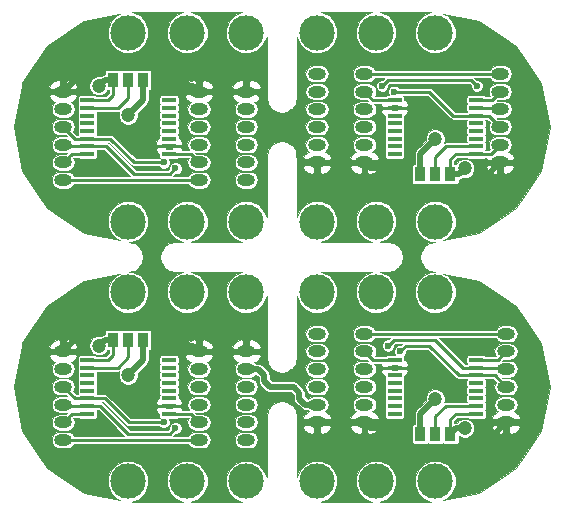
<source format=gbr>
G04 #@! TF.FileFunction,Copper,L2,Bot,Signal*
%FSLAX46Y46*%
G04 Gerber Fmt 4.6, Leading zero omitted, Abs format (unit mm)*
G04 Created by KiCad (PCBNEW 4.0.7) date 09/30/17 11:32:34*
%MOMM*%
%LPD*%
G01*
G04 APERTURE LIST*
%ADD10C,0.100000*%
%ADD11R,0.965200X1.270000*%
%ADD12O,1.524000X1.000000*%
%ADD13R,1.200000X0.400000*%
%ADD14C,3.000000*%
%ADD15C,1.200000*%
%ADD16C,0.600000*%
%ADD17C,0.500000*%
%ADD18C,0.250000*%
%ADD19C,0.026000*%
G04 APERTURE END LIST*
D10*
D11*
X8730000Y-6000000D03*
X10000000Y-6000000D03*
X11270000Y-6000000D03*
D12*
X4500000Y-7000000D03*
X4500000Y-8500000D03*
X4500000Y-10000000D03*
X4500000Y-11500000D03*
X4500000Y-13000000D03*
X4500000Y-14500000D03*
X20000000Y-7000000D03*
X20000000Y-8500000D03*
X20000000Y-10000000D03*
X20000000Y-11500000D03*
X20000000Y-13000000D03*
X20000000Y-14500000D03*
X16000000Y-7000000D03*
X16000000Y-8500000D03*
X16000000Y-10000000D03*
X16000000Y-11500000D03*
X16000000Y-13000000D03*
X16000000Y-14500000D03*
D11*
X37270000Y-14000000D03*
X36000000Y-14000000D03*
X34730000Y-14000000D03*
D12*
X26000000Y-13000000D03*
X26000000Y-11500000D03*
X26000000Y-10000000D03*
X26000000Y-8500000D03*
X26000000Y-7000000D03*
X26000000Y-5500000D03*
X30000000Y-13000000D03*
X30000000Y-11500000D03*
X30000000Y-10000000D03*
X30000000Y-8500000D03*
X30000000Y-7000000D03*
X30000000Y-5500000D03*
X41500000Y-13000000D03*
X41500000Y-11500000D03*
X41500000Y-10000000D03*
X41500000Y-8500000D03*
X41500000Y-7000000D03*
X41500000Y-5500000D03*
D13*
X13450000Y-7725000D03*
X13450000Y-8375000D03*
X13450000Y-9025000D03*
X13450000Y-9675000D03*
X13450000Y-10325000D03*
X13450000Y-10975000D03*
X13450000Y-11625000D03*
X13450000Y-12275000D03*
X6550000Y-12275000D03*
X6550000Y-11625000D03*
X6550000Y-10975000D03*
X6550000Y-10325000D03*
X6550000Y-9675000D03*
X6550000Y-9025000D03*
X6550000Y-8375000D03*
X6550000Y-7725000D03*
X32550000Y-12275000D03*
X32550000Y-11625000D03*
X32550000Y-10975000D03*
X32550000Y-10325000D03*
X32550000Y-9675000D03*
X32550000Y-9025000D03*
X32550000Y-8375000D03*
X32550000Y-7725000D03*
X39450000Y-7725000D03*
X39450000Y-8375000D03*
X39450000Y-9025000D03*
X39450000Y-9675000D03*
X39450000Y-10325000D03*
X39450000Y-10975000D03*
X39450000Y-11625000D03*
X39450000Y-12275000D03*
D11*
X8730000Y-28000000D03*
X10000000Y-28000000D03*
X11270000Y-28000000D03*
X37270000Y-36000000D03*
X36000000Y-36000000D03*
X34730000Y-36000000D03*
D13*
X13450000Y-29725000D03*
X13450000Y-30375000D03*
X13450000Y-31025000D03*
X13450000Y-31675000D03*
X13450000Y-32325000D03*
X13450000Y-32975000D03*
X13450000Y-33625000D03*
X13450000Y-34275000D03*
X6550000Y-34275000D03*
X6550000Y-33625000D03*
X6550000Y-32975000D03*
X6550000Y-32325000D03*
X6550000Y-31675000D03*
X6550000Y-31025000D03*
X6550000Y-30375000D03*
X6550000Y-29725000D03*
X32550000Y-34275000D03*
X32550000Y-33625000D03*
X32550000Y-32975000D03*
X32550000Y-32325000D03*
X32550000Y-31675000D03*
X32550000Y-31025000D03*
X32550000Y-30375000D03*
X32550000Y-29725000D03*
X39450000Y-29725000D03*
X39450000Y-30375000D03*
X39450000Y-31025000D03*
X39450000Y-31675000D03*
X39450000Y-32325000D03*
X39450000Y-32975000D03*
X39450000Y-33625000D03*
X39450000Y-34275000D03*
D12*
X20000000Y-29000000D03*
X20000000Y-30500000D03*
X20000000Y-32000000D03*
X20000000Y-33500000D03*
X20000000Y-35000000D03*
X20000000Y-36500000D03*
X26000000Y-35000000D03*
X26000000Y-33500000D03*
X26000000Y-32000000D03*
X26000000Y-30500000D03*
X26000000Y-29000000D03*
X26000000Y-27500000D03*
X16000000Y-29000000D03*
X16000000Y-30500000D03*
X16000000Y-32000000D03*
X16000000Y-33500000D03*
X16000000Y-35000000D03*
X16000000Y-36500000D03*
X30000000Y-35000000D03*
X30000000Y-33500000D03*
X30000000Y-32000000D03*
X30000000Y-30500000D03*
X30000000Y-29000000D03*
X30000000Y-27500000D03*
X4500000Y-29000000D03*
X4500000Y-30500000D03*
X4500000Y-32000000D03*
X4500000Y-33500000D03*
X4500000Y-35000000D03*
X4500000Y-36500000D03*
X42000000Y-35000000D03*
X42000000Y-33500000D03*
X42000000Y-32000000D03*
X42000000Y-30500000D03*
X42000000Y-29000000D03*
X42000000Y-27500000D03*
D14*
X31000000Y-40000000D03*
X26000000Y-40000000D03*
X36000000Y-40000000D03*
X10000000Y-40000000D03*
X15000000Y-40000000D03*
X20000000Y-40000000D03*
X36000000Y-24000000D03*
X31000000Y-24000000D03*
X26000000Y-24000000D03*
X20000000Y-24000000D03*
X15000000Y-24000000D03*
X10000000Y-24000000D03*
X31000000Y-2000000D03*
X31000000Y-18000000D03*
X15000000Y-18000000D03*
X15000000Y-2000000D03*
X26000000Y-18000000D03*
X26000000Y-2000000D03*
X20000000Y-2000000D03*
X20000000Y-18000000D03*
X10000000Y-18000000D03*
X10000000Y-2000000D03*
X36000000Y-18000000D03*
X36000000Y-2000000D03*
D15*
X38500000Y-35500000D03*
X7500000Y-28500000D03*
X7500000Y-6500000D03*
X38500000Y-13500000D03*
D16*
X34400000Y-30500000D03*
D15*
X33000000Y-35500000D03*
D16*
X11600000Y-33500000D03*
D15*
X13000000Y-28500000D03*
D16*
X11500000Y-11500000D03*
X34500000Y-8500000D03*
D15*
X33000000Y-13500000D03*
X13000000Y-6500000D03*
D16*
X14000000Y-13500000D03*
X13000000Y-13000000D03*
X39500000Y-6500000D03*
X31500000Y-6500000D03*
X32500000Y-7000000D03*
D15*
X10000000Y-9000000D03*
X36000000Y-11000000D03*
X10000000Y-31000000D03*
X36000000Y-33000000D03*
D16*
X14000000Y-35500000D03*
X13000000Y-35000000D03*
X32000000Y-28500000D03*
X33000000Y-29000000D03*
D17*
X20000000Y-30500000D02*
X21000000Y-30500000D01*
X25000000Y-33500000D02*
X26000000Y-33500000D01*
X24500000Y-33000000D02*
X25000000Y-33500000D01*
X24500000Y-32500000D02*
X24500000Y-33000000D01*
X24000000Y-32000000D02*
X24500000Y-32500000D01*
X22000000Y-32000000D02*
X24000000Y-32000000D01*
X21500000Y-31500000D02*
X22000000Y-32000000D01*
X21500000Y-31000000D02*
X21500000Y-31500000D01*
X21000000Y-30500000D02*
X21500000Y-31000000D01*
D18*
X37270000Y-36000000D02*
X37270000Y-34730000D01*
X37725000Y-34275000D02*
X39450000Y-34275000D01*
X37270000Y-34730000D02*
X37725000Y-34275000D01*
D17*
X38500000Y-35500000D02*
X37770000Y-35500000D01*
X37770000Y-35500000D02*
X37270000Y-36000000D01*
D18*
X8730000Y-28000000D02*
X8730000Y-29270000D01*
X8275000Y-29725000D02*
X6550000Y-29725000D01*
X8730000Y-29270000D02*
X8275000Y-29725000D01*
D17*
X8000000Y-28000000D02*
X8730000Y-28000000D01*
X7500000Y-28500000D02*
X8000000Y-28000000D01*
X7500000Y-6500000D02*
X8000000Y-6000000D01*
X8000000Y-6000000D02*
X8730000Y-6000000D01*
X38500000Y-13500000D02*
X38000000Y-14000000D01*
X38000000Y-14000000D02*
X37270000Y-14000000D01*
D18*
X37270000Y-14000000D02*
X37270000Y-12730000D01*
X37270000Y-12730000D02*
X37725000Y-12275000D01*
X37725000Y-12275000D02*
X39450000Y-12275000D01*
X6550000Y-7725000D02*
X8275000Y-7725000D01*
X8275000Y-7725000D02*
X8730000Y-7270000D01*
X8730000Y-7270000D02*
X8730000Y-6000000D01*
X39450000Y-12275000D02*
X40725000Y-12275000D01*
X40725000Y-12275000D02*
X41500000Y-11500000D01*
X32550000Y-30375000D02*
X34275000Y-30375000D01*
X34275000Y-30375000D02*
X34400000Y-30500000D01*
D17*
X42000000Y-35000000D02*
X39500000Y-37500000D01*
X33000000Y-37000000D02*
X33000000Y-35500000D01*
X33500000Y-37500000D02*
X33000000Y-37000000D01*
X39500000Y-37500000D02*
X33500000Y-37500000D01*
X30000000Y-35000000D02*
X30500000Y-35500000D01*
X30500000Y-35500000D02*
X33000000Y-35500000D01*
D18*
X13450000Y-33625000D02*
X11725000Y-33625000D01*
X11725000Y-33625000D02*
X11600000Y-33500000D01*
D17*
X13000000Y-28500000D02*
X15500000Y-28500000D01*
X15500000Y-28500000D02*
X16000000Y-29000000D01*
X7000000Y-26500000D02*
X4500000Y-29000000D01*
X12500000Y-26500000D02*
X7000000Y-26500000D01*
X13000000Y-27000000D02*
X12500000Y-26500000D01*
X13000000Y-28500000D02*
X13000000Y-27000000D01*
X41500000Y-13000000D02*
X39000000Y-15500000D01*
X33500000Y-15500000D02*
X33000000Y-15000000D01*
X39000000Y-15500000D02*
X33500000Y-15500000D01*
X4500000Y-7000000D02*
X7000000Y-4500000D01*
X13000000Y-5000000D02*
X13000000Y-6500000D01*
X12500000Y-4500000D02*
X13000000Y-5000000D01*
X7000000Y-4500000D02*
X12500000Y-4500000D01*
D18*
X13450000Y-11625000D02*
X11625000Y-11625000D01*
X11625000Y-11625000D02*
X11500000Y-11500000D01*
X32550000Y-8375000D02*
X34375000Y-8375000D01*
X34375000Y-8375000D02*
X34500000Y-8500000D01*
D17*
X22000000Y-10000000D02*
X24000000Y-10000000D01*
X21000000Y-7000000D02*
X21500000Y-7500000D01*
X21500000Y-7500000D02*
X21500000Y-9500000D01*
X21500000Y-9500000D02*
X22000000Y-10000000D01*
X24000000Y-10000000D02*
X24500000Y-10500000D01*
X24500000Y-10500000D02*
X24500000Y-12500000D01*
X24500000Y-12500000D02*
X25000000Y-13000000D01*
X26000000Y-13000000D02*
X25000000Y-13000000D01*
X21000000Y-7000000D02*
X20000000Y-7000000D01*
X30000000Y-13000000D02*
X30500000Y-13500000D01*
X30500000Y-13500000D02*
X33000000Y-13500000D01*
X33000000Y-13500000D02*
X33000000Y-15000000D01*
X16000000Y-7000000D02*
X15500000Y-6500000D01*
X15500000Y-6500000D02*
X13000000Y-6500000D01*
D18*
X10000000Y-6000000D02*
X10000000Y-7500000D01*
X9125000Y-8375000D02*
X6550000Y-8375000D01*
X10000000Y-7500000D02*
X9125000Y-8375000D01*
X13450000Y-12275000D02*
X15275000Y-12275000D01*
X15275000Y-12275000D02*
X16000000Y-13000000D01*
X6550000Y-12275000D02*
X5225000Y-12275000D01*
X5225000Y-12275000D02*
X4500000Y-13000000D01*
X6550000Y-11625000D02*
X8125000Y-11625000D01*
X14000000Y-13500000D02*
X13500000Y-14000000D01*
X13500000Y-14000000D02*
X10500000Y-14000000D01*
X8125000Y-11625000D02*
X10500000Y-14000000D01*
X6550000Y-11625000D02*
X4625000Y-11625000D01*
X4625000Y-11625000D02*
X4500000Y-11500000D01*
X6550000Y-10975000D02*
X8475000Y-10975000D01*
X8475000Y-10975000D02*
X10500000Y-13000000D01*
X10500000Y-13000000D02*
X13000000Y-13000000D01*
X6550000Y-10975000D02*
X5475000Y-10975000D01*
X5475000Y-10975000D02*
X4500000Y-10000000D01*
X16000000Y-14500000D02*
X4500000Y-14500000D01*
X36000000Y-14000000D02*
X36000000Y-12500000D01*
X36875000Y-11625000D02*
X39450000Y-11625000D01*
X36000000Y-12500000D02*
X36875000Y-11625000D01*
X32550000Y-7725000D02*
X30725000Y-7725000D01*
X30725000Y-7725000D02*
X30000000Y-7000000D01*
X39450000Y-7725000D02*
X40775000Y-7725000D01*
X40775000Y-7725000D02*
X41500000Y-7000000D01*
X39450000Y-8375000D02*
X41375000Y-8375000D01*
X41375000Y-8375000D02*
X41500000Y-8500000D01*
X31500000Y-6500000D02*
X32000000Y-6000000D01*
X39000000Y-6000000D02*
X39500000Y-6500000D01*
X32000000Y-6000000D02*
X39000000Y-6000000D01*
X40875000Y-8375000D02*
X41000000Y-8500000D01*
X39450000Y-9025000D02*
X40525000Y-9025000D01*
X40525000Y-9025000D02*
X41500000Y-10000000D01*
X32500000Y-7000000D02*
X35500000Y-7000000D01*
X37525000Y-9025000D02*
X39450000Y-9025000D01*
X35500000Y-7000000D02*
X37525000Y-9025000D01*
X41000000Y-5500000D02*
X30000000Y-5500000D01*
D17*
X10000000Y-9000000D02*
X11270000Y-7730000D01*
X11270000Y-7730000D02*
X11270000Y-6000000D01*
X34730000Y-14000000D02*
X34730000Y-12270000D01*
X34730000Y-12270000D02*
X36000000Y-11000000D01*
X11270000Y-28000000D02*
X11270000Y-29730000D01*
X11270000Y-29730000D02*
X10000000Y-31000000D01*
X34730000Y-34270000D02*
X36000000Y-33000000D01*
X34730000Y-36000000D02*
X34730000Y-34270000D01*
D18*
X6550000Y-30375000D02*
X9125000Y-30375000D01*
X10000000Y-29500000D02*
X10000000Y-28000000D01*
X9125000Y-30375000D02*
X10000000Y-29500000D01*
X36000000Y-36000000D02*
X36000000Y-34500000D01*
X36875000Y-33625000D02*
X39450000Y-33625000D01*
X36000000Y-34500000D02*
X36875000Y-33625000D01*
X13450000Y-34275000D02*
X15275000Y-34275000D01*
X15275000Y-34275000D02*
X16000000Y-35000000D01*
X6550000Y-34275000D02*
X5225000Y-34275000D01*
X5225000Y-34275000D02*
X4500000Y-35000000D01*
X14000000Y-35500000D02*
X13500000Y-36000000D01*
X7625000Y-33625000D02*
X6550000Y-33625000D01*
X10000000Y-36000000D02*
X7625000Y-33625000D01*
X13500000Y-36000000D02*
X10000000Y-36000000D01*
X6550000Y-33625000D02*
X4625000Y-33625000D01*
X4625000Y-33625000D02*
X4500000Y-33500000D01*
X10025000Y-35000000D02*
X8000000Y-32975000D01*
X13000000Y-35000000D02*
X10025000Y-35000000D01*
X4500000Y-32000000D02*
X5475000Y-32975000D01*
X5475000Y-32975000D02*
X6550000Y-32975000D01*
X8000000Y-32975000D02*
X6550000Y-32975000D01*
X32550000Y-29725000D02*
X30725000Y-29725000D01*
X30725000Y-29725000D02*
X30000000Y-29000000D01*
X39450000Y-29725000D02*
X41275000Y-29725000D01*
X41275000Y-29725000D02*
X42000000Y-29000000D01*
X38375000Y-30375000D02*
X39450000Y-30375000D01*
X36000000Y-28000000D02*
X38375000Y-30375000D01*
X32500000Y-28000000D02*
X36000000Y-28000000D01*
X32000000Y-28500000D02*
X32500000Y-28000000D01*
X39450000Y-30375000D02*
X41875000Y-30375000D01*
X41875000Y-30375000D02*
X42000000Y-30500000D01*
X38025000Y-31025000D02*
X39450000Y-31025000D01*
X35500000Y-28500000D02*
X38025000Y-31025000D01*
X33500000Y-28500000D02*
X35500000Y-28500000D01*
X33000000Y-29000000D02*
X33500000Y-28500000D01*
X39450000Y-31025000D02*
X41025000Y-31025000D01*
X41025000Y-31025000D02*
X42000000Y-32000000D01*
X4500000Y-36500000D02*
X16000000Y-36500000D01*
X42000000Y-27500000D02*
X30000000Y-27500000D01*
D19*
G36*
X14030931Y-546942D02*
X13548636Y-1028396D01*
X13287298Y-1657768D01*
X13286703Y-2339242D01*
X13546942Y-2969069D01*
X14028396Y-3451364D01*
X14657768Y-3712702D01*
X15339242Y-3713297D01*
X15969069Y-3453058D01*
X16451364Y-2971604D01*
X16712702Y-2342232D01*
X16713297Y-1660758D01*
X16453058Y-1030931D01*
X15971604Y-548636D01*
X15343923Y-288000D01*
X19657619Y-288000D01*
X19030931Y-546942D01*
X18548636Y-1028396D01*
X18287298Y-1657768D01*
X18286703Y-2339242D01*
X18546942Y-2969069D01*
X19028396Y-3451364D01*
X19657768Y-3712702D01*
X20339242Y-3713297D01*
X20969069Y-3453058D01*
X21451364Y-2971604D01*
X21712000Y-2343923D01*
X21712000Y-7500000D01*
X21717534Y-7527821D01*
X21717534Y-7556186D01*
X21793654Y-7938869D01*
X21836657Y-8042687D01*
X22053430Y-8367111D01*
X22132889Y-8446570D01*
X22457313Y-8663343D01*
X22561131Y-8706346D01*
X22943812Y-8782466D01*
X23056186Y-8782466D01*
X23438869Y-8706346D01*
X23542687Y-8663343D01*
X23787147Y-8500000D01*
X25005899Y-8500000D01*
X25060173Y-8772853D01*
X25214732Y-9004167D01*
X25446046Y-9158726D01*
X25718899Y-9213000D01*
X26281101Y-9213000D01*
X26553954Y-9158726D01*
X26785268Y-9004167D01*
X26939827Y-8772853D01*
X26994101Y-8500000D01*
X26939827Y-8227147D01*
X26785268Y-7995833D01*
X26553954Y-7841274D01*
X26281101Y-7787000D01*
X25718899Y-7787000D01*
X25446046Y-7841274D01*
X25214732Y-7995833D01*
X25060173Y-8227147D01*
X25005899Y-8500000D01*
X23787147Y-8500000D01*
X23867111Y-8446570D01*
X23946570Y-8367111D01*
X24163343Y-8042687D01*
X24206346Y-7938869D01*
X24282466Y-7556186D01*
X24282466Y-7527821D01*
X24288000Y-7500000D01*
X24288000Y-7000000D01*
X25005899Y-7000000D01*
X25060173Y-7272853D01*
X25214732Y-7504167D01*
X25446046Y-7658726D01*
X25718899Y-7713000D01*
X26281101Y-7713000D01*
X26553954Y-7658726D01*
X26785268Y-7504167D01*
X26939827Y-7272853D01*
X26994101Y-7000000D01*
X29005899Y-7000000D01*
X29060173Y-7272853D01*
X29214732Y-7504167D01*
X29446046Y-7658726D01*
X29718899Y-7713000D01*
X30234996Y-7713000D01*
X30315922Y-7793926D01*
X30281101Y-7787000D01*
X29718899Y-7787000D01*
X29446046Y-7841274D01*
X29214732Y-7995833D01*
X29060173Y-8227147D01*
X29005899Y-8500000D01*
X29060173Y-8772853D01*
X29214732Y-9004167D01*
X29446046Y-9158726D01*
X29718899Y-9213000D01*
X30281101Y-9213000D01*
X30553954Y-9158726D01*
X30785268Y-9004167D01*
X30939827Y-8772853D01*
X30973165Y-8605250D01*
X31429000Y-8605250D01*
X31429000Y-8678634D01*
X31508318Y-8870123D01*
X31654878Y-9016683D01*
X31732828Y-9048971D01*
X31732828Y-9225000D01*
X31747680Y-9303933D01*
X31777465Y-9350220D01*
X31749938Y-9390508D01*
X31732828Y-9475000D01*
X31732828Y-9875000D01*
X31747680Y-9953933D01*
X31777465Y-10000220D01*
X31749938Y-10040508D01*
X31732828Y-10125000D01*
X31732828Y-10525000D01*
X31747680Y-10603933D01*
X31777465Y-10650220D01*
X31749938Y-10690508D01*
X31732828Y-10775000D01*
X31732828Y-11175000D01*
X31747680Y-11253933D01*
X31777465Y-11300220D01*
X31749938Y-11340508D01*
X31732828Y-11425000D01*
X31732828Y-11825000D01*
X31747680Y-11903933D01*
X31777465Y-11950220D01*
X31749938Y-11990508D01*
X31732828Y-12075000D01*
X31732828Y-12475000D01*
X31747680Y-12553933D01*
X31794329Y-12626428D01*
X31865508Y-12675062D01*
X31950000Y-12692172D01*
X33150000Y-12692172D01*
X33228933Y-12677320D01*
X33301428Y-12630671D01*
X33350062Y-12559492D01*
X33367172Y-12475000D01*
X33367172Y-12075000D01*
X33352320Y-11996067D01*
X33322535Y-11949780D01*
X33350062Y-11909492D01*
X33367172Y-11825000D01*
X33367172Y-11425000D01*
X33352320Y-11346067D01*
X33322535Y-11299780D01*
X33350062Y-11259492D01*
X33367172Y-11175000D01*
X33367172Y-10775000D01*
X33352320Y-10696067D01*
X33322535Y-10649780D01*
X33350062Y-10609492D01*
X33367172Y-10525000D01*
X33367172Y-10125000D01*
X33352320Y-10046067D01*
X33322535Y-9999780D01*
X33350062Y-9959492D01*
X33367172Y-9875000D01*
X33367172Y-9475000D01*
X33352320Y-9396067D01*
X33322535Y-9349780D01*
X33350062Y-9309492D01*
X33367172Y-9225000D01*
X33367172Y-9048971D01*
X33445122Y-9016683D01*
X33591682Y-8870123D01*
X33671000Y-8678634D01*
X33671000Y-8605250D01*
X33540750Y-8475000D01*
X32791000Y-8475000D01*
X32791000Y-8575000D01*
X32309000Y-8575000D01*
X32309000Y-8475000D01*
X31559250Y-8475000D01*
X31429000Y-8605250D01*
X30973165Y-8605250D01*
X30994101Y-8500000D01*
X30939827Y-8227147D01*
X30830148Y-8063000D01*
X31432465Y-8063000D01*
X31429000Y-8071366D01*
X31429000Y-8144750D01*
X31559250Y-8275000D01*
X32309000Y-8275000D01*
X32309000Y-8175000D01*
X32791000Y-8175000D01*
X32791000Y-8275000D01*
X33540750Y-8275000D01*
X33671000Y-8144750D01*
X33671000Y-8071366D01*
X33591682Y-7879877D01*
X33445122Y-7733317D01*
X33367172Y-7701029D01*
X33367172Y-7525000D01*
X33352320Y-7446067D01*
X33305671Y-7373572D01*
X33253609Y-7338000D01*
X35359996Y-7338000D01*
X37285998Y-9264002D01*
X37395653Y-9337271D01*
X37525000Y-9363000D01*
X38668733Y-9363000D01*
X38649938Y-9390508D01*
X38632828Y-9475000D01*
X38632828Y-9875000D01*
X38647680Y-9953933D01*
X38677465Y-10000220D01*
X38649938Y-10040508D01*
X38632828Y-10125000D01*
X38632828Y-10525000D01*
X38647680Y-10603933D01*
X38677465Y-10650220D01*
X38649938Y-10690508D01*
X38632828Y-10775000D01*
X38632828Y-11175000D01*
X38647680Y-11253933D01*
X38668958Y-11287000D01*
X36875000Y-11287000D01*
X36750879Y-11311690D01*
X36812859Y-11162425D01*
X36813141Y-10838994D01*
X36689630Y-10540074D01*
X36461129Y-10311174D01*
X36162425Y-10187141D01*
X35838994Y-10186859D01*
X35540074Y-10310370D01*
X35311174Y-10538871D01*
X35187141Y-10837575D01*
X35186861Y-11158358D01*
X34402610Y-11942610D01*
X34302244Y-12092817D01*
X34302244Y-12092818D01*
X34267000Y-12270000D01*
X34267000Y-13147828D01*
X34247400Y-13147828D01*
X34168467Y-13162680D01*
X34095972Y-13209329D01*
X34047338Y-13280508D01*
X34030228Y-13365000D01*
X34030228Y-14635000D01*
X34045080Y-14713933D01*
X34091729Y-14786428D01*
X34162908Y-14835062D01*
X34247400Y-14852172D01*
X35212600Y-14852172D01*
X35291533Y-14837320D01*
X35364028Y-14790671D01*
X35365273Y-14788849D01*
X35432908Y-14835062D01*
X35517400Y-14852172D01*
X36482600Y-14852172D01*
X36561533Y-14837320D01*
X36634028Y-14790671D01*
X36635273Y-14788849D01*
X36702908Y-14835062D01*
X36787400Y-14852172D01*
X37752600Y-14852172D01*
X37831533Y-14837320D01*
X37904028Y-14790671D01*
X37952662Y-14719492D01*
X37969772Y-14635000D01*
X37969772Y-14463000D01*
X38000000Y-14463000D01*
X38147786Y-14433603D01*
X38177183Y-14427756D01*
X38327390Y-14327390D01*
X38341917Y-14312863D01*
X38661006Y-14313141D01*
X38959926Y-14189630D01*
X39188826Y-13961129D01*
X39312859Y-13662425D01*
X39313093Y-13393239D01*
X40295767Y-13393239D01*
X40422336Y-13618571D01*
X40721142Y-13883626D01*
X41098635Y-14014157D01*
X41259000Y-13893223D01*
X41259000Y-13241000D01*
X41741000Y-13241000D01*
X41741000Y-13893223D01*
X41901365Y-14014157D01*
X42278858Y-13883626D01*
X42577664Y-13618571D01*
X42704233Y-13393239D01*
X42619528Y-13241000D01*
X41741000Y-13241000D01*
X41259000Y-13241000D01*
X40380472Y-13241000D01*
X40295767Y-13393239D01*
X39313093Y-13393239D01*
X39313141Y-13338994D01*
X39189630Y-13040074D01*
X38961129Y-12811174D01*
X38662425Y-12687141D01*
X38338994Y-12686859D01*
X38040074Y-12810370D01*
X37811174Y-13038871D01*
X37764897Y-13150318D01*
X37752600Y-13147828D01*
X37608000Y-13147828D01*
X37608000Y-12870004D01*
X37865004Y-12613000D01*
X38685688Y-12613000D01*
X38694329Y-12626428D01*
X38765508Y-12675062D01*
X38850000Y-12692172D01*
X40050000Y-12692172D01*
X40128933Y-12677320D01*
X40201428Y-12630671D01*
X40213502Y-12613000D01*
X40299238Y-12613000D01*
X40380472Y-12759000D01*
X41259000Y-12759000D01*
X41259000Y-12739000D01*
X41741000Y-12739000D01*
X41741000Y-12759000D01*
X42619528Y-12759000D01*
X42704233Y-12606761D01*
X42577664Y-12381429D01*
X42278858Y-12116374D01*
X42172420Y-12079569D01*
X42285268Y-12004167D01*
X42439827Y-11772853D01*
X42494101Y-11500000D01*
X42439827Y-11227147D01*
X42285268Y-10995833D01*
X42053954Y-10841274D01*
X41781101Y-10787000D01*
X41218899Y-10787000D01*
X40946046Y-10841274D01*
X40714732Y-10995833D01*
X40560173Y-11227147D01*
X40505899Y-11500000D01*
X40560173Y-11772853D01*
X40635864Y-11886132D01*
X40584996Y-11937000D01*
X40231267Y-11937000D01*
X40250062Y-11909492D01*
X40267172Y-11825000D01*
X40267172Y-11425000D01*
X40252320Y-11346067D01*
X40222535Y-11299780D01*
X40250062Y-11259492D01*
X40267172Y-11175000D01*
X40267172Y-10775000D01*
X40252320Y-10696067D01*
X40222535Y-10649780D01*
X40250062Y-10609492D01*
X40267172Y-10525000D01*
X40267172Y-10125000D01*
X40252320Y-10046067D01*
X40222535Y-9999780D01*
X40250062Y-9959492D01*
X40267172Y-9875000D01*
X40267172Y-9475000D01*
X40252320Y-9396067D01*
X40231042Y-9363000D01*
X40384996Y-9363000D01*
X40635864Y-9613868D01*
X40560173Y-9727147D01*
X40505899Y-10000000D01*
X40560173Y-10272853D01*
X40714732Y-10504167D01*
X40946046Y-10658726D01*
X41218899Y-10713000D01*
X41781101Y-10713000D01*
X42053954Y-10658726D01*
X42285268Y-10504167D01*
X42439827Y-10272853D01*
X42494101Y-10000000D01*
X42439827Y-9727147D01*
X42285268Y-9495833D01*
X42053954Y-9341274D01*
X41781101Y-9287000D01*
X41265004Y-9287000D01*
X41184078Y-9206074D01*
X41218899Y-9213000D01*
X41781101Y-9213000D01*
X42053954Y-9158726D01*
X42285268Y-9004167D01*
X42439827Y-8772853D01*
X42494101Y-8500000D01*
X42439827Y-8227147D01*
X42285268Y-7995833D01*
X42053954Y-7841274D01*
X41781101Y-7787000D01*
X41218899Y-7787000D01*
X41184078Y-7793926D01*
X41265004Y-7713000D01*
X41781101Y-7713000D01*
X42053954Y-7658726D01*
X42285268Y-7504167D01*
X42439827Y-7272853D01*
X42494101Y-7000000D01*
X42439827Y-6727147D01*
X42285268Y-6495833D01*
X42053954Y-6341274D01*
X41781101Y-6287000D01*
X41218899Y-6287000D01*
X40946046Y-6341274D01*
X40714732Y-6495833D01*
X40560173Y-6727147D01*
X40505899Y-7000000D01*
X40560173Y-7272853D01*
X40635864Y-7386132D01*
X40634996Y-7387000D01*
X40214312Y-7387000D01*
X40205671Y-7373572D01*
X40134492Y-7324938D01*
X40050000Y-7307828D01*
X38850000Y-7307828D01*
X38771067Y-7322680D01*
X38698572Y-7369329D01*
X38649938Y-7440508D01*
X38632828Y-7525000D01*
X38632828Y-7925000D01*
X38647680Y-8003933D01*
X38677465Y-8050220D01*
X38649938Y-8090508D01*
X38632828Y-8175000D01*
X38632828Y-8575000D01*
X38647680Y-8653933D01*
X38668958Y-8687000D01*
X37665004Y-8687000D01*
X35739002Y-6760998D01*
X35629347Y-6687729D01*
X35500000Y-6662000D01*
X32887448Y-6662000D01*
X32790970Y-6565354D01*
X32602490Y-6487090D01*
X32398406Y-6486911D01*
X32209789Y-6564846D01*
X32065354Y-6709030D01*
X31987090Y-6897510D01*
X31986911Y-7101594D01*
X32064846Y-7290211D01*
X32082432Y-7307828D01*
X31950000Y-7307828D01*
X31871067Y-7322680D01*
X31798572Y-7369329D01*
X31786498Y-7387000D01*
X30865004Y-7387000D01*
X30864136Y-7386132D01*
X30939827Y-7272853D01*
X30994101Y-7000000D01*
X30939827Y-6727147D01*
X30785268Y-6495833D01*
X30553954Y-6341274D01*
X30281101Y-6287000D01*
X29718899Y-6287000D01*
X29446046Y-6341274D01*
X29214732Y-6495833D01*
X29060173Y-6727147D01*
X29005899Y-7000000D01*
X26994101Y-7000000D01*
X26939827Y-6727147D01*
X26785268Y-6495833D01*
X26553954Y-6341274D01*
X26281101Y-6287000D01*
X25718899Y-6287000D01*
X25446046Y-6341274D01*
X25214732Y-6495833D01*
X25060173Y-6727147D01*
X25005899Y-7000000D01*
X24288000Y-7000000D01*
X24288000Y-5500000D01*
X25005899Y-5500000D01*
X25060173Y-5772853D01*
X25214732Y-6004167D01*
X25446046Y-6158726D01*
X25718899Y-6213000D01*
X26281101Y-6213000D01*
X26553954Y-6158726D01*
X26785268Y-6004167D01*
X26939827Y-5772853D01*
X26994101Y-5500000D01*
X29005899Y-5500000D01*
X29060173Y-5772853D01*
X29214732Y-6004167D01*
X29446046Y-6158726D01*
X29718899Y-6213000D01*
X30281101Y-6213000D01*
X30553954Y-6158726D01*
X30785268Y-6004167D01*
X30896297Y-5838000D01*
X31683996Y-5838000D01*
X31534965Y-5987031D01*
X31398406Y-5986911D01*
X31209789Y-6064846D01*
X31065354Y-6209030D01*
X30987090Y-6397510D01*
X30986911Y-6601594D01*
X31064846Y-6790211D01*
X31209030Y-6934646D01*
X31397510Y-7012910D01*
X31601594Y-7013089D01*
X31790211Y-6935154D01*
X31934646Y-6790970D01*
X32012910Y-6602490D01*
X32013031Y-6464973D01*
X32140004Y-6338000D01*
X38859996Y-6338000D01*
X38987031Y-6465035D01*
X38986911Y-6601594D01*
X39064846Y-6790211D01*
X39209030Y-6934646D01*
X39397510Y-7012910D01*
X39601594Y-7013089D01*
X39790211Y-6935154D01*
X39934646Y-6790970D01*
X40012910Y-6602490D01*
X40013089Y-6398406D01*
X39935154Y-6209789D01*
X39790970Y-6065354D01*
X39602490Y-5987090D01*
X39464973Y-5986969D01*
X39316004Y-5838000D01*
X40603703Y-5838000D01*
X40714732Y-6004167D01*
X40946046Y-6158726D01*
X41218899Y-6213000D01*
X41781101Y-6213000D01*
X42053954Y-6158726D01*
X42285268Y-6004167D01*
X42439827Y-5772853D01*
X42494101Y-5500000D01*
X42439827Y-5227147D01*
X42285268Y-4995833D01*
X42053954Y-4841274D01*
X41781101Y-4787000D01*
X41218899Y-4787000D01*
X40946046Y-4841274D01*
X40714732Y-4995833D01*
X40603703Y-5162000D01*
X30896297Y-5162000D01*
X30785268Y-4995833D01*
X30553954Y-4841274D01*
X30281101Y-4787000D01*
X29718899Y-4787000D01*
X29446046Y-4841274D01*
X29214732Y-4995833D01*
X29060173Y-5227147D01*
X29005899Y-5500000D01*
X26994101Y-5500000D01*
X26939827Y-5227147D01*
X26785268Y-4995833D01*
X26553954Y-4841274D01*
X26281101Y-4787000D01*
X25718899Y-4787000D01*
X25446046Y-4841274D01*
X25214732Y-4995833D01*
X25060173Y-5227147D01*
X25005899Y-5500000D01*
X24288000Y-5500000D01*
X24288000Y-2342381D01*
X24546942Y-2969069D01*
X25028396Y-3451364D01*
X25657768Y-3712702D01*
X26339242Y-3713297D01*
X26969069Y-3453058D01*
X27451364Y-2971604D01*
X27712702Y-2342232D01*
X27713297Y-1660758D01*
X27453058Y-1030931D01*
X26971604Y-548636D01*
X26343923Y-288000D01*
X30657619Y-288000D01*
X30030931Y-546942D01*
X29548636Y-1028396D01*
X29287298Y-1657768D01*
X29286703Y-2339242D01*
X29546942Y-2969069D01*
X30028396Y-3451364D01*
X30657768Y-3712702D01*
X31339242Y-3713297D01*
X31969069Y-3453058D01*
X32451364Y-2971604D01*
X32712702Y-2342232D01*
X32713297Y-1660758D01*
X32453058Y-1030931D01*
X31971604Y-548636D01*
X31343923Y-288000D01*
X35657619Y-288000D01*
X35030931Y-546942D01*
X34548636Y-1028396D01*
X34287298Y-1657768D01*
X34286703Y-2339242D01*
X34546942Y-2969069D01*
X35028396Y-3451364D01*
X35657768Y-3712702D01*
X36339242Y-3713297D01*
X36969069Y-3453058D01*
X37451364Y-2971604D01*
X37712702Y-2342232D01*
X37713297Y-1660758D01*
X37453058Y-1030931D01*
X36971604Y-548636D01*
X36686246Y-430145D01*
X39714462Y-1032495D01*
X42863433Y-3136570D01*
X44967505Y-6285539D01*
X45706358Y-10000000D01*
X44967505Y-13714461D01*
X42863433Y-16863430D01*
X39714462Y-18967505D01*
X36686540Y-19569797D01*
X36969069Y-19453058D01*
X37451364Y-18971604D01*
X37712702Y-18342232D01*
X37713297Y-17660758D01*
X37453058Y-17030931D01*
X36971604Y-16548636D01*
X36342232Y-16287298D01*
X35660758Y-16286703D01*
X35030931Y-16546942D01*
X34548636Y-17028396D01*
X34287298Y-17657768D01*
X34286703Y-18339242D01*
X34546942Y-18969069D01*
X35028396Y-19451364D01*
X35657768Y-19712702D01*
X35966750Y-19712972D01*
X35943814Y-19717534D01*
X35561131Y-19793654D01*
X35457313Y-19836657D01*
X35132889Y-20053430D01*
X35053430Y-20132889D01*
X34836658Y-20457312D01*
X34836657Y-20457313D01*
X34793654Y-20561131D01*
X34717534Y-20943812D01*
X34717534Y-21056186D01*
X34793654Y-21438869D01*
X34836657Y-21542687D01*
X35053430Y-21867111D01*
X35132889Y-21946570D01*
X35457313Y-22163343D01*
X35561131Y-22206346D01*
X35943814Y-22282466D01*
X35966457Y-22286970D01*
X35660758Y-22286703D01*
X35030931Y-22546942D01*
X34548636Y-23028396D01*
X34287298Y-23657768D01*
X34286703Y-24339242D01*
X34546942Y-24969069D01*
X35028396Y-25451364D01*
X35657768Y-25712702D01*
X36339242Y-25713297D01*
X36969069Y-25453058D01*
X37451364Y-24971604D01*
X37712702Y-24342232D01*
X37713297Y-23660758D01*
X37453058Y-23030931D01*
X36971604Y-22548636D01*
X36686246Y-22430145D01*
X39714462Y-23032495D01*
X42863433Y-25136570D01*
X44967505Y-28285539D01*
X45706358Y-32000000D01*
X44967505Y-35714461D01*
X42863433Y-38863430D01*
X39714462Y-40967505D01*
X36686540Y-41569797D01*
X36969069Y-41453058D01*
X37451364Y-40971604D01*
X37712702Y-40342232D01*
X37713297Y-39660758D01*
X37453058Y-39030931D01*
X36971604Y-38548636D01*
X36342232Y-38287298D01*
X35660758Y-38286703D01*
X35030931Y-38546942D01*
X34548636Y-39028396D01*
X34287298Y-39657768D01*
X34286703Y-40339242D01*
X34546942Y-40969069D01*
X35028396Y-41451364D01*
X35656077Y-41712000D01*
X31342381Y-41712000D01*
X31969069Y-41453058D01*
X32451364Y-40971604D01*
X32712702Y-40342232D01*
X32713297Y-39660758D01*
X32453058Y-39030931D01*
X31971604Y-38548636D01*
X31342232Y-38287298D01*
X30660758Y-38286703D01*
X30030931Y-38546942D01*
X29548636Y-39028396D01*
X29287298Y-39657768D01*
X29286703Y-40339242D01*
X29546942Y-40969069D01*
X30028396Y-41451364D01*
X30656077Y-41712000D01*
X26342381Y-41712000D01*
X26969069Y-41453058D01*
X27451364Y-40971604D01*
X27712702Y-40342232D01*
X27713297Y-39660758D01*
X27453058Y-39030931D01*
X26971604Y-38548636D01*
X26342232Y-38287298D01*
X25660758Y-38286703D01*
X25030931Y-38546942D01*
X24548636Y-39028396D01*
X24288000Y-39656077D01*
X24288000Y-35393239D01*
X24795767Y-35393239D01*
X24922336Y-35618571D01*
X25221142Y-35883626D01*
X25598635Y-36014157D01*
X25759000Y-35893223D01*
X25759000Y-35241000D01*
X26241000Y-35241000D01*
X26241000Y-35893223D01*
X26401365Y-36014157D01*
X26778858Y-35883626D01*
X27077664Y-35618571D01*
X27204233Y-35393239D01*
X28795767Y-35393239D01*
X28922336Y-35618571D01*
X29221142Y-35883626D01*
X29598635Y-36014157D01*
X29759000Y-35893223D01*
X29759000Y-35241000D01*
X30241000Y-35241000D01*
X30241000Y-35893223D01*
X30401365Y-36014157D01*
X30778858Y-35883626D01*
X31077664Y-35618571D01*
X31204233Y-35393239D01*
X31119528Y-35241000D01*
X30241000Y-35241000D01*
X29759000Y-35241000D01*
X28880472Y-35241000D01*
X28795767Y-35393239D01*
X27204233Y-35393239D01*
X27119528Y-35241000D01*
X26241000Y-35241000D01*
X25759000Y-35241000D01*
X24880472Y-35241000D01*
X24795767Y-35393239D01*
X24288000Y-35393239D01*
X24288000Y-34500000D01*
X24282466Y-34472179D01*
X24282466Y-34443814D01*
X24206346Y-34061131D01*
X24163343Y-33957313D01*
X24163342Y-33957312D01*
X23946570Y-33632889D01*
X23867111Y-33553430D01*
X23542687Y-33336657D01*
X23438869Y-33293654D01*
X23056186Y-33217534D01*
X22943812Y-33217534D01*
X22561131Y-33293654D01*
X22457313Y-33336657D01*
X22132889Y-33553430D01*
X22053430Y-33632889D01*
X21836658Y-33957312D01*
X21836657Y-33957313D01*
X21793654Y-34061131D01*
X21717534Y-34443814D01*
X21717534Y-34472179D01*
X21712000Y-34500000D01*
X21712000Y-39657619D01*
X21453058Y-39030931D01*
X20971604Y-38548636D01*
X20342232Y-38287298D01*
X19660758Y-38286703D01*
X19030931Y-38546942D01*
X18548636Y-39028396D01*
X18287298Y-39657768D01*
X18286703Y-40339242D01*
X18546942Y-40969069D01*
X19028396Y-41451364D01*
X19656077Y-41712000D01*
X15342381Y-41712000D01*
X15969069Y-41453058D01*
X16451364Y-40971604D01*
X16712702Y-40342232D01*
X16713297Y-39660758D01*
X16453058Y-39030931D01*
X15971604Y-38548636D01*
X15342232Y-38287298D01*
X14660758Y-38286703D01*
X14030931Y-38546942D01*
X13548636Y-39028396D01*
X13287298Y-39657768D01*
X13286703Y-40339242D01*
X13546942Y-40969069D01*
X14028396Y-41451364D01*
X14656077Y-41712000D01*
X10342381Y-41712000D01*
X10969069Y-41453058D01*
X11451364Y-40971604D01*
X11712702Y-40342232D01*
X11713297Y-39660758D01*
X11453058Y-39030931D01*
X10971604Y-38548636D01*
X10342232Y-38287298D01*
X9660758Y-38286703D01*
X9030931Y-38546942D01*
X8548636Y-39028396D01*
X8287298Y-39657768D01*
X8286703Y-40339242D01*
X8546942Y-40969069D01*
X9028396Y-41451364D01*
X9313754Y-41569855D01*
X6285539Y-40967505D01*
X3136570Y-38863433D01*
X1032495Y-35714462D01*
X293642Y-32000000D01*
X3505899Y-32000000D01*
X3560173Y-32272853D01*
X3714732Y-32504167D01*
X3946046Y-32658726D01*
X4218899Y-32713000D01*
X4734996Y-32713000D01*
X4815922Y-32793926D01*
X4781101Y-32787000D01*
X4218899Y-32787000D01*
X3946046Y-32841274D01*
X3714732Y-32995833D01*
X3560173Y-33227147D01*
X3505899Y-33500000D01*
X3560173Y-33772853D01*
X3714732Y-34004167D01*
X3946046Y-34158726D01*
X4218899Y-34213000D01*
X4781101Y-34213000D01*
X4815922Y-34206074D01*
X4734996Y-34287000D01*
X4218899Y-34287000D01*
X3946046Y-34341274D01*
X3714732Y-34495833D01*
X3560173Y-34727147D01*
X3505899Y-35000000D01*
X3560173Y-35272853D01*
X3714732Y-35504167D01*
X3946046Y-35658726D01*
X4218899Y-35713000D01*
X4781101Y-35713000D01*
X5053954Y-35658726D01*
X5285268Y-35504167D01*
X5439827Y-35272853D01*
X5494101Y-35000000D01*
X5439827Y-34727147D01*
X5364136Y-34613868D01*
X5365004Y-34613000D01*
X5785688Y-34613000D01*
X5794329Y-34626428D01*
X5865508Y-34675062D01*
X5950000Y-34692172D01*
X7150000Y-34692172D01*
X7228933Y-34677320D01*
X7301428Y-34630671D01*
X7350062Y-34559492D01*
X7367172Y-34475000D01*
X7367172Y-34075000D01*
X7352320Y-33996067D01*
X7331042Y-33963000D01*
X7484996Y-33963000D01*
X9683996Y-36162000D01*
X5396297Y-36162000D01*
X5285268Y-35995833D01*
X5053954Y-35841274D01*
X4781101Y-35787000D01*
X4218899Y-35787000D01*
X3946046Y-35841274D01*
X3714732Y-35995833D01*
X3560173Y-36227147D01*
X3505899Y-36500000D01*
X3560173Y-36772853D01*
X3714732Y-37004167D01*
X3946046Y-37158726D01*
X4218899Y-37213000D01*
X4781101Y-37213000D01*
X5053954Y-37158726D01*
X5285268Y-37004167D01*
X5396297Y-36838000D01*
X15103703Y-36838000D01*
X15214732Y-37004167D01*
X15446046Y-37158726D01*
X15718899Y-37213000D01*
X16281101Y-37213000D01*
X16553954Y-37158726D01*
X16785268Y-37004167D01*
X16939827Y-36772853D01*
X16994101Y-36500000D01*
X19005899Y-36500000D01*
X19060173Y-36772853D01*
X19214732Y-37004167D01*
X19446046Y-37158726D01*
X19718899Y-37213000D01*
X20281101Y-37213000D01*
X20553954Y-37158726D01*
X20785268Y-37004167D01*
X20939827Y-36772853D01*
X20994101Y-36500000D01*
X20939827Y-36227147D01*
X20785268Y-35995833D01*
X20553954Y-35841274D01*
X20281101Y-35787000D01*
X19718899Y-35787000D01*
X19446046Y-35841274D01*
X19214732Y-35995833D01*
X19060173Y-36227147D01*
X19005899Y-36500000D01*
X16994101Y-36500000D01*
X16939827Y-36227147D01*
X16785268Y-35995833D01*
X16553954Y-35841274D01*
X16281101Y-35787000D01*
X15718899Y-35787000D01*
X15446046Y-35841274D01*
X15214732Y-35995833D01*
X15103703Y-36162000D01*
X13816004Y-36162000D01*
X13965035Y-36012969D01*
X14101594Y-36013089D01*
X14290211Y-35935154D01*
X14434646Y-35790970D01*
X14512910Y-35602490D01*
X14513089Y-35398406D01*
X14435154Y-35209789D01*
X14290970Y-35065354D01*
X14102490Y-34987090D01*
X13898406Y-34986911D01*
X13709789Y-35064846D01*
X13565354Y-35209030D01*
X13487090Y-35397510D01*
X13486969Y-35535027D01*
X13359996Y-35662000D01*
X10140004Y-35662000D01*
X7864002Y-33385998D01*
X7754753Y-33313000D01*
X7859996Y-33313000D01*
X9785998Y-35239002D01*
X9895653Y-35312271D01*
X10025000Y-35338000D01*
X12612552Y-35338000D01*
X12709030Y-35434646D01*
X12897510Y-35512910D01*
X13101594Y-35513089D01*
X13290211Y-35435154D01*
X13434646Y-35290970D01*
X13512910Y-35102490D01*
X13513089Y-34898406D01*
X13435154Y-34709789D01*
X13417568Y-34692172D01*
X14050000Y-34692172D01*
X14128933Y-34677320D01*
X14201428Y-34630671D01*
X14213502Y-34613000D01*
X15134996Y-34613000D01*
X15135864Y-34613868D01*
X15060173Y-34727147D01*
X15005899Y-35000000D01*
X15060173Y-35272853D01*
X15214732Y-35504167D01*
X15446046Y-35658726D01*
X15718899Y-35713000D01*
X16281101Y-35713000D01*
X16553954Y-35658726D01*
X16785268Y-35504167D01*
X16939827Y-35272853D01*
X16994101Y-35000000D01*
X19005899Y-35000000D01*
X19060173Y-35272853D01*
X19214732Y-35504167D01*
X19446046Y-35658726D01*
X19718899Y-35713000D01*
X20281101Y-35713000D01*
X20553954Y-35658726D01*
X20785268Y-35504167D01*
X20939827Y-35272853D01*
X20994101Y-35000000D01*
X20939827Y-34727147D01*
X20785268Y-34495833D01*
X20553954Y-34341274D01*
X20281101Y-34287000D01*
X19718899Y-34287000D01*
X19446046Y-34341274D01*
X19214732Y-34495833D01*
X19060173Y-34727147D01*
X19005899Y-35000000D01*
X16994101Y-35000000D01*
X16939827Y-34727147D01*
X16785268Y-34495833D01*
X16553954Y-34341274D01*
X16281101Y-34287000D01*
X15765004Y-34287000D01*
X15684078Y-34206074D01*
X15718899Y-34213000D01*
X16281101Y-34213000D01*
X16553954Y-34158726D01*
X16785268Y-34004167D01*
X16939827Y-33772853D01*
X16994101Y-33500000D01*
X19005899Y-33500000D01*
X19060173Y-33772853D01*
X19214732Y-34004167D01*
X19446046Y-34158726D01*
X19718899Y-34213000D01*
X20281101Y-34213000D01*
X20553954Y-34158726D01*
X20785268Y-34004167D01*
X20939827Y-33772853D01*
X20994101Y-33500000D01*
X20939827Y-33227147D01*
X20785268Y-32995833D01*
X20553954Y-32841274D01*
X20281101Y-32787000D01*
X19718899Y-32787000D01*
X19446046Y-32841274D01*
X19214732Y-32995833D01*
X19060173Y-33227147D01*
X19005899Y-33500000D01*
X16994101Y-33500000D01*
X16939827Y-33227147D01*
X16785268Y-32995833D01*
X16553954Y-32841274D01*
X16281101Y-32787000D01*
X15718899Y-32787000D01*
X15446046Y-32841274D01*
X15214732Y-32995833D01*
X15060173Y-33227147D01*
X15005899Y-33500000D01*
X15060173Y-33772853D01*
X15169852Y-33937000D01*
X14567535Y-33937000D01*
X14571000Y-33928634D01*
X14571000Y-33855250D01*
X14440750Y-33725000D01*
X13691000Y-33725000D01*
X13691000Y-33825000D01*
X13209000Y-33825000D01*
X13209000Y-33725000D01*
X12459250Y-33725000D01*
X12329000Y-33855250D01*
X12329000Y-33928634D01*
X12408318Y-34120123D01*
X12554878Y-34266683D01*
X12632828Y-34298971D01*
X12632828Y-34475000D01*
X12647680Y-34553933D01*
X12676248Y-34598329D01*
X12612466Y-34662000D01*
X10165004Y-34662000D01*
X8824370Y-33321366D01*
X12329000Y-33321366D01*
X12329000Y-33394750D01*
X12459250Y-33525000D01*
X13209000Y-33525000D01*
X13209000Y-33425000D01*
X13691000Y-33425000D01*
X13691000Y-33525000D01*
X14440750Y-33525000D01*
X14571000Y-33394750D01*
X14571000Y-33321366D01*
X14491682Y-33129877D01*
X14345122Y-32983317D01*
X14267172Y-32951029D01*
X14267172Y-32775000D01*
X14252320Y-32696067D01*
X14222535Y-32649780D01*
X14250062Y-32609492D01*
X14267172Y-32525000D01*
X14267172Y-32125000D01*
X14252320Y-32046067D01*
X14222677Y-32000000D01*
X15005899Y-32000000D01*
X15060173Y-32272853D01*
X15214732Y-32504167D01*
X15446046Y-32658726D01*
X15718899Y-32713000D01*
X16281101Y-32713000D01*
X16553954Y-32658726D01*
X16785268Y-32504167D01*
X16939827Y-32272853D01*
X16994101Y-32000000D01*
X19005899Y-32000000D01*
X19060173Y-32272853D01*
X19214732Y-32504167D01*
X19446046Y-32658726D01*
X19718899Y-32713000D01*
X20281101Y-32713000D01*
X20553954Y-32658726D01*
X20785268Y-32504167D01*
X20939827Y-32272853D01*
X20994101Y-32000000D01*
X20939827Y-31727147D01*
X20785268Y-31495833D01*
X20553954Y-31341274D01*
X20281101Y-31287000D01*
X19718899Y-31287000D01*
X19446046Y-31341274D01*
X19214732Y-31495833D01*
X19060173Y-31727147D01*
X19005899Y-32000000D01*
X16994101Y-32000000D01*
X16939827Y-31727147D01*
X16785268Y-31495833D01*
X16553954Y-31341274D01*
X16281101Y-31287000D01*
X15718899Y-31287000D01*
X15446046Y-31341274D01*
X15214732Y-31495833D01*
X15060173Y-31727147D01*
X15005899Y-32000000D01*
X14222677Y-32000000D01*
X14222535Y-31999780D01*
X14250062Y-31959492D01*
X14267172Y-31875000D01*
X14267172Y-31475000D01*
X14252320Y-31396067D01*
X14222535Y-31349780D01*
X14250062Y-31309492D01*
X14267172Y-31225000D01*
X14267172Y-30825000D01*
X14252320Y-30746067D01*
X14222535Y-30699780D01*
X14250062Y-30659492D01*
X14267172Y-30575000D01*
X14267172Y-30175000D01*
X14252320Y-30096067D01*
X14222535Y-30049780D01*
X14250062Y-30009492D01*
X14267172Y-29925000D01*
X14267172Y-29525000D01*
X14252320Y-29446067D01*
X14218327Y-29393239D01*
X14795767Y-29393239D01*
X14922336Y-29618571D01*
X15221142Y-29883626D01*
X15327580Y-29920431D01*
X15214732Y-29995833D01*
X15060173Y-30227147D01*
X15005899Y-30500000D01*
X15060173Y-30772853D01*
X15214732Y-31004167D01*
X15446046Y-31158726D01*
X15718899Y-31213000D01*
X16281101Y-31213000D01*
X16553954Y-31158726D01*
X16785268Y-31004167D01*
X16939827Y-30772853D01*
X16994101Y-30500000D01*
X16939827Y-30227147D01*
X16785268Y-29995833D01*
X16672420Y-29920431D01*
X16778858Y-29883626D01*
X17077664Y-29618571D01*
X17204233Y-29393239D01*
X18795767Y-29393239D01*
X18922336Y-29618571D01*
X19221142Y-29883626D01*
X19327580Y-29920431D01*
X19214732Y-29995833D01*
X19060173Y-30227147D01*
X19005899Y-30500000D01*
X19060173Y-30772853D01*
X19214732Y-31004167D01*
X19446046Y-31158726D01*
X19718899Y-31213000D01*
X20281101Y-31213000D01*
X20553954Y-31158726D01*
X20785268Y-31004167D01*
X20810950Y-30965731D01*
X21037000Y-31191781D01*
X21037000Y-31500000D01*
X21066397Y-31647786D01*
X21072244Y-31677183D01*
X21172610Y-31827390D01*
X21672610Y-32327391D01*
X21822818Y-32427756D01*
X22000000Y-32463000D01*
X23808220Y-32463000D01*
X24037000Y-32691781D01*
X24037000Y-33000000D01*
X24057756Y-33104347D01*
X24072244Y-33177183D01*
X24172610Y-33327390D01*
X24672610Y-33827391D01*
X24822818Y-33927756D01*
X25000000Y-33963000D01*
X25187225Y-33963000D01*
X25214732Y-34004167D01*
X25327580Y-34079569D01*
X25221142Y-34116374D01*
X24922336Y-34381429D01*
X24795767Y-34606761D01*
X24880472Y-34759000D01*
X25759000Y-34759000D01*
X25759000Y-34739000D01*
X26241000Y-34739000D01*
X26241000Y-34759000D01*
X27119528Y-34759000D01*
X27204233Y-34606761D01*
X28795767Y-34606761D01*
X28880472Y-34759000D01*
X29759000Y-34759000D01*
X29759000Y-34739000D01*
X30241000Y-34739000D01*
X30241000Y-34759000D01*
X31119528Y-34759000D01*
X31204233Y-34606761D01*
X31077664Y-34381429D01*
X30778858Y-34116374D01*
X30672420Y-34079569D01*
X30785268Y-34004167D01*
X30939827Y-33772853D01*
X30994101Y-33500000D01*
X30939827Y-33227147D01*
X30785268Y-32995833D01*
X30553954Y-32841274D01*
X30281101Y-32787000D01*
X29718899Y-32787000D01*
X29446046Y-32841274D01*
X29214732Y-32995833D01*
X29060173Y-33227147D01*
X29005899Y-33500000D01*
X29060173Y-33772853D01*
X29214732Y-34004167D01*
X29327580Y-34079569D01*
X29221142Y-34116374D01*
X28922336Y-34381429D01*
X28795767Y-34606761D01*
X27204233Y-34606761D01*
X27077664Y-34381429D01*
X26778858Y-34116374D01*
X26672420Y-34079569D01*
X26785268Y-34004167D01*
X26939827Y-33772853D01*
X26994101Y-33500000D01*
X26939827Y-33227147D01*
X26785268Y-32995833D01*
X26553954Y-32841274D01*
X26281101Y-32787000D01*
X25718899Y-32787000D01*
X25446046Y-32841274D01*
X25214732Y-32995833D01*
X25189050Y-33034269D01*
X24963000Y-32808220D01*
X24963000Y-32500000D01*
X24927756Y-32322818D01*
X24919976Y-32311174D01*
X24827391Y-32172610D01*
X24654781Y-32000000D01*
X25005899Y-32000000D01*
X25060173Y-32272853D01*
X25214732Y-32504167D01*
X25446046Y-32658726D01*
X25718899Y-32713000D01*
X26281101Y-32713000D01*
X26553954Y-32658726D01*
X26785268Y-32504167D01*
X26939827Y-32272853D01*
X26994101Y-32000000D01*
X29005899Y-32000000D01*
X29060173Y-32272853D01*
X29214732Y-32504167D01*
X29446046Y-32658726D01*
X29718899Y-32713000D01*
X30281101Y-32713000D01*
X30553954Y-32658726D01*
X30785268Y-32504167D01*
X30939827Y-32272853D01*
X30994101Y-32000000D01*
X30939827Y-31727147D01*
X30785268Y-31495833D01*
X30553954Y-31341274D01*
X30281101Y-31287000D01*
X29718899Y-31287000D01*
X29446046Y-31341274D01*
X29214732Y-31495833D01*
X29060173Y-31727147D01*
X29005899Y-32000000D01*
X26994101Y-32000000D01*
X26939827Y-31727147D01*
X26785268Y-31495833D01*
X26553954Y-31341274D01*
X26281101Y-31287000D01*
X25718899Y-31287000D01*
X25446046Y-31341274D01*
X25214732Y-31495833D01*
X25060173Y-31727147D01*
X25005899Y-32000000D01*
X24654781Y-32000000D01*
X24327390Y-31672610D01*
X24177183Y-31572244D01*
X24147786Y-31566397D01*
X24000000Y-31537000D01*
X22191781Y-31537000D01*
X21963000Y-31308220D01*
X21963000Y-31000000D01*
X21927756Y-30822818D01*
X21897355Y-30777320D01*
X21827391Y-30672610D01*
X21327390Y-30172610D01*
X21177183Y-30072244D01*
X21147786Y-30066397D01*
X21000000Y-30037000D01*
X20812775Y-30037000D01*
X20785268Y-29995833D01*
X20672420Y-29920431D01*
X20778858Y-29883626D01*
X21077664Y-29618571D01*
X21204233Y-29393239D01*
X21119528Y-29241000D01*
X20241000Y-29241000D01*
X20241000Y-29261000D01*
X19759000Y-29261000D01*
X19759000Y-29241000D01*
X18880472Y-29241000D01*
X18795767Y-29393239D01*
X17204233Y-29393239D01*
X17119528Y-29241000D01*
X16241000Y-29241000D01*
X16241000Y-29261000D01*
X15759000Y-29261000D01*
X15759000Y-29241000D01*
X14880472Y-29241000D01*
X14795767Y-29393239D01*
X14218327Y-29393239D01*
X14205671Y-29373572D01*
X14134492Y-29324938D01*
X14050000Y-29307828D01*
X12850000Y-29307828D01*
X12771067Y-29322680D01*
X12698572Y-29369329D01*
X12649938Y-29440508D01*
X12632828Y-29525000D01*
X12632828Y-29925000D01*
X12647680Y-30003933D01*
X12677465Y-30050220D01*
X12649938Y-30090508D01*
X12632828Y-30175000D01*
X12632828Y-30575000D01*
X12647680Y-30653933D01*
X12677465Y-30700220D01*
X12649938Y-30740508D01*
X12632828Y-30825000D01*
X12632828Y-31225000D01*
X12647680Y-31303933D01*
X12677465Y-31350220D01*
X12649938Y-31390508D01*
X12632828Y-31475000D01*
X12632828Y-31875000D01*
X12647680Y-31953933D01*
X12677465Y-32000220D01*
X12649938Y-32040508D01*
X12632828Y-32125000D01*
X12632828Y-32525000D01*
X12647680Y-32603933D01*
X12677465Y-32650220D01*
X12649938Y-32690508D01*
X12632828Y-32775000D01*
X12632828Y-32951029D01*
X12554878Y-32983317D01*
X12408318Y-33129877D01*
X12329000Y-33321366D01*
X8824370Y-33321366D01*
X8239002Y-32735998D01*
X8129347Y-32662729D01*
X8000000Y-32637000D01*
X7331267Y-32637000D01*
X7350062Y-32609492D01*
X7367172Y-32525000D01*
X7367172Y-32125000D01*
X7352320Y-32046067D01*
X7322535Y-31999780D01*
X7350062Y-31959492D01*
X7367172Y-31875000D01*
X7367172Y-31475000D01*
X7352320Y-31396067D01*
X7322535Y-31349780D01*
X7350062Y-31309492D01*
X7367172Y-31225000D01*
X7367172Y-30825000D01*
X7352320Y-30746067D01*
X7331042Y-30713000D01*
X9125000Y-30713000D01*
X9249121Y-30688310D01*
X9187141Y-30837575D01*
X9186859Y-31161006D01*
X9310370Y-31459926D01*
X9538871Y-31688826D01*
X9837575Y-31812859D01*
X10161006Y-31813141D01*
X10459926Y-31689630D01*
X10688826Y-31461129D01*
X10812859Y-31162425D01*
X10813139Y-30841642D01*
X11597390Y-30057391D01*
X11697756Y-29907183D01*
X11703603Y-29877786D01*
X11733000Y-29730000D01*
X11733000Y-28852172D01*
X11752600Y-28852172D01*
X11831533Y-28837320D01*
X11904028Y-28790671D01*
X11952662Y-28719492D01*
X11969772Y-28635000D01*
X11969772Y-28606761D01*
X14795767Y-28606761D01*
X14880472Y-28759000D01*
X15759000Y-28759000D01*
X15759000Y-28106777D01*
X16241000Y-28106777D01*
X16241000Y-28759000D01*
X17119528Y-28759000D01*
X17204233Y-28606761D01*
X18795767Y-28606761D01*
X18880472Y-28759000D01*
X19759000Y-28759000D01*
X19759000Y-28106777D01*
X20241000Y-28106777D01*
X20241000Y-28759000D01*
X21119528Y-28759000D01*
X21204233Y-28606761D01*
X21077664Y-28381429D01*
X20778858Y-28116374D01*
X20401365Y-27985843D01*
X20241000Y-28106777D01*
X19759000Y-28106777D01*
X19598635Y-27985843D01*
X19221142Y-28116374D01*
X18922336Y-28381429D01*
X18795767Y-28606761D01*
X17204233Y-28606761D01*
X17077664Y-28381429D01*
X16778858Y-28116374D01*
X16401365Y-27985843D01*
X16241000Y-28106777D01*
X15759000Y-28106777D01*
X15598635Y-27985843D01*
X15221142Y-28116374D01*
X14922336Y-28381429D01*
X14795767Y-28606761D01*
X11969772Y-28606761D01*
X11969772Y-27365000D01*
X11954920Y-27286067D01*
X11908271Y-27213572D01*
X11837092Y-27164938D01*
X11752600Y-27147828D01*
X10787400Y-27147828D01*
X10708467Y-27162680D01*
X10635972Y-27209329D01*
X10634727Y-27211151D01*
X10567092Y-27164938D01*
X10482600Y-27147828D01*
X9517400Y-27147828D01*
X9438467Y-27162680D01*
X9365972Y-27209329D01*
X9364727Y-27211151D01*
X9297092Y-27164938D01*
X9212600Y-27147828D01*
X8247400Y-27147828D01*
X8168467Y-27162680D01*
X8095972Y-27209329D01*
X8047338Y-27280508D01*
X8030228Y-27365000D01*
X8030228Y-27537000D01*
X8000000Y-27537000D01*
X7822818Y-27572244D01*
X7672610Y-27672609D01*
X7658082Y-27687137D01*
X7338994Y-27686859D01*
X7040074Y-27810370D01*
X6811174Y-28038871D01*
X6687141Y-28337575D01*
X6686859Y-28661006D01*
X6810370Y-28959926D01*
X7038871Y-29188826D01*
X7337575Y-29312859D01*
X7661006Y-29313141D01*
X7959926Y-29189630D01*
X8188826Y-28961129D01*
X8235103Y-28849682D01*
X8247400Y-28852172D01*
X8392000Y-28852172D01*
X8392000Y-29129996D01*
X8134996Y-29387000D01*
X7314312Y-29387000D01*
X7305671Y-29373572D01*
X7234492Y-29324938D01*
X7150000Y-29307828D01*
X5950000Y-29307828D01*
X5871067Y-29322680D01*
X5798572Y-29369329D01*
X5749938Y-29440508D01*
X5732828Y-29525000D01*
X5732828Y-29925000D01*
X5747680Y-30003933D01*
X5777465Y-30050220D01*
X5749938Y-30090508D01*
X5732828Y-30175000D01*
X5732828Y-30575000D01*
X5747680Y-30653933D01*
X5777465Y-30700220D01*
X5749938Y-30740508D01*
X5732828Y-30825000D01*
X5732828Y-31225000D01*
X5747680Y-31303933D01*
X5777465Y-31350220D01*
X5749938Y-31390508D01*
X5732828Y-31475000D01*
X5732828Y-31875000D01*
X5747680Y-31953933D01*
X5777465Y-32000220D01*
X5749938Y-32040508D01*
X5732828Y-32125000D01*
X5732828Y-32525000D01*
X5747680Y-32603933D01*
X5768958Y-32637000D01*
X5615004Y-32637000D01*
X5364136Y-32386132D01*
X5439827Y-32272853D01*
X5494101Y-32000000D01*
X5439827Y-31727147D01*
X5285268Y-31495833D01*
X5053954Y-31341274D01*
X4781101Y-31287000D01*
X4218899Y-31287000D01*
X3946046Y-31341274D01*
X3714732Y-31495833D01*
X3560173Y-31727147D01*
X3505899Y-32000000D01*
X293642Y-32000000D01*
X812159Y-29393239D01*
X3295767Y-29393239D01*
X3422336Y-29618571D01*
X3721142Y-29883626D01*
X3827580Y-29920431D01*
X3714732Y-29995833D01*
X3560173Y-30227147D01*
X3505899Y-30500000D01*
X3560173Y-30772853D01*
X3714732Y-31004167D01*
X3946046Y-31158726D01*
X4218899Y-31213000D01*
X4781101Y-31213000D01*
X5053954Y-31158726D01*
X5285268Y-31004167D01*
X5439827Y-30772853D01*
X5494101Y-30500000D01*
X5439827Y-30227147D01*
X5285268Y-29995833D01*
X5172420Y-29920431D01*
X5278858Y-29883626D01*
X5577664Y-29618571D01*
X5704233Y-29393239D01*
X5619528Y-29241000D01*
X4741000Y-29241000D01*
X4741000Y-29261000D01*
X4259000Y-29261000D01*
X4259000Y-29241000D01*
X3380472Y-29241000D01*
X3295767Y-29393239D01*
X812159Y-29393239D01*
X968599Y-28606761D01*
X3295767Y-28606761D01*
X3380472Y-28759000D01*
X4259000Y-28759000D01*
X4259000Y-28106777D01*
X4741000Y-28106777D01*
X4741000Y-28759000D01*
X5619528Y-28759000D01*
X5704233Y-28606761D01*
X5577664Y-28381429D01*
X5278858Y-28116374D01*
X4901365Y-27985843D01*
X4741000Y-28106777D01*
X4259000Y-28106777D01*
X4098635Y-27985843D01*
X3721142Y-28116374D01*
X3422336Y-28381429D01*
X3295767Y-28606761D01*
X968599Y-28606761D01*
X1032495Y-28285538D01*
X3136570Y-25136567D01*
X6285539Y-23032495D01*
X9313460Y-22430203D01*
X9030931Y-22546942D01*
X8548636Y-23028396D01*
X8287298Y-23657768D01*
X8286703Y-24339242D01*
X8546942Y-24969069D01*
X9028396Y-25451364D01*
X9657768Y-25712702D01*
X10339242Y-25713297D01*
X10969069Y-25453058D01*
X11451364Y-24971604D01*
X11712702Y-24342232D01*
X11713297Y-23660758D01*
X11453058Y-23030931D01*
X10971604Y-22548636D01*
X10342232Y-22287298D01*
X10033250Y-22287028D01*
X10056186Y-22282466D01*
X10438869Y-22206346D01*
X10542687Y-22163343D01*
X10867111Y-21946570D01*
X10946570Y-21867111D01*
X11163343Y-21542687D01*
X11206346Y-21438869D01*
X11282466Y-21056186D01*
X11282466Y-20943813D01*
X11282466Y-20943812D01*
X12717534Y-20943812D01*
X12717534Y-21056186D01*
X12793654Y-21438869D01*
X12836657Y-21542687D01*
X13053430Y-21867111D01*
X13132889Y-21946570D01*
X13457313Y-22163343D01*
X13561131Y-22206346D01*
X13943814Y-22282466D01*
X13972179Y-22282466D01*
X14000000Y-22288000D01*
X14657619Y-22288000D01*
X14030931Y-22546942D01*
X13548636Y-23028396D01*
X13287298Y-23657768D01*
X13286703Y-24339242D01*
X13546942Y-24969069D01*
X14028396Y-25451364D01*
X14657768Y-25712702D01*
X15339242Y-25713297D01*
X15969069Y-25453058D01*
X16451364Y-24971604D01*
X16712702Y-24342232D01*
X16713297Y-23660758D01*
X16453058Y-23030931D01*
X15971604Y-22548636D01*
X15343923Y-22288000D01*
X19657619Y-22288000D01*
X19030931Y-22546942D01*
X18548636Y-23028396D01*
X18287298Y-23657768D01*
X18286703Y-24339242D01*
X18546942Y-24969069D01*
X19028396Y-25451364D01*
X19657768Y-25712702D01*
X20339242Y-25713297D01*
X20969069Y-25453058D01*
X21451364Y-24971604D01*
X21712000Y-24343923D01*
X21712000Y-29500000D01*
X21717534Y-29527821D01*
X21717534Y-29556186D01*
X21793654Y-29938869D01*
X21836657Y-30042687D01*
X22053430Y-30367111D01*
X22132889Y-30446570D01*
X22457313Y-30663343D01*
X22561131Y-30706346D01*
X22943812Y-30782466D01*
X23056186Y-30782466D01*
X23438869Y-30706346D01*
X23542687Y-30663343D01*
X23787147Y-30500000D01*
X25005899Y-30500000D01*
X25060173Y-30772853D01*
X25214732Y-31004167D01*
X25446046Y-31158726D01*
X25718899Y-31213000D01*
X26281101Y-31213000D01*
X26553954Y-31158726D01*
X26785268Y-31004167D01*
X26939827Y-30772853D01*
X26994101Y-30500000D01*
X26939827Y-30227147D01*
X26785268Y-29995833D01*
X26553954Y-29841274D01*
X26281101Y-29787000D01*
X25718899Y-29787000D01*
X25446046Y-29841274D01*
X25214732Y-29995833D01*
X25060173Y-30227147D01*
X25005899Y-30500000D01*
X23787147Y-30500000D01*
X23867111Y-30446570D01*
X23946570Y-30367111D01*
X24163343Y-30042687D01*
X24206346Y-29938869D01*
X24282466Y-29556186D01*
X24282466Y-29527821D01*
X24288000Y-29500000D01*
X24288000Y-29000000D01*
X25005899Y-29000000D01*
X25060173Y-29272853D01*
X25214732Y-29504167D01*
X25446046Y-29658726D01*
X25718899Y-29713000D01*
X26281101Y-29713000D01*
X26553954Y-29658726D01*
X26785268Y-29504167D01*
X26939827Y-29272853D01*
X26994101Y-29000000D01*
X26939827Y-28727147D01*
X26785268Y-28495833D01*
X26553954Y-28341274D01*
X26281101Y-28287000D01*
X25718899Y-28287000D01*
X25446046Y-28341274D01*
X25214732Y-28495833D01*
X25060173Y-28727147D01*
X25005899Y-29000000D01*
X24288000Y-29000000D01*
X24288000Y-27500000D01*
X25005899Y-27500000D01*
X25060173Y-27772853D01*
X25214732Y-28004167D01*
X25446046Y-28158726D01*
X25718899Y-28213000D01*
X26281101Y-28213000D01*
X26553954Y-28158726D01*
X26785268Y-28004167D01*
X26939827Y-27772853D01*
X26994101Y-27500000D01*
X29005899Y-27500000D01*
X29060173Y-27772853D01*
X29214732Y-28004167D01*
X29446046Y-28158726D01*
X29718899Y-28213000D01*
X30281101Y-28213000D01*
X30553954Y-28158726D01*
X30785268Y-28004167D01*
X30896297Y-27838000D01*
X32183996Y-27838000D01*
X32034965Y-27987031D01*
X31898406Y-27986911D01*
X31709789Y-28064846D01*
X31565354Y-28209030D01*
X31487090Y-28397510D01*
X31486911Y-28601594D01*
X31564846Y-28790211D01*
X31709030Y-28934646D01*
X31897510Y-29012910D01*
X32101594Y-29013089D01*
X32290211Y-28935154D01*
X32434646Y-28790970D01*
X32512910Y-28602490D01*
X32513031Y-28464973D01*
X32640004Y-28338000D01*
X33183996Y-28338000D01*
X33034965Y-28487031D01*
X32898406Y-28486911D01*
X32709789Y-28564846D01*
X32565354Y-28709030D01*
X32487090Y-28897510D01*
X32486911Y-29101594D01*
X32564846Y-29290211D01*
X32582432Y-29307828D01*
X31950000Y-29307828D01*
X31871067Y-29322680D01*
X31798572Y-29369329D01*
X31786498Y-29387000D01*
X30865004Y-29387000D01*
X30864136Y-29386132D01*
X30939827Y-29272853D01*
X30994101Y-29000000D01*
X30939827Y-28727147D01*
X30785268Y-28495833D01*
X30553954Y-28341274D01*
X30281101Y-28287000D01*
X29718899Y-28287000D01*
X29446046Y-28341274D01*
X29214732Y-28495833D01*
X29060173Y-28727147D01*
X29005899Y-29000000D01*
X29060173Y-29272853D01*
X29214732Y-29504167D01*
X29446046Y-29658726D01*
X29718899Y-29713000D01*
X30234996Y-29713000D01*
X30315922Y-29793926D01*
X30281101Y-29787000D01*
X29718899Y-29787000D01*
X29446046Y-29841274D01*
X29214732Y-29995833D01*
X29060173Y-30227147D01*
X29005899Y-30500000D01*
X29060173Y-30772853D01*
X29214732Y-31004167D01*
X29446046Y-31158726D01*
X29718899Y-31213000D01*
X30281101Y-31213000D01*
X30553954Y-31158726D01*
X30785268Y-31004167D01*
X30939827Y-30772853D01*
X30973165Y-30605250D01*
X31429000Y-30605250D01*
X31429000Y-30678634D01*
X31508318Y-30870123D01*
X31654878Y-31016683D01*
X31732828Y-31048971D01*
X31732828Y-31225000D01*
X31747680Y-31303933D01*
X31777465Y-31350220D01*
X31749938Y-31390508D01*
X31732828Y-31475000D01*
X31732828Y-31875000D01*
X31747680Y-31953933D01*
X31777465Y-32000220D01*
X31749938Y-32040508D01*
X31732828Y-32125000D01*
X31732828Y-32525000D01*
X31747680Y-32603933D01*
X31777465Y-32650220D01*
X31749938Y-32690508D01*
X31732828Y-32775000D01*
X31732828Y-33175000D01*
X31747680Y-33253933D01*
X31777465Y-33300220D01*
X31749938Y-33340508D01*
X31732828Y-33425000D01*
X31732828Y-33825000D01*
X31747680Y-33903933D01*
X31777465Y-33950220D01*
X31749938Y-33990508D01*
X31732828Y-34075000D01*
X31732828Y-34475000D01*
X31747680Y-34553933D01*
X31794329Y-34626428D01*
X31865508Y-34675062D01*
X31950000Y-34692172D01*
X33150000Y-34692172D01*
X33228933Y-34677320D01*
X33301428Y-34630671D01*
X33350062Y-34559492D01*
X33367172Y-34475000D01*
X33367172Y-34075000D01*
X33352320Y-33996067D01*
X33322535Y-33949780D01*
X33350062Y-33909492D01*
X33367172Y-33825000D01*
X33367172Y-33425000D01*
X33352320Y-33346067D01*
X33322535Y-33299780D01*
X33350062Y-33259492D01*
X33367172Y-33175000D01*
X33367172Y-32775000D01*
X33352320Y-32696067D01*
X33322535Y-32649780D01*
X33350062Y-32609492D01*
X33367172Y-32525000D01*
X33367172Y-32125000D01*
X33352320Y-32046067D01*
X33322535Y-31999780D01*
X33350062Y-31959492D01*
X33367172Y-31875000D01*
X33367172Y-31475000D01*
X33352320Y-31396067D01*
X33322535Y-31349780D01*
X33350062Y-31309492D01*
X33367172Y-31225000D01*
X33367172Y-31048971D01*
X33445122Y-31016683D01*
X33591682Y-30870123D01*
X33671000Y-30678634D01*
X33671000Y-30605250D01*
X33540750Y-30475000D01*
X32791000Y-30475000D01*
X32791000Y-30575000D01*
X32309000Y-30575000D01*
X32309000Y-30475000D01*
X31559250Y-30475000D01*
X31429000Y-30605250D01*
X30973165Y-30605250D01*
X30994101Y-30500000D01*
X30939827Y-30227147D01*
X30830148Y-30063000D01*
X31432465Y-30063000D01*
X31429000Y-30071366D01*
X31429000Y-30144750D01*
X31559250Y-30275000D01*
X32309000Y-30275000D01*
X32309000Y-30175000D01*
X32791000Y-30175000D01*
X32791000Y-30275000D01*
X33540750Y-30275000D01*
X33671000Y-30144750D01*
X33671000Y-30071366D01*
X33591682Y-29879877D01*
X33445122Y-29733317D01*
X33367172Y-29701029D01*
X33367172Y-29525000D01*
X33352320Y-29446067D01*
X33323752Y-29401671D01*
X33434646Y-29290970D01*
X33512910Y-29102490D01*
X33513031Y-28964973D01*
X33640004Y-28838000D01*
X35359996Y-28838000D01*
X37785998Y-31264002D01*
X37895653Y-31337271D01*
X38025000Y-31363000D01*
X38668733Y-31363000D01*
X38649938Y-31390508D01*
X38632828Y-31475000D01*
X38632828Y-31875000D01*
X38647680Y-31953933D01*
X38677465Y-32000220D01*
X38649938Y-32040508D01*
X38632828Y-32125000D01*
X38632828Y-32525000D01*
X38647680Y-32603933D01*
X38677465Y-32650220D01*
X38649938Y-32690508D01*
X38632828Y-32775000D01*
X38632828Y-33175000D01*
X38647680Y-33253933D01*
X38668958Y-33287000D01*
X36875000Y-33287000D01*
X36750879Y-33311690D01*
X36812859Y-33162425D01*
X36813141Y-32838994D01*
X36689630Y-32540074D01*
X36461129Y-32311174D01*
X36162425Y-32187141D01*
X35838994Y-32186859D01*
X35540074Y-32310370D01*
X35311174Y-32538871D01*
X35187141Y-32837575D01*
X35186861Y-33158358D01*
X34402610Y-33942610D01*
X34302244Y-34092817D01*
X34302244Y-34092818D01*
X34267000Y-34270000D01*
X34267000Y-35147828D01*
X34247400Y-35147828D01*
X34168467Y-35162680D01*
X34095972Y-35209329D01*
X34047338Y-35280508D01*
X34030228Y-35365000D01*
X34030228Y-36635000D01*
X34045080Y-36713933D01*
X34091729Y-36786428D01*
X34162908Y-36835062D01*
X34247400Y-36852172D01*
X35212600Y-36852172D01*
X35291533Y-36837320D01*
X35364028Y-36790671D01*
X35365273Y-36788849D01*
X35432908Y-36835062D01*
X35517400Y-36852172D01*
X36482600Y-36852172D01*
X36561533Y-36837320D01*
X36634028Y-36790671D01*
X36635273Y-36788849D01*
X36702908Y-36835062D01*
X36787400Y-36852172D01*
X37752600Y-36852172D01*
X37831533Y-36837320D01*
X37904028Y-36790671D01*
X37952662Y-36719492D01*
X37969772Y-36635000D01*
X37969772Y-36119606D01*
X38038871Y-36188826D01*
X38337575Y-36312859D01*
X38661006Y-36313141D01*
X38959926Y-36189630D01*
X39188826Y-35961129D01*
X39312859Y-35662425D01*
X39313093Y-35393239D01*
X40795767Y-35393239D01*
X40922336Y-35618571D01*
X41221142Y-35883626D01*
X41598635Y-36014157D01*
X41759000Y-35893223D01*
X41759000Y-35241000D01*
X42241000Y-35241000D01*
X42241000Y-35893223D01*
X42401365Y-36014157D01*
X42778858Y-35883626D01*
X43077664Y-35618571D01*
X43204233Y-35393239D01*
X43119528Y-35241000D01*
X42241000Y-35241000D01*
X41759000Y-35241000D01*
X40880472Y-35241000D01*
X40795767Y-35393239D01*
X39313093Y-35393239D01*
X39313141Y-35338994D01*
X39189630Y-35040074D01*
X38961129Y-34811174D01*
X38662425Y-34687141D01*
X38338994Y-34686859D01*
X38040074Y-34810370D01*
X37813048Y-35037000D01*
X37770000Y-35037000D01*
X37608000Y-35069224D01*
X37608000Y-34870004D01*
X37865004Y-34613000D01*
X38685688Y-34613000D01*
X38694329Y-34626428D01*
X38765508Y-34675062D01*
X38850000Y-34692172D01*
X40050000Y-34692172D01*
X40128933Y-34677320D01*
X40201428Y-34630671D01*
X40217764Y-34606761D01*
X40795767Y-34606761D01*
X40880472Y-34759000D01*
X41759000Y-34759000D01*
X41759000Y-34739000D01*
X42241000Y-34739000D01*
X42241000Y-34759000D01*
X43119528Y-34759000D01*
X43204233Y-34606761D01*
X43077664Y-34381429D01*
X42778858Y-34116374D01*
X42672420Y-34079569D01*
X42785268Y-34004167D01*
X42939827Y-33772853D01*
X42994101Y-33500000D01*
X42939827Y-33227147D01*
X42785268Y-32995833D01*
X42553954Y-32841274D01*
X42281101Y-32787000D01*
X41718899Y-32787000D01*
X41446046Y-32841274D01*
X41214732Y-32995833D01*
X41060173Y-33227147D01*
X41005899Y-33500000D01*
X41060173Y-33772853D01*
X41214732Y-34004167D01*
X41327580Y-34079569D01*
X41221142Y-34116374D01*
X40922336Y-34381429D01*
X40795767Y-34606761D01*
X40217764Y-34606761D01*
X40250062Y-34559492D01*
X40267172Y-34475000D01*
X40267172Y-34075000D01*
X40252320Y-33996067D01*
X40222535Y-33949780D01*
X40250062Y-33909492D01*
X40267172Y-33825000D01*
X40267172Y-33425000D01*
X40252320Y-33346067D01*
X40222535Y-33299780D01*
X40250062Y-33259492D01*
X40267172Y-33175000D01*
X40267172Y-32775000D01*
X40252320Y-32696067D01*
X40222535Y-32649780D01*
X40250062Y-32609492D01*
X40267172Y-32525000D01*
X40267172Y-32125000D01*
X40252320Y-32046067D01*
X40222535Y-31999780D01*
X40250062Y-31959492D01*
X40267172Y-31875000D01*
X40267172Y-31475000D01*
X40252320Y-31396067D01*
X40231042Y-31363000D01*
X40884996Y-31363000D01*
X41135864Y-31613868D01*
X41060173Y-31727147D01*
X41005899Y-32000000D01*
X41060173Y-32272853D01*
X41214732Y-32504167D01*
X41446046Y-32658726D01*
X41718899Y-32713000D01*
X42281101Y-32713000D01*
X42553954Y-32658726D01*
X42785268Y-32504167D01*
X42939827Y-32272853D01*
X42994101Y-32000000D01*
X42939827Y-31727147D01*
X42785268Y-31495833D01*
X42553954Y-31341274D01*
X42281101Y-31287000D01*
X41765004Y-31287000D01*
X41684078Y-31206074D01*
X41718899Y-31213000D01*
X42281101Y-31213000D01*
X42553954Y-31158726D01*
X42785268Y-31004167D01*
X42939827Y-30772853D01*
X42994101Y-30500000D01*
X42939827Y-30227147D01*
X42785268Y-29995833D01*
X42553954Y-29841274D01*
X42281101Y-29787000D01*
X41718899Y-29787000D01*
X41684078Y-29793926D01*
X41765004Y-29713000D01*
X42281101Y-29713000D01*
X42553954Y-29658726D01*
X42785268Y-29504167D01*
X42939827Y-29272853D01*
X42994101Y-29000000D01*
X42939827Y-28727147D01*
X42785268Y-28495833D01*
X42553954Y-28341274D01*
X42281101Y-28287000D01*
X41718899Y-28287000D01*
X41446046Y-28341274D01*
X41214732Y-28495833D01*
X41060173Y-28727147D01*
X41005899Y-29000000D01*
X41060173Y-29272853D01*
X41135864Y-29386132D01*
X41134996Y-29387000D01*
X40214312Y-29387000D01*
X40205671Y-29373572D01*
X40134492Y-29324938D01*
X40050000Y-29307828D01*
X38850000Y-29307828D01*
X38771067Y-29322680D01*
X38698572Y-29369329D01*
X38649938Y-29440508D01*
X38632828Y-29525000D01*
X38632828Y-29925000D01*
X38647680Y-30003933D01*
X38668958Y-30037000D01*
X38515004Y-30037000D01*
X36316004Y-27838000D01*
X41103703Y-27838000D01*
X41214732Y-28004167D01*
X41446046Y-28158726D01*
X41718899Y-28213000D01*
X42281101Y-28213000D01*
X42553954Y-28158726D01*
X42785268Y-28004167D01*
X42939827Y-27772853D01*
X42994101Y-27500000D01*
X42939827Y-27227147D01*
X42785268Y-26995833D01*
X42553954Y-26841274D01*
X42281101Y-26787000D01*
X41718899Y-26787000D01*
X41446046Y-26841274D01*
X41214732Y-26995833D01*
X41103703Y-27162000D01*
X30896297Y-27162000D01*
X30785268Y-26995833D01*
X30553954Y-26841274D01*
X30281101Y-26787000D01*
X29718899Y-26787000D01*
X29446046Y-26841274D01*
X29214732Y-26995833D01*
X29060173Y-27227147D01*
X29005899Y-27500000D01*
X26994101Y-27500000D01*
X26939827Y-27227147D01*
X26785268Y-26995833D01*
X26553954Y-26841274D01*
X26281101Y-26787000D01*
X25718899Y-26787000D01*
X25446046Y-26841274D01*
X25214732Y-26995833D01*
X25060173Y-27227147D01*
X25005899Y-27500000D01*
X24288000Y-27500000D01*
X24288000Y-24342381D01*
X24546942Y-24969069D01*
X25028396Y-25451364D01*
X25657768Y-25712702D01*
X26339242Y-25713297D01*
X26969069Y-25453058D01*
X27451364Y-24971604D01*
X27712702Y-24342232D01*
X27713297Y-23660758D01*
X27453058Y-23030931D01*
X26971604Y-22548636D01*
X26343923Y-22288000D01*
X30657619Y-22288000D01*
X30030931Y-22546942D01*
X29548636Y-23028396D01*
X29287298Y-23657768D01*
X29286703Y-24339242D01*
X29546942Y-24969069D01*
X30028396Y-25451364D01*
X30657768Y-25712702D01*
X31339242Y-25713297D01*
X31969069Y-25453058D01*
X32451364Y-24971604D01*
X32712702Y-24342232D01*
X32713297Y-23660758D01*
X32453058Y-23030931D01*
X31971604Y-22548636D01*
X31343923Y-22288000D01*
X32000000Y-22288000D01*
X32027821Y-22282466D01*
X32056186Y-22282466D01*
X32438869Y-22206346D01*
X32542687Y-22163343D01*
X32867111Y-21946570D01*
X32946570Y-21867111D01*
X33163343Y-21542687D01*
X33206346Y-21438869D01*
X33282466Y-21056186D01*
X33282466Y-20943813D01*
X33206346Y-20561131D01*
X33163343Y-20457313D01*
X33163342Y-20457312D01*
X32946570Y-20132889D01*
X32867111Y-20053430D01*
X32542687Y-19836657D01*
X32438869Y-19793654D01*
X32056186Y-19717534D01*
X32027821Y-19717534D01*
X32000000Y-19712000D01*
X31342381Y-19712000D01*
X31969069Y-19453058D01*
X32451364Y-18971604D01*
X32712702Y-18342232D01*
X32713297Y-17660758D01*
X32453058Y-17030931D01*
X31971604Y-16548636D01*
X31342232Y-16287298D01*
X30660758Y-16286703D01*
X30030931Y-16546942D01*
X29548636Y-17028396D01*
X29287298Y-17657768D01*
X29286703Y-18339242D01*
X29546942Y-18969069D01*
X30028396Y-19451364D01*
X30656077Y-19712000D01*
X26342381Y-19712000D01*
X26969069Y-19453058D01*
X27451364Y-18971604D01*
X27712702Y-18342232D01*
X27713297Y-17660758D01*
X27453058Y-17030931D01*
X26971604Y-16548636D01*
X26342232Y-16287298D01*
X25660758Y-16286703D01*
X25030931Y-16546942D01*
X24548636Y-17028396D01*
X24288000Y-17656077D01*
X24288000Y-13393239D01*
X24795767Y-13393239D01*
X24922336Y-13618571D01*
X25221142Y-13883626D01*
X25598635Y-14014157D01*
X25759000Y-13893223D01*
X25759000Y-13241000D01*
X26241000Y-13241000D01*
X26241000Y-13893223D01*
X26401365Y-14014157D01*
X26778858Y-13883626D01*
X27077664Y-13618571D01*
X27204233Y-13393239D01*
X28795767Y-13393239D01*
X28922336Y-13618571D01*
X29221142Y-13883626D01*
X29598635Y-14014157D01*
X29759000Y-13893223D01*
X29759000Y-13241000D01*
X30241000Y-13241000D01*
X30241000Y-13893223D01*
X30401365Y-14014157D01*
X30778858Y-13883626D01*
X31077664Y-13618571D01*
X31204233Y-13393239D01*
X31119528Y-13241000D01*
X30241000Y-13241000D01*
X29759000Y-13241000D01*
X28880472Y-13241000D01*
X28795767Y-13393239D01*
X27204233Y-13393239D01*
X27119528Y-13241000D01*
X26241000Y-13241000D01*
X25759000Y-13241000D01*
X24880472Y-13241000D01*
X24795767Y-13393239D01*
X24288000Y-13393239D01*
X24288000Y-12606761D01*
X24795767Y-12606761D01*
X24880472Y-12759000D01*
X25759000Y-12759000D01*
X25759000Y-12739000D01*
X26241000Y-12739000D01*
X26241000Y-12759000D01*
X27119528Y-12759000D01*
X27204233Y-12606761D01*
X28795767Y-12606761D01*
X28880472Y-12759000D01*
X29759000Y-12759000D01*
X29759000Y-12739000D01*
X30241000Y-12739000D01*
X30241000Y-12759000D01*
X31119528Y-12759000D01*
X31204233Y-12606761D01*
X31077664Y-12381429D01*
X30778858Y-12116374D01*
X30672420Y-12079569D01*
X30785268Y-12004167D01*
X30939827Y-11772853D01*
X30994101Y-11500000D01*
X30939827Y-11227147D01*
X30785268Y-10995833D01*
X30553954Y-10841274D01*
X30281101Y-10787000D01*
X29718899Y-10787000D01*
X29446046Y-10841274D01*
X29214732Y-10995833D01*
X29060173Y-11227147D01*
X29005899Y-11500000D01*
X29060173Y-11772853D01*
X29214732Y-12004167D01*
X29327580Y-12079569D01*
X29221142Y-12116374D01*
X28922336Y-12381429D01*
X28795767Y-12606761D01*
X27204233Y-12606761D01*
X27077664Y-12381429D01*
X26778858Y-12116374D01*
X26672420Y-12079569D01*
X26785268Y-12004167D01*
X26939827Y-11772853D01*
X26994101Y-11500000D01*
X26939827Y-11227147D01*
X26785268Y-10995833D01*
X26553954Y-10841274D01*
X26281101Y-10787000D01*
X25718899Y-10787000D01*
X25446046Y-10841274D01*
X25214732Y-10995833D01*
X25060173Y-11227147D01*
X25005899Y-11500000D01*
X25060173Y-11772853D01*
X25214732Y-12004167D01*
X25327580Y-12079569D01*
X25221142Y-12116374D01*
X24922336Y-12381429D01*
X24795767Y-12606761D01*
X24288000Y-12606761D01*
X24288000Y-12500000D01*
X24282466Y-12472179D01*
X24282466Y-12443814D01*
X24206346Y-12061131D01*
X24163343Y-11957313D01*
X24163342Y-11957312D01*
X23946570Y-11632889D01*
X23867111Y-11553430D01*
X23542687Y-11336657D01*
X23438869Y-11293654D01*
X23056186Y-11217534D01*
X22943812Y-11217534D01*
X22561131Y-11293654D01*
X22457313Y-11336657D01*
X22132889Y-11553430D01*
X22053430Y-11632889D01*
X21836658Y-11957312D01*
X21836657Y-11957313D01*
X21793654Y-12061131D01*
X21717534Y-12443814D01*
X21717534Y-12472179D01*
X21712000Y-12500000D01*
X21712000Y-17657619D01*
X21453058Y-17030931D01*
X20971604Y-16548636D01*
X20342232Y-16287298D01*
X19660758Y-16286703D01*
X19030931Y-16546942D01*
X18548636Y-17028396D01*
X18287298Y-17657768D01*
X18286703Y-18339242D01*
X18546942Y-18969069D01*
X19028396Y-19451364D01*
X19656077Y-19712000D01*
X15342381Y-19712000D01*
X15969069Y-19453058D01*
X16451364Y-18971604D01*
X16712702Y-18342232D01*
X16713297Y-17660758D01*
X16453058Y-17030931D01*
X15971604Y-16548636D01*
X15342232Y-16287298D01*
X14660758Y-16286703D01*
X14030931Y-16546942D01*
X13548636Y-17028396D01*
X13287298Y-17657768D01*
X13286703Y-18339242D01*
X13546942Y-18969069D01*
X14028396Y-19451364D01*
X14656077Y-19712000D01*
X14000000Y-19712000D01*
X13972179Y-19717534D01*
X13943814Y-19717534D01*
X13561131Y-19793654D01*
X13457313Y-19836657D01*
X13132889Y-20053430D01*
X13053430Y-20132889D01*
X12836658Y-20457312D01*
X12836657Y-20457313D01*
X12793654Y-20561131D01*
X12717534Y-20943812D01*
X11282466Y-20943812D01*
X11206346Y-20561131D01*
X11163343Y-20457313D01*
X11163342Y-20457312D01*
X10946570Y-20132889D01*
X10867111Y-20053430D01*
X10542687Y-19836657D01*
X10438869Y-19793654D01*
X10056186Y-19717534D01*
X10033543Y-19713030D01*
X10339242Y-19713297D01*
X10969069Y-19453058D01*
X11451364Y-18971604D01*
X11712702Y-18342232D01*
X11713297Y-17660758D01*
X11453058Y-17030931D01*
X10971604Y-16548636D01*
X10342232Y-16287298D01*
X9660758Y-16286703D01*
X9030931Y-16546942D01*
X8548636Y-17028396D01*
X8287298Y-17657768D01*
X8286703Y-18339242D01*
X8546942Y-18969069D01*
X9028396Y-19451364D01*
X9313754Y-19569855D01*
X6285539Y-18967505D01*
X3136570Y-16863433D01*
X1032495Y-13714462D01*
X293642Y-10000000D01*
X3505899Y-10000000D01*
X3560173Y-10272853D01*
X3714732Y-10504167D01*
X3946046Y-10658726D01*
X4218899Y-10713000D01*
X4734996Y-10713000D01*
X4815922Y-10793926D01*
X4781101Y-10787000D01*
X4218899Y-10787000D01*
X3946046Y-10841274D01*
X3714732Y-10995833D01*
X3560173Y-11227147D01*
X3505899Y-11500000D01*
X3560173Y-11772853D01*
X3714732Y-12004167D01*
X3946046Y-12158726D01*
X4218899Y-12213000D01*
X4781101Y-12213000D01*
X4815922Y-12206074D01*
X4734996Y-12287000D01*
X4218899Y-12287000D01*
X3946046Y-12341274D01*
X3714732Y-12495833D01*
X3560173Y-12727147D01*
X3505899Y-13000000D01*
X3560173Y-13272853D01*
X3714732Y-13504167D01*
X3946046Y-13658726D01*
X4218899Y-13713000D01*
X4781101Y-13713000D01*
X5053954Y-13658726D01*
X5285268Y-13504167D01*
X5439827Y-13272853D01*
X5494101Y-13000000D01*
X5439827Y-12727147D01*
X5364136Y-12613868D01*
X5365004Y-12613000D01*
X5785688Y-12613000D01*
X5794329Y-12626428D01*
X5865508Y-12675062D01*
X5950000Y-12692172D01*
X7150000Y-12692172D01*
X7228933Y-12677320D01*
X7301428Y-12630671D01*
X7350062Y-12559492D01*
X7367172Y-12475000D01*
X7367172Y-12075000D01*
X7352320Y-11996067D01*
X7331042Y-11963000D01*
X7984996Y-11963000D01*
X10183996Y-14162000D01*
X5396297Y-14162000D01*
X5285268Y-13995833D01*
X5053954Y-13841274D01*
X4781101Y-13787000D01*
X4218899Y-13787000D01*
X3946046Y-13841274D01*
X3714732Y-13995833D01*
X3560173Y-14227147D01*
X3505899Y-14500000D01*
X3560173Y-14772853D01*
X3714732Y-15004167D01*
X3946046Y-15158726D01*
X4218899Y-15213000D01*
X4781101Y-15213000D01*
X5053954Y-15158726D01*
X5285268Y-15004167D01*
X5396297Y-14838000D01*
X15103703Y-14838000D01*
X15214732Y-15004167D01*
X15446046Y-15158726D01*
X15718899Y-15213000D01*
X16281101Y-15213000D01*
X16553954Y-15158726D01*
X16785268Y-15004167D01*
X16939827Y-14772853D01*
X16994101Y-14500000D01*
X19005899Y-14500000D01*
X19060173Y-14772853D01*
X19214732Y-15004167D01*
X19446046Y-15158726D01*
X19718899Y-15213000D01*
X20281101Y-15213000D01*
X20553954Y-15158726D01*
X20785268Y-15004167D01*
X20939827Y-14772853D01*
X20994101Y-14500000D01*
X20939827Y-14227147D01*
X20785268Y-13995833D01*
X20553954Y-13841274D01*
X20281101Y-13787000D01*
X19718899Y-13787000D01*
X19446046Y-13841274D01*
X19214732Y-13995833D01*
X19060173Y-14227147D01*
X19005899Y-14500000D01*
X16994101Y-14500000D01*
X16939827Y-14227147D01*
X16785268Y-13995833D01*
X16553954Y-13841274D01*
X16281101Y-13787000D01*
X15718899Y-13787000D01*
X15446046Y-13841274D01*
X15214732Y-13995833D01*
X15103703Y-14162000D01*
X13816004Y-14162000D01*
X13965035Y-14012969D01*
X14101594Y-14013089D01*
X14290211Y-13935154D01*
X14434646Y-13790970D01*
X14512910Y-13602490D01*
X14513089Y-13398406D01*
X14435154Y-13209789D01*
X14290970Y-13065354D01*
X14102490Y-12987090D01*
X13898406Y-12986911D01*
X13709789Y-13064846D01*
X13565354Y-13209030D01*
X13487090Y-13397510D01*
X13486969Y-13535027D01*
X13359996Y-13662000D01*
X10640004Y-13662000D01*
X8364002Y-11385998D01*
X8254753Y-11313000D01*
X8334996Y-11313000D01*
X10260998Y-13239002D01*
X10370653Y-13312271D01*
X10500000Y-13338000D01*
X12612552Y-13338000D01*
X12709030Y-13434646D01*
X12897510Y-13512910D01*
X13101594Y-13513089D01*
X13290211Y-13435154D01*
X13434646Y-13290970D01*
X13512910Y-13102490D01*
X13513089Y-12898406D01*
X13435154Y-12709789D01*
X13417568Y-12692172D01*
X14050000Y-12692172D01*
X14128933Y-12677320D01*
X14201428Y-12630671D01*
X14213502Y-12613000D01*
X15134996Y-12613000D01*
X15135864Y-12613868D01*
X15060173Y-12727147D01*
X15005899Y-13000000D01*
X15060173Y-13272853D01*
X15214732Y-13504167D01*
X15446046Y-13658726D01*
X15718899Y-13713000D01*
X16281101Y-13713000D01*
X16553954Y-13658726D01*
X16785268Y-13504167D01*
X16939827Y-13272853D01*
X16994101Y-13000000D01*
X19005899Y-13000000D01*
X19060173Y-13272853D01*
X19214732Y-13504167D01*
X19446046Y-13658726D01*
X19718899Y-13713000D01*
X20281101Y-13713000D01*
X20553954Y-13658726D01*
X20785268Y-13504167D01*
X20939827Y-13272853D01*
X20994101Y-13000000D01*
X20939827Y-12727147D01*
X20785268Y-12495833D01*
X20553954Y-12341274D01*
X20281101Y-12287000D01*
X19718899Y-12287000D01*
X19446046Y-12341274D01*
X19214732Y-12495833D01*
X19060173Y-12727147D01*
X19005899Y-13000000D01*
X16994101Y-13000000D01*
X16939827Y-12727147D01*
X16785268Y-12495833D01*
X16553954Y-12341274D01*
X16281101Y-12287000D01*
X15765004Y-12287000D01*
X15684078Y-12206074D01*
X15718899Y-12213000D01*
X16281101Y-12213000D01*
X16553954Y-12158726D01*
X16785268Y-12004167D01*
X16939827Y-11772853D01*
X16994101Y-11500000D01*
X19005899Y-11500000D01*
X19060173Y-11772853D01*
X19214732Y-12004167D01*
X19446046Y-12158726D01*
X19718899Y-12213000D01*
X20281101Y-12213000D01*
X20553954Y-12158726D01*
X20785268Y-12004167D01*
X20939827Y-11772853D01*
X20994101Y-11500000D01*
X20939827Y-11227147D01*
X20785268Y-10995833D01*
X20553954Y-10841274D01*
X20281101Y-10787000D01*
X19718899Y-10787000D01*
X19446046Y-10841274D01*
X19214732Y-10995833D01*
X19060173Y-11227147D01*
X19005899Y-11500000D01*
X16994101Y-11500000D01*
X16939827Y-11227147D01*
X16785268Y-10995833D01*
X16553954Y-10841274D01*
X16281101Y-10787000D01*
X15718899Y-10787000D01*
X15446046Y-10841274D01*
X15214732Y-10995833D01*
X15060173Y-11227147D01*
X15005899Y-11500000D01*
X15060173Y-11772853D01*
X15169852Y-11937000D01*
X14567535Y-11937000D01*
X14571000Y-11928634D01*
X14571000Y-11855250D01*
X14440750Y-11725000D01*
X13691000Y-11725000D01*
X13691000Y-11825000D01*
X13209000Y-11825000D01*
X13209000Y-11725000D01*
X12459250Y-11725000D01*
X12329000Y-11855250D01*
X12329000Y-11928634D01*
X12408318Y-12120123D01*
X12554878Y-12266683D01*
X12632828Y-12298971D01*
X12632828Y-12475000D01*
X12647680Y-12553933D01*
X12676248Y-12598329D01*
X12612466Y-12662000D01*
X10640004Y-12662000D01*
X9299370Y-11321366D01*
X12329000Y-11321366D01*
X12329000Y-11394750D01*
X12459250Y-11525000D01*
X13209000Y-11525000D01*
X13209000Y-11425000D01*
X13691000Y-11425000D01*
X13691000Y-11525000D01*
X14440750Y-11525000D01*
X14571000Y-11394750D01*
X14571000Y-11321366D01*
X14491682Y-11129877D01*
X14345122Y-10983317D01*
X14267172Y-10951029D01*
X14267172Y-10775000D01*
X14252320Y-10696067D01*
X14222535Y-10649780D01*
X14250062Y-10609492D01*
X14267172Y-10525000D01*
X14267172Y-10125000D01*
X14252320Y-10046067D01*
X14222677Y-10000000D01*
X15005899Y-10000000D01*
X15060173Y-10272853D01*
X15214732Y-10504167D01*
X15446046Y-10658726D01*
X15718899Y-10713000D01*
X16281101Y-10713000D01*
X16553954Y-10658726D01*
X16785268Y-10504167D01*
X16939827Y-10272853D01*
X16994101Y-10000000D01*
X19005899Y-10000000D01*
X19060173Y-10272853D01*
X19214732Y-10504167D01*
X19446046Y-10658726D01*
X19718899Y-10713000D01*
X20281101Y-10713000D01*
X20553954Y-10658726D01*
X20785268Y-10504167D01*
X20939827Y-10272853D01*
X20994101Y-10000000D01*
X25005899Y-10000000D01*
X25060173Y-10272853D01*
X25214732Y-10504167D01*
X25446046Y-10658726D01*
X25718899Y-10713000D01*
X26281101Y-10713000D01*
X26553954Y-10658726D01*
X26785268Y-10504167D01*
X26939827Y-10272853D01*
X26994101Y-10000000D01*
X29005899Y-10000000D01*
X29060173Y-10272853D01*
X29214732Y-10504167D01*
X29446046Y-10658726D01*
X29718899Y-10713000D01*
X30281101Y-10713000D01*
X30553954Y-10658726D01*
X30785268Y-10504167D01*
X30939827Y-10272853D01*
X30994101Y-10000000D01*
X30939827Y-9727147D01*
X30785268Y-9495833D01*
X30553954Y-9341274D01*
X30281101Y-9287000D01*
X29718899Y-9287000D01*
X29446046Y-9341274D01*
X29214732Y-9495833D01*
X29060173Y-9727147D01*
X29005899Y-10000000D01*
X26994101Y-10000000D01*
X26939827Y-9727147D01*
X26785268Y-9495833D01*
X26553954Y-9341274D01*
X26281101Y-9287000D01*
X25718899Y-9287000D01*
X25446046Y-9341274D01*
X25214732Y-9495833D01*
X25060173Y-9727147D01*
X25005899Y-10000000D01*
X20994101Y-10000000D01*
X20939827Y-9727147D01*
X20785268Y-9495833D01*
X20553954Y-9341274D01*
X20281101Y-9287000D01*
X19718899Y-9287000D01*
X19446046Y-9341274D01*
X19214732Y-9495833D01*
X19060173Y-9727147D01*
X19005899Y-10000000D01*
X16994101Y-10000000D01*
X16939827Y-9727147D01*
X16785268Y-9495833D01*
X16553954Y-9341274D01*
X16281101Y-9287000D01*
X15718899Y-9287000D01*
X15446046Y-9341274D01*
X15214732Y-9495833D01*
X15060173Y-9727147D01*
X15005899Y-10000000D01*
X14222677Y-10000000D01*
X14222535Y-9999780D01*
X14250062Y-9959492D01*
X14267172Y-9875000D01*
X14267172Y-9475000D01*
X14252320Y-9396067D01*
X14222535Y-9349780D01*
X14250062Y-9309492D01*
X14267172Y-9225000D01*
X14267172Y-8825000D01*
X14252320Y-8746067D01*
X14222535Y-8699780D01*
X14250062Y-8659492D01*
X14267172Y-8575000D01*
X14267172Y-8175000D01*
X14252320Y-8096067D01*
X14222535Y-8049780D01*
X14250062Y-8009492D01*
X14267172Y-7925000D01*
X14267172Y-7525000D01*
X14252320Y-7446067D01*
X14218327Y-7393239D01*
X14795767Y-7393239D01*
X14922336Y-7618571D01*
X15221142Y-7883626D01*
X15327580Y-7920431D01*
X15214732Y-7995833D01*
X15060173Y-8227147D01*
X15005899Y-8500000D01*
X15060173Y-8772853D01*
X15214732Y-9004167D01*
X15446046Y-9158726D01*
X15718899Y-9213000D01*
X16281101Y-9213000D01*
X16553954Y-9158726D01*
X16785268Y-9004167D01*
X16939827Y-8772853D01*
X16994101Y-8500000D01*
X16939827Y-8227147D01*
X16785268Y-7995833D01*
X16672420Y-7920431D01*
X16778858Y-7883626D01*
X17077664Y-7618571D01*
X17204233Y-7393239D01*
X18795767Y-7393239D01*
X18922336Y-7618571D01*
X19221142Y-7883626D01*
X19327580Y-7920431D01*
X19214732Y-7995833D01*
X19060173Y-8227147D01*
X19005899Y-8500000D01*
X19060173Y-8772853D01*
X19214732Y-9004167D01*
X19446046Y-9158726D01*
X19718899Y-9213000D01*
X20281101Y-9213000D01*
X20553954Y-9158726D01*
X20785268Y-9004167D01*
X20939827Y-8772853D01*
X20994101Y-8500000D01*
X20939827Y-8227147D01*
X20785268Y-7995833D01*
X20672420Y-7920431D01*
X20778858Y-7883626D01*
X21077664Y-7618571D01*
X21204233Y-7393239D01*
X21119528Y-7241000D01*
X20241000Y-7241000D01*
X20241000Y-7261000D01*
X19759000Y-7261000D01*
X19759000Y-7241000D01*
X18880472Y-7241000D01*
X18795767Y-7393239D01*
X17204233Y-7393239D01*
X17119528Y-7241000D01*
X16241000Y-7241000D01*
X16241000Y-7261000D01*
X15759000Y-7261000D01*
X15759000Y-7241000D01*
X14880472Y-7241000D01*
X14795767Y-7393239D01*
X14218327Y-7393239D01*
X14205671Y-7373572D01*
X14134492Y-7324938D01*
X14050000Y-7307828D01*
X12850000Y-7307828D01*
X12771067Y-7322680D01*
X12698572Y-7369329D01*
X12649938Y-7440508D01*
X12632828Y-7525000D01*
X12632828Y-7925000D01*
X12647680Y-8003933D01*
X12677465Y-8050220D01*
X12649938Y-8090508D01*
X12632828Y-8175000D01*
X12632828Y-8575000D01*
X12647680Y-8653933D01*
X12677465Y-8700220D01*
X12649938Y-8740508D01*
X12632828Y-8825000D01*
X12632828Y-9225000D01*
X12647680Y-9303933D01*
X12677465Y-9350220D01*
X12649938Y-9390508D01*
X12632828Y-9475000D01*
X12632828Y-9875000D01*
X12647680Y-9953933D01*
X12677465Y-10000220D01*
X12649938Y-10040508D01*
X12632828Y-10125000D01*
X12632828Y-10525000D01*
X12647680Y-10603933D01*
X12677465Y-10650220D01*
X12649938Y-10690508D01*
X12632828Y-10775000D01*
X12632828Y-10951029D01*
X12554878Y-10983317D01*
X12408318Y-11129877D01*
X12329000Y-11321366D01*
X9299370Y-11321366D01*
X8714002Y-10735998D01*
X8604347Y-10662729D01*
X8475000Y-10637000D01*
X7331267Y-10637000D01*
X7350062Y-10609492D01*
X7367172Y-10525000D01*
X7367172Y-10125000D01*
X7352320Y-10046067D01*
X7322535Y-9999780D01*
X7350062Y-9959492D01*
X7367172Y-9875000D01*
X7367172Y-9475000D01*
X7352320Y-9396067D01*
X7322535Y-9349780D01*
X7350062Y-9309492D01*
X7367172Y-9225000D01*
X7367172Y-8825000D01*
X7352320Y-8746067D01*
X7331042Y-8713000D01*
X9125000Y-8713000D01*
X9249121Y-8688310D01*
X9187141Y-8837575D01*
X9186859Y-9161006D01*
X9310370Y-9459926D01*
X9538871Y-9688826D01*
X9837575Y-9812859D01*
X10161006Y-9813141D01*
X10459926Y-9689630D01*
X10688826Y-9461129D01*
X10812859Y-9162425D01*
X10813139Y-8841642D01*
X11597390Y-8057391D01*
X11697756Y-7907183D01*
X11703603Y-7877786D01*
X11733000Y-7730000D01*
X11733000Y-6852172D01*
X11752600Y-6852172D01*
X11831533Y-6837320D01*
X11904028Y-6790671D01*
X11952662Y-6719492D01*
X11969772Y-6635000D01*
X11969772Y-6606761D01*
X14795767Y-6606761D01*
X14880472Y-6759000D01*
X15759000Y-6759000D01*
X15759000Y-6106777D01*
X16241000Y-6106777D01*
X16241000Y-6759000D01*
X17119528Y-6759000D01*
X17204233Y-6606761D01*
X18795767Y-6606761D01*
X18880472Y-6759000D01*
X19759000Y-6759000D01*
X19759000Y-6106777D01*
X20241000Y-6106777D01*
X20241000Y-6759000D01*
X21119528Y-6759000D01*
X21204233Y-6606761D01*
X21077664Y-6381429D01*
X20778858Y-6116374D01*
X20401365Y-5985843D01*
X20241000Y-6106777D01*
X19759000Y-6106777D01*
X19598635Y-5985843D01*
X19221142Y-6116374D01*
X18922336Y-6381429D01*
X18795767Y-6606761D01*
X17204233Y-6606761D01*
X17077664Y-6381429D01*
X16778858Y-6116374D01*
X16401365Y-5985843D01*
X16241000Y-6106777D01*
X15759000Y-6106777D01*
X15598635Y-5985843D01*
X15221142Y-6116374D01*
X14922336Y-6381429D01*
X14795767Y-6606761D01*
X11969772Y-6606761D01*
X11969772Y-5365000D01*
X11954920Y-5286067D01*
X11908271Y-5213572D01*
X11837092Y-5164938D01*
X11752600Y-5147828D01*
X10787400Y-5147828D01*
X10708467Y-5162680D01*
X10635972Y-5209329D01*
X10634727Y-5211151D01*
X10567092Y-5164938D01*
X10482600Y-5147828D01*
X9517400Y-5147828D01*
X9438467Y-5162680D01*
X9365972Y-5209329D01*
X9364727Y-5211151D01*
X9297092Y-5164938D01*
X9212600Y-5147828D01*
X8247400Y-5147828D01*
X8168467Y-5162680D01*
X8095972Y-5209329D01*
X8047338Y-5280508D01*
X8030228Y-5365000D01*
X8030228Y-5537000D01*
X8000000Y-5537000D01*
X7822818Y-5572244D01*
X7672610Y-5672609D01*
X7658082Y-5687137D01*
X7338994Y-5686859D01*
X7040074Y-5810370D01*
X6811174Y-6038871D01*
X6687141Y-6337575D01*
X6686859Y-6661006D01*
X6810370Y-6959926D01*
X7038871Y-7188826D01*
X7337575Y-7312859D01*
X7661006Y-7313141D01*
X7959926Y-7189630D01*
X8188826Y-6961129D01*
X8235103Y-6849682D01*
X8247400Y-6852172D01*
X8392000Y-6852172D01*
X8392000Y-7129996D01*
X8134996Y-7387000D01*
X7314312Y-7387000D01*
X7305671Y-7373572D01*
X7234492Y-7324938D01*
X7150000Y-7307828D01*
X5950000Y-7307828D01*
X5871067Y-7322680D01*
X5798572Y-7369329D01*
X5749938Y-7440508D01*
X5732828Y-7525000D01*
X5732828Y-7925000D01*
X5747680Y-8003933D01*
X5777465Y-8050220D01*
X5749938Y-8090508D01*
X5732828Y-8175000D01*
X5732828Y-8575000D01*
X5747680Y-8653933D01*
X5777465Y-8700220D01*
X5749938Y-8740508D01*
X5732828Y-8825000D01*
X5732828Y-9225000D01*
X5747680Y-9303933D01*
X5777465Y-9350220D01*
X5749938Y-9390508D01*
X5732828Y-9475000D01*
X5732828Y-9875000D01*
X5747680Y-9953933D01*
X5777465Y-10000220D01*
X5749938Y-10040508D01*
X5732828Y-10125000D01*
X5732828Y-10525000D01*
X5747680Y-10603933D01*
X5768958Y-10637000D01*
X5615004Y-10637000D01*
X5364136Y-10386132D01*
X5439827Y-10272853D01*
X5494101Y-10000000D01*
X5439827Y-9727147D01*
X5285268Y-9495833D01*
X5053954Y-9341274D01*
X4781101Y-9287000D01*
X4218899Y-9287000D01*
X3946046Y-9341274D01*
X3714732Y-9495833D01*
X3560173Y-9727147D01*
X3505899Y-10000000D01*
X293642Y-10000000D01*
X812159Y-7393239D01*
X3295767Y-7393239D01*
X3422336Y-7618571D01*
X3721142Y-7883626D01*
X3827580Y-7920431D01*
X3714732Y-7995833D01*
X3560173Y-8227147D01*
X3505899Y-8500000D01*
X3560173Y-8772853D01*
X3714732Y-9004167D01*
X3946046Y-9158726D01*
X4218899Y-9213000D01*
X4781101Y-9213000D01*
X5053954Y-9158726D01*
X5285268Y-9004167D01*
X5439827Y-8772853D01*
X5494101Y-8500000D01*
X5439827Y-8227147D01*
X5285268Y-7995833D01*
X5172420Y-7920431D01*
X5278858Y-7883626D01*
X5577664Y-7618571D01*
X5704233Y-7393239D01*
X5619528Y-7241000D01*
X4741000Y-7241000D01*
X4741000Y-7261000D01*
X4259000Y-7261000D01*
X4259000Y-7241000D01*
X3380472Y-7241000D01*
X3295767Y-7393239D01*
X812159Y-7393239D01*
X968599Y-6606761D01*
X3295767Y-6606761D01*
X3380472Y-6759000D01*
X4259000Y-6759000D01*
X4259000Y-6106777D01*
X4741000Y-6106777D01*
X4741000Y-6759000D01*
X5619528Y-6759000D01*
X5704233Y-6606761D01*
X5577664Y-6381429D01*
X5278858Y-6116374D01*
X4901365Y-5985843D01*
X4741000Y-6106777D01*
X4259000Y-6106777D01*
X4098635Y-5985843D01*
X3721142Y-6116374D01*
X3422336Y-6381429D01*
X3295767Y-6606761D01*
X968599Y-6606761D01*
X1032495Y-6285538D01*
X3136570Y-3136567D01*
X6285539Y-1032495D01*
X9313460Y-430203D01*
X9030931Y-546942D01*
X8548636Y-1028396D01*
X8287298Y-1657768D01*
X8286703Y-2339242D01*
X8546942Y-2969069D01*
X9028396Y-3451364D01*
X9657768Y-3712702D01*
X10339242Y-3713297D01*
X10969069Y-3453058D01*
X11451364Y-2971604D01*
X11712702Y-2342232D01*
X11713297Y-1660758D01*
X11453058Y-1030931D01*
X10971604Y-548636D01*
X10343923Y-288000D01*
X14657619Y-288000D01*
X14030931Y-546942D01*
X14030931Y-546942D01*
G37*
X14030931Y-546942D02*
X13548636Y-1028396D01*
X13287298Y-1657768D01*
X13286703Y-2339242D01*
X13546942Y-2969069D01*
X14028396Y-3451364D01*
X14657768Y-3712702D01*
X15339242Y-3713297D01*
X15969069Y-3453058D01*
X16451364Y-2971604D01*
X16712702Y-2342232D01*
X16713297Y-1660758D01*
X16453058Y-1030931D01*
X15971604Y-548636D01*
X15343923Y-288000D01*
X19657619Y-288000D01*
X19030931Y-546942D01*
X18548636Y-1028396D01*
X18287298Y-1657768D01*
X18286703Y-2339242D01*
X18546942Y-2969069D01*
X19028396Y-3451364D01*
X19657768Y-3712702D01*
X20339242Y-3713297D01*
X20969069Y-3453058D01*
X21451364Y-2971604D01*
X21712000Y-2343923D01*
X21712000Y-7500000D01*
X21717534Y-7527821D01*
X21717534Y-7556186D01*
X21793654Y-7938869D01*
X21836657Y-8042687D01*
X22053430Y-8367111D01*
X22132889Y-8446570D01*
X22457313Y-8663343D01*
X22561131Y-8706346D01*
X22943812Y-8782466D01*
X23056186Y-8782466D01*
X23438869Y-8706346D01*
X23542687Y-8663343D01*
X23787147Y-8500000D01*
X25005899Y-8500000D01*
X25060173Y-8772853D01*
X25214732Y-9004167D01*
X25446046Y-9158726D01*
X25718899Y-9213000D01*
X26281101Y-9213000D01*
X26553954Y-9158726D01*
X26785268Y-9004167D01*
X26939827Y-8772853D01*
X26994101Y-8500000D01*
X26939827Y-8227147D01*
X26785268Y-7995833D01*
X26553954Y-7841274D01*
X26281101Y-7787000D01*
X25718899Y-7787000D01*
X25446046Y-7841274D01*
X25214732Y-7995833D01*
X25060173Y-8227147D01*
X25005899Y-8500000D01*
X23787147Y-8500000D01*
X23867111Y-8446570D01*
X23946570Y-8367111D01*
X24163343Y-8042687D01*
X24206346Y-7938869D01*
X24282466Y-7556186D01*
X24282466Y-7527821D01*
X24288000Y-7500000D01*
X24288000Y-7000000D01*
X25005899Y-7000000D01*
X25060173Y-7272853D01*
X25214732Y-7504167D01*
X25446046Y-7658726D01*
X25718899Y-7713000D01*
X26281101Y-7713000D01*
X26553954Y-7658726D01*
X26785268Y-7504167D01*
X26939827Y-7272853D01*
X26994101Y-7000000D01*
X29005899Y-7000000D01*
X29060173Y-7272853D01*
X29214732Y-7504167D01*
X29446046Y-7658726D01*
X29718899Y-7713000D01*
X30234996Y-7713000D01*
X30315922Y-7793926D01*
X30281101Y-7787000D01*
X29718899Y-7787000D01*
X29446046Y-7841274D01*
X29214732Y-7995833D01*
X29060173Y-8227147D01*
X29005899Y-8500000D01*
X29060173Y-8772853D01*
X29214732Y-9004167D01*
X29446046Y-9158726D01*
X29718899Y-9213000D01*
X30281101Y-9213000D01*
X30553954Y-9158726D01*
X30785268Y-9004167D01*
X30939827Y-8772853D01*
X30973165Y-8605250D01*
X31429000Y-8605250D01*
X31429000Y-8678634D01*
X31508318Y-8870123D01*
X31654878Y-9016683D01*
X31732828Y-9048971D01*
X31732828Y-9225000D01*
X31747680Y-9303933D01*
X31777465Y-9350220D01*
X31749938Y-9390508D01*
X31732828Y-9475000D01*
X31732828Y-9875000D01*
X31747680Y-9953933D01*
X31777465Y-10000220D01*
X31749938Y-10040508D01*
X31732828Y-10125000D01*
X31732828Y-10525000D01*
X31747680Y-10603933D01*
X31777465Y-10650220D01*
X31749938Y-10690508D01*
X31732828Y-10775000D01*
X31732828Y-11175000D01*
X31747680Y-11253933D01*
X31777465Y-11300220D01*
X31749938Y-11340508D01*
X31732828Y-11425000D01*
X31732828Y-11825000D01*
X31747680Y-11903933D01*
X31777465Y-11950220D01*
X31749938Y-11990508D01*
X31732828Y-12075000D01*
X31732828Y-12475000D01*
X31747680Y-12553933D01*
X31794329Y-12626428D01*
X31865508Y-12675062D01*
X31950000Y-12692172D01*
X33150000Y-12692172D01*
X33228933Y-12677320D01*
X33301428Y-12630671D01*
X33350062Y-12559492D01*
X33367172Y-12475000D01*
X33367172Y-12075000D01*
X33352320Y-11996067D01*
X33322535Y-11949780D01*
X33350062Y-11909492D01*
X33367172Y-11825000D01*
X33367172Y-11425000D01*
X33352320Y-11346067D01*
X33322535Y-11299780D01*
X33350062Y-11259492D01*
X33367172Y-11175000D01*
X33367172Y-10775000D01*
X33352320Y-10696067D01*
X33322535Y-10649780D01*
X33350062Y-10609492D01*
X33367172Y-10525000D01*
X33367172Y-10125000D01*
X33352320Y-10046067D01*
X33322535Y-9999780D01*
X33350062Y-9959492D01*
X33367172Y-9875000D01*
X33367172Y-9475000D01*
X33352320Y-9396067D01*
X33322535Y-9349780D01*
X33350062Y-9309492D01*
X33367172Y-9225000D01*
X33367172Y-9048971D01*
X33445122Y-9016683D01*
X33591682Y-8870123D01*
X33671000Y-8678634D01*
X33671000Y-8605250D01*
X33540750Y-8475000D01*
X32791000Y-8475000D01*
X32791000Y-8575000D01*
X32309000Y-8575000D01*
X32309000Y-8475000D01*
X31559250Y-8475000D01*
X31429000Y-8605250D01*
X30973165Y-8605250D01*
X30994101Y-8500000D01*
X30939827Y-8227147D01*
X30830148Y-8063000D01*
X31432465Y-8063000D01*
X31429000Y-8071366D01*
X31429000Y-8144750D01*
X31559250Y-8275000D01*
X32309000Y-8275000D01*
X32309000Y-8175000D01*
X32791000Y-8175000D01*
X32791000Y-8275000D01*
X33540750Y-8275000D01*
X33671000Y-8144750D01*
X33671000Y-8071366D01*
X33591682Y-7879877D01*
X33445122Y-7733317D01*
X33367172Y-7701029D01*
X33367172Y-7525000D01*
X33352320Y-7446067D01*
X33305671Y-7373572D01*
X33253609Y-7338000D01*
X35359996Y-7338000D01*
X37285998Y-9264002D01*
X37395653Y-9337271D01*
X37525000Y-9363000D01*
X38668733Y-9363000D01*
X38649938Y-9390508D01*
X38632828Y-9475000D01*
X38632828Y-9875000D01*
X38647680Y-9953933D01*
X38677465Y-10000220D01*
X38649938Y-10040508D01*
X38632828Y-10125000D01*
X38632828Y-10525000D01*
X38647680Y-10603933D01*
X38677465Y-10650220D01*
X38649938Y-10690508D01*
X38632828Y-10775000D01*
X38632828Y-11175000D01*
X38647680Y-11253933D01*
X38668958Y-11287000D01*
X36875000Y-11287000D01*
X36750879Y-11311690D01*
X36812859Y-11162425D01*
X36813141Y-10838994D01*
X36689630Y-10540074D01*
X36461129Y-10311174D01*
X36162425Y-10187141D01*
X35838994Y-10186859D01*
X35540074Y-10310370D01*
X35311174Y-10538871D01*
X35187141Y-10837575D01*
X35186861Y-11158358D01*
X34402610Y-11942610D01*
X34302244Y-12092817D01*
X34302244Y-12092818D01*
X34267000Y-12270000D01*
X34267000Y-13147828D01*
X34247400Y-13147828D01*
X34168467Y-13162680D01*
X34095972Y-13209329D01*
X34047338Y-13280508D01*
X34030228Y-13365000D01*
X34030228Y-14635000D01*
X34045080Y-14713933D01*
X34091729Y-14786428D01*
X34162908Y-14835062D01*
X34247400Y-14852172D01*
X35212600Y-14852172D01*
X35291533Y-14837320D01*
X35364028Y-14790671D01*
X35365273Y-14788849D01*
X35432908Y-14835062D01*
X35517400Y-14852172D01*
X36482600Y-14852172D01*
X36561533Y-14837320D01*
X36634028Y-14790671D01*
X36635273Y-14788849D01*
X36702908Y-14835062D01*
X36787400Y-14852172D01*
X37752600Y-14852172D01*
X37831533Y-14837320D01*
X37904028Y-14790671D01*
X37952662Y-14719492D01*
X37969772Y-14635000D01*
X37969772Y-14463000D01*
X38000000Y-14463000D01*
X38147786Y-14433603D01*
X38177183Y-14427756D01*
X38327390Y-14327390D01*
X38341917Y-14312863D01*
X38661006Y-14313141D01*
X38959926Y-14189630D01*
X39188826Y-13961129D01*
X39312859Y-13662425D01*
X39313093Y-13393239D01*
X40295767Y-13393239D01*
X40422336Y-13618571D01*
X40721142Y-13883626D01*
X41098635Y-14014157D01*
X41259000Y-13893223D01*
X41259000Y-13241000D01*
X41741000Y-13241000D01*
X41741000Y-13893223D01*
X41901365Y-14014157D01*
X42278858Y-13883626D01*
X42577664Y-13618571D01*
X42704233Y-13393239D01*
X42619528Y-13241000D01*
X41741000Y-13241000D01*
X41259000Y-13241000D01*
X40380472Y-13241000D01*
X40295767Y-13393239D01*
X39313093Y-13393239D01*
X39313141Y-13338994D01*
X39189630Y-13040074D01*
X38961129Y-12811174D01*
X38662425Y-12687141D01*
X38338994Y-12686859D01*
X38040074Y-12810370D01*
X37811174Y-13038871D01*
X37764897Y-13150318D01*
X37752600Y-13147828D01*
X37608000Y-13147828D01*
X37608000Y-12870004D01*
X37865004Y-12613000D01*
X38685688Y-12613000D01*
X38694329Y-12626428D01*
X38765508Y-12675062D01*
X38850000Y-12692172D01*
X40050000Y-12692172D01*
X40128933Y-12677320D01*
X40201428Y-12630671D01*
X40213502Y-12613000D01*
X40299238Y-12613000D01*
X40380472Y-12759000D01*
X41259000Y-12759000D01*
X41259000Y-12739000D01*
X41741000Y-12739000D01*
X41741000Y-12759000D01*
X42619528Y-12759000D01*
X42704233Y-12606761D01*
X42577664Y-12381429D01*
X42278858Y-12116374D01*
X42172420Y-12079569D01*
X42285268Y-12004167D01*
X42439827Y-11772853D01*
X42494101Y-11500000D01*
X42439827Y-11227147D01*
X42285268Y-10995833D01*
X42053954Y-10841274D01*
X41781101Y-10787000D01*
X41218899Y-10787000D01*
X40946046Y-10841274D01*
X40714732Y-10995833D01*
X40560173Y-11227147D01*
X40505899Y-11500000D01*
X40560173Y-11772853D01*
X40635864Y-11886132D01*
X40584996Y-11937000D01*
X40231267Y-11937000D01*
X40250062Y-11909492D01*
X40267172Y-11825000D01*
X40267172Y-11425000D01*
X40252320Y-11346067D01*
X40222535Y-11299780D01*
X40250062Y-11259492D01*
X40267172Y-11175000D01*
X40267172Y-10775000D01*
X40252320Y-10696067D01*
X40222535Y-10649780D01*
X40250062Y-10609492D01*
X40267172Y-10525000D01*
X40267172Y-10125000D01*
X40252320Y-10046067D01*
X40222535Y-9999780D01*
X40250062Y-9959492D01*
X40267172Y-9875000D01*
X40267172Y-9475000D01*
X40252320Y-9396067D01*
X40231042Y-9363000D01*
X40384996Y-9363000D01*
X40635864Y-9613868D01*
X40560173Y-9727147D01*
X40505899Y-10000000D01*
X40560173Y-10272853D01*
X40714732Y-10504167D01*
X40946046Y-10658726D01*
X41218899Y-10713000D01*
X41781101Y-10713000D01*
X42053954Y-10658726D01*
X42285268Y-10504167D01*
X42439827Y-10272853D01*
X42494101Y-10000000D01*
X42439827Y-9727147D01*
X42285268Y-9495833D01*
X42053954Y-9341274D01*
X41781101Y-9287000D01*
X41265004Y-9287000D01*
X41184078Y-9206074D01*
X41218899Y-9213000D01*
X41781101Y-9213000D01*
X42053954Y-9158726D01*
X42285268Y-9004167D01*
X42439827Y-8772853D01*
X42494101Y-8500000D01*
X42439827Y-8227147D01*
X42285268Y-7995833D01*
X42053954Y-7841274D01*
X41781101Y-7787000D01*
X41218899Y-7787000D01*
X41184078Y-7793926D01*
X41265004Y-7713000D01*
X41781101Y-7713000D01*
X42053954Y-7658726D01*
X42285268Y-7504167D01*
X42439827Y-7272853D01*
X42494101Y-7000000D01*
X42439827Y-6727147D01*
X42285268Y-6495833D01*
X42053954Y-6341274D01*
X41781101Y-6287000D01*
X41218899Y-6287000D01*
X40946046Y-6341274D01*
X40714732Y-6495833D01*
X40560173Y-6727147D01*
X40505899Y-7000000D01*
X40560173Y-7272853D01*
X40635864Y-7386132D01*
X40634996Y-7387000D01*
X40214312Y-7387000D01*
X40205671Y-7373572D01*
X40134492Y-7324938D01*
X40050000Y-7307828D01*
X38850000Y-7307828D01*
X38771067Y-7322680D01*
X38698572Y-7369329D01*
X38649938Y-7440508D01*
X38632828Y-7525000D01*
X38632828Y-7925000D01*
X38647680Y-8003933D01*
X38677465Y-8050220D01*
X38649938Y-8090508D01*
X38632828Y-8175000D01*
X38632828Y-8575000D01*
X38647680Y-8653933D01*
X38668958Y-8687000D01*
X37665004Y-8687000D01*
X35739002Y-6760998D01*
X35629347Y-6687729D01*
X35500000Y-6662000D01*
X32887448Y-6662000D01*
X32790970Y-6565354D01*
X32602490Y-6487090D01*
X32398406Y-6486911D01*
X32209789Y-6564846D01*
X32065354Y-6709030D01*
X31987090Y-6897510D01*
X31986911Y-7101594D01*
X32064846Y-7290211D01*
X32082432Y-7307828D01*
X31950000Y-7307828D01*
X31871067Y-7322680D01*
X31798572Y-7369329D01*
X31786498Y-7387000D01*
X30865004Y-7387000D01*
X30864136Y-7386132D01*
X30939827Y-7272853D01*
X30994101Y-7000000D01*
X30939827Y-6727147D01*
X30785268Y-6495833D01*
X30553954Y-6341274D01*
X30281101Y-6287000D01*
X29718899Y-6287000D01*
X29446046Y-6341274D01*
X29214732Y-6495833D01*
X29060173Y-6727147D01*
X29005899Y-7000000D01*
X26994101Y-7000000D01*
X26939827Y-6727147D01*
X26785268Y-6495833D01*
X26553954Y-6341274D01*
X26281101Y-6287000D01*
X25718899Y-6287000D01*
X25446046Y-6341274D01*
X25214732Y-6495833D01*
X25060173Y-6727147D01*
X25005899Y-7000000D01*
X24288000Y-7000000D01*
X24288000Y-5500000D01*
X25005899Y-5500000D01*
X25060173Y-5772853D01*
X25214732Y-6004167D01*
X25446046Y-6158726D01*
X25718899Y-6213000D01*
X26281101Y-6213000D01*
X26553954Y-6158726D01*
X26785268Y-6004167D01*
X26939827Y-5772853D01*
X26994101Y-5500000D01*
X29005899Y-5500000D01*
X29060173Y-5772853D01*
X29214732Y-6004167D01*
X29446046Y-6158726D01*
X29718899Y-6213000D01*
X30281101Y-6213000D01*
X30553954Y-6158726D01*
X30785268Y-6004167D01*
X30896297Y-5838000D01*
X31683996Y-5838000D01*
X31534965Y-5987031D01*
X31398406Y-5986911D01*
X31209789Y-6064846D01*
X31065354Y-6209030D01*
X30987090Y-6397510D01*
X30986911Y-6601594D01*
X31064846Y-6790211D01*
X31209030Y-6934646D01*
X31397510Y-7012910D01*
X31601594Y-7013089D01*
X31790211Y-6935154D01*
X31934646Y-6790970D01*
X32012910Y-6602490D01*
X32013031Y-6464973D01*
X32140004Y-6338000D01*
X38859996Y-6338000D01*
X38987031Y-6465035D01*
X38986911Y-6601594D01*
X39064846Y-6790211D01*
X39209030Y-6934646D01*
X39397510Y-7012910D01*
X39601594Y-7013089D01*
X39790211Y-6935154D01*
X39934646Y-6790970D01*
X40012910Y-6602490D01*
X40013089Y-6398406D01*
X39935154Y-6209789D01*
X39790970Y-6065354D01*
X39602490Y-5987090D01*
X39464973Y-5986969D01*
X39316004Y-5838000D01*
X40603703Y-5838000D01*
X40714732Y-6004167D01*
X40946046Y-6158726D01*
X41218899Y-6213000D01*
X41781101Y-6213000D01*
X42053954Y-6158726D01*
X42285268Y-6004167D01*
X42439827Y-5772853D01*
X42494101Y-5500000D01*
X42439827Y-5227147D01*
X42285268Y-4995833D01*
X42053954Y-4841274D01*
X41781101Y-4787000D01*
X41218899Y-4787000D01*
X40946046Y-4841274D01*
X40714732Y-4995833D01*
X40603703Y-5162000D01*
X30896297Y-5162000D01*
X30785268Y-4995833D01*
X30553954Y-4841274D01*
X30281101Y-4787000D01*
X29718899Y-4787000D01*
X29446046Y-4841274D01*
X29214732Y-4995833D01*
X29060173Y-5227147D01*
X29005899Y-5500000D01*
X26994101Y-5500000D01*
X26939827Y-5227147D01*
X26785268Y-4995833D01*
X26553954Y-4841274D01*
X26281101Y-4787000D01*
X25718899Y-4787000D01*
X25446046Y-4841274D01*
X25214732Y-4995833D01*
X25060173Y-5227147D01*
X25005899Y-5500000D01*
X24288000Y-5500000D01*
X24288000Y-2342381D01*
X24546942Y-2969069D01*
X25028396Y-3451364D01*
X25657768Y-3712702D01*
X26339242Y-3713297D01*
X26969069Y-3453058D01*
X27451364Y-2971604D01*
X27712702Y-2342232D01*
X27713297Y-1660758D01*
X27453058Y-1030931D01*
X26971604Y-548636D01*
X26343923Y-288000D01*
X30657619Y-288000D01*
X30030931Y-546942D01*
X29548636Y-1028396D01*
X29287298Y-1657768D01*
X29286703Y-2339242D01*
X29546942Y-2969069D01*
X30028396Y-3451364D01*
X30657768Y-3712702D01*
X31339242Y-3713297D01*
X31969069Y-3453058D01*
X32451364Y-2971604D01*
X32712702Y-2342232D01*
X32713297Y-1660758D01*
X32453058Y-1030931D01*
X31971604Y-548636D01*
X31343923Y-288000D01*
X35657619Y-288000D01*
X35030931Y-546942D01*
X34548636Y-1028396D01*
X34287298Y-1657768D01*
X34286703Y-2339242D01*
X34546942Y-2969069D01*
X35028396Y-3451364D01*
X35657768Y-3712702D01*
X36339242Y-3713297D01*
X36969069Y-3453058D01*
X37451364Y-2971604D01*
X37712702Y-2342232D01*
X37713297Y-1660758D01*
X37453058Y-1030931D01*
X36971604Y-548636D01*
X36686246Y-430145D01*
X39714462Y-1032495D01*
X42863433Y-3136570D01*
X44967505Y-6285539D01*
X45706358Y-10000000D01*
X44967505Y-13714461D01*
X42863433Y-16863430D01*
X39714462Y-18967505D01*
X36686540Y-19569797D01*
X36969069Y-19453058D01*
X37451364Y-18971604D01*
X37712702Y-18342232D01*
X37713297Y-17660758D01*
X37453058Y-17030931D01*
X36971604Y-16548636D01*
X36342232Y-16287298D01*
X35660758Y-16286703D01*
X35030931Y-16546942D01*
X34548636Y-17028396D01*
X34287298Y-17657768D01*
X34286703Y-18339242D01*
X34546942Y-18969069D01*
X35028396Y-19451364D01*
X35657768Y-19712702D01*
X35966750Y-19712972D01*
X35943814Y-19717534D01*
X35561131Y-19793654D01*
X35457313Y-19836657D01*
X35132889Y-20053430D01*
X35053430Y-20132889D01*
X34836658Y-20457312D01*
X34836657Y-20457313D01*
X34793654Y-20561131D01*
X34717534Y-20943812D01*
X34717534Y-21056186D01*
X34793654Y-21438869D01*
X34836657Y-21542687D01*
X35053430Y-21867111D01*
X35132889Y-21946570D01*
X35457313Y-22163343D01*
X35561131Y-22206346D01*
X35943814Y-22282466D01*
X35966457Y-22286970D01*
X35660758Y-22286703D01*
X35030931Y-22546942D01*
X34548636Y-23028396D01*
X34287298Y-23657768D01*
X34286703Y-24339242D01*
X34546942Y-24969069D01*
X35028396Y-25451364D01*
X35657768Y-25712702D01*
X36339242Y-25713297D01*
X36969069Y-25453058D01*
X37451364Y-24971604D01*
X37712702Y-24342232D01*
X37713297Y-23660758D01*
X37453058Y-23030931D01*
X36971604Y-22548636D01*
X36686246Y-22430145D01*
X39714462Y-23032495D01*
X42863433Y-25136570D01*
X44967505Y-28285539D01*
X45706358Y-32000000D01*
X44967505Y-35714461D01*
X42863433Y-38863430D01*
X39714462Y-40967505D01*
X36686540Y-41569797D01*
X36969069Y-41453058D01*
X37451364Y-40971604D01*
X37712702Y-40342232D01*
X37713297Y-39660758D01*
X37453058Y-39030931D01*
X36971604Y-38548636D01*
X36342232Y-38287298D01*
X35660758Y-38286703D01*
X35030931Y-38546942D01*
X34548636Y-39028396D01*
X34287298Y-39657768D01*
X34286703Y-40339242D01*
X34546942Y-40969069D01*
X35028396Y-41451364D01*
X35656077Y-41712000D01*
X31342381Y-41712000D01*
X31969069Y-41453058D01*
X32451364Y-40971604D01*
X32712702Y-40342232D01*
X32713297Y-39660758D01*
X32453058Y-39030931D01*
X31971604Y-38548636D01*
X31342232Y-38287298D01*
X30660758Y-38286703D01*
X30030931Y-38546942D01*
X29548636Y-39028396D01*
X29287298Y-39657768D01*
X29286703Y-40339242D01*
X29546942Y-40969069D01*
X30028396Y-41451364D01*
X30656077Y-41712000D01*
X26342381Y-41712000D01*
X26969069Y-41453058D01*
X27451364Y-40971604D01*
X27712702Y-40342232D01*
X27713297Y-39660758D01*
X27453058Y-39030931D01*
X26971604Y-38548636D01*
X26342232Y-38287298D01*
X25660758Y-38286703D01*
X25030931Y-38546942D01*
X24548636Y-39028396D01*
X24288000Y-39656077D01*
X24288000Y-35393239D01*
X24795767Y-35393239D01*
X24922336Y-35618571D01*
X25221142Y-35883626D01*
X25598635Y-36014157D01*
X25759000Y-35893223D01*
X25759000Y-35241000D01*
X26241000Y-35241000D01*
X26241000Y-35893223D01*
X26401365Y-36014157D01*
X26778858Y-35883626D01*
X27077664Y-35618571D01*
X27204233Y-35393239D01*
X28795767Y-35393239D01*
X28922336Y-35618571D01*
X29221142Y-35883626D01*
X29598635Y-36014157D01*
X29759000Y-35893223D01*
X29759000Y-35241000D01*
X30241000Y-35241000D01*
X30241000Y-35893223D01*
X30401365Y-36014157D01*
X30778858Y-35883626D01*
X31077664Y-35618571D01*
X31204233Y-35393239D01*
X31119528Y-35241000D01*
X30241000Y-35241000D01*
X29759000Y-35241000D01*
X28880472Y-35241000D01*
X28795767Y-35393239D01*
X27204233Y-35393239D01*
X27119528Y-35241000D01*
X26241000Y-35241000D01*
X25759000Y-35241000D01*
X24880472Y-35241000D01*
X24795767Y-35393239D01*
X24288000Y-35393239D01*
X24288000Y-34500000D01*
X24282466Y-34472179D01*
X24282466Y-34443814D01*
X24206346Y-34061131D01*
X24163343Y-33957313D01*
X24163342Y-33957312D01*
X23946570Y-33632889D01*
X23867111Y-33553430D01*
X23542687Y-33336657D01*
X23438869Y-33293654D01*
X23056186Y-33217534D01*
X22943812Y-33217534D01*
X22561131Y-33293654D01*
X22457313Y-33336657D01*
X22132889Y-33553430D01*
X22053430Y-33632889D01*
X21836658Y-33957312D01*
X21836657Y-33957313D01*
X21793654Y-34061131D01*
X21717534Y-34443814D01*
X21717534Y-34472179D01*
X21712000Y-34500000D01*
X21712000Y-39657619D01*
X21453058Y-39030931D01*
X20971604Y-38548636D01*
X20342232Y-38287298D01*
X19660758Y-38286703D01*
X19030931Y-38546942D01*
X18548636Y-39028396D01*
X18287298Y-39657768D01*
X18286703Y-40339242D01*
X18546942Y-40969069D01*
X19028396Y-41451364D01*
X19656077Y-41712000D01*
X15342381Y-41712000D01*
X15969069Y-41453058D01*
X16451364Y-40971604D01*
X16712702Y-40342232D01*
X16713297Y-39660758D01*
X16453058Y-39030931D01*
X15971604Y-38548636D01*
X15342232Y-38287298D01*
X14660758Y-38286703D01*
X14030931Y-38546942D01*
X13548636Y-39028396D01*
X13287298Y-39657768D01*
X13286703Y-40339242D01*
X13546942Y-40969069D01*
X14028396Y-41451364D01*
X14656077Y-41712000D01*
X10342381Y-41712000D01*
X10969069Y-41453058D01*
X11451364Y-40971604D01*
X11712702Y-40342232D01*
X11713297Y-39660758D01*
X11453058Y-39030931D01*
X10971604Y-38548636D01*
X10342232Y-38287298D01*
X9660758Y-38286703D01*
X9030931Y-38546942D01*
X8548636Y-39028396D01*
X8287298Y-39657768D01*
X8286703Y-40339242D01*
X8546942Y-40969069D01*
X9028396Y-41451364D01*
X9313754Y-41569855D01*
X6285539Y-40967505D01*
X3136570Y-38863433D01*
X1032495Y-35714462D01*
X293642Y-32000000D01*
X3505899Y-32000000D01*
X3560173Y-32272853D01*
X3714732Y-32504167D01*
X3946046Y-32658726D01*
X4218899Y-32713000D01*
X4734996Y-32713000D01*
X4815922Y-32793926D01*
X4781101Y-32787000D01*
X4218899Y-32787000D01*
X3946046Y-32841274D01*
X3714732Y-32995833D01*
X3560173Y-33227147D01*
X3505899Y-33500000D01*
X3560173Y-33772853D01*
X3714732Y-34004167D01*
X3946046Y-34158726D01*
X4218899Y-34213000D01*
X4781101Y-34213000D01*
X4815922Y-34206074D01*
X4734996Y-34287000D01*
X4218899Y-34287000D01*
X3946046Y-34341274D01*
X3714732Y-34495833D01*
X3560173Y-34727147D01*
X3505899Y-35000000D01*
X3560173Y-35272853D01*
X3714732Y-35504167D01*
X3946046Y-35658726D01*
X4218899Y-35713000D01*
X4781101Y-35713000D01*
X5053954Y-35658726D01*
X5285268Y-35504167D01*
X5439827Y-35272853D01*
X5494101Y-35000000D01*
X5439827Y-34727147D01*
X5364136Y-34613868D01*
X5365004Y-34613000D01*
X5785688Y-34613000D01*
X5794329Y-34626428D01*
X5865508Y-34675062D01*
X5950000Y-34692172D01*
X7150000Y-34692172D01*
X7228933Y-34677320D01*
X7301428Y-34630671D01*
X7350062Y-34559492D01*
X7367172Y-34475000D01*
X7367172Y-34075000D01*
X7352320Y-33996067D01*
X7331042Y-33963000D01*
X7484996Y-33963000D01*
X9683996Y-36162000D01*
X5396297Y-36162000D01*
X5285268Y-35995833D01*
X5053954Y-35841274D01*
X4781101Y-35787000D01*
X4218899Y-35787000D01*
X3946046Y-35841274D01*
X3714732Y-35995833D01*
X3560173Y-36227147D01*
X3505899Y-36500000D01*
X3560173Y-36772853D01*
X3714732Y-37004167D01*
X3946046Y-37158726D01*
X4218899Y-37213000D01*
X4781101Y-37213000D01*
X5053954Y-37158726D01*
X5285268Y-37004167D01*
X5396297Y-36838000D01*
X15103703Y-36838000D01*
X15214732Y-37004167D01*
X15446046Y-37158726D01*
X15718899Y-37213000D01*
X16281101Y-37213000D01*
X16553954Y-37158726D01*
X16785268Y-37004167D01*
X16939827Y-36772853D01*
X16994101Y-36500000D01*
X19005899Y-36500000D01*
X19060173Y-36772853D01*
X19214732Y-37004167D01*
X19446046Y-37158726D01*
X19718899Y-37213000D01*
X20281101Y-37213000D01*
X20553954Y-37158726D01*
X20785268Y-37004167D01*
X20939827Y-36772853D01*
X20994101Y-36500000D01*
X20939827Y-36227147D01*
X20785268Y-35995833D01*
X20553954Y-35841274D01*
X20281101Y-35787000D01*
X19718899Y-35787000D01*
X19446046Y-35841274D01*
X19214732Y-35995833D01*
X19060173Y-36227147D01*
X19005899Y-36500000D01*
X16994101Y-36500000D01*
X16939827Y-36227147D01*
X16785268Y-35995833D01*
X16553954Y-35841274D01*
X16281101Y-35787000D01*
X15718899Y-35787000D01*
X15446046Y-35841274D01*
X15214732Y-35995833D01*
X15103703Y-36162000D01*
X13816004Y-36162000D01*
X13965035Y-36012969D01*
X14101594Y-36013089D01*
X14290211Y-35935154D01*
X14434646Y-35790970D01*
X14512910Y-35602490D01*
X14513089Y-35398406D01*
X14435154Y-35209789D01*
X14290970Y-35065354D01*
X14102490Y-34987090D01*
X13898406Y-34986911D01*
X13709789Y-35064846D01*
X13565354Y-35209030D01*
X13487090Y-35397510D01*
X13486969Y-35535027D01*
X13359996Y-35662000D01*
X10140004Y-35662000D01*
X7864002Y-33385998D01*
X7754753Y-33313000D01*
X7859996Y-33313000D01*
X9785998Y-35239002D01*
X9895653Y-35312271D01*
X10025000Y-35338000D01*
X12612552Y-35338000D01*
X12709030Y-35434646D01*
X12897510Y-35512910D01*
X13101594Y-35513089D01*
X13290211Y-35435154D01*
X13434646Y-35290970D01*
X13512910Y-35102490D01*
X13513089Y-34898406D01*
X13435154Y-34709789D01*
X13417568Y-34692172D01*
X14050000Y-34692172D01*
X14128933Y-34677320D01*
X14201428Y-34630671D01*
X14213502Y-34613000D01*
X15134996Y-34613000D01*
X15135864Y-34613868D01*
X15060173Y-34727147D01*
X15005899Y-35000000D01*
X15060173Y-35272853D01*
X15214732Y-35504167D01*
X15446046Y-35658726D01*
X15718899Y-35713000D01*
X16281101Y-35713000D01*
X16553954Y-35658726D01*
X16785268Y-35504167D01*
X16939827Y-35272853D01*
X16994101Y-35000000D01*
X19005899Y-35000000D01*
X19060173Y-35272853D01*
X19214732Y-35504167D01*
X19446046Y-35658726D01*
X19718899Y-35713000D01*
X20281101Y-35713000D01*
X20553954Y-35658726D01*
X20785268Y-35504167D01*
X20939827Y-35272853D01*
X20994101Y-35000000D01*
X20939827Y-34727147D01*
X20785268Y-34495833D01*
X20553954Y-34341274D01*
X20281101Y-34287000D01*
X19718899Y-34287000D01*
X19446046Y-34341274D01*
X19214732Y-34495833D01*
X19060173Y-34727147D01*
X19005899Y-35000000D01*
X16994101Y-35000000D01*
X16939827Y-34727147D01*
X16785268Y-34495833D01*
X16553954Y-34341274D01*
X16281101Y-34287000D01*
X15765004Y-34287000D01*
X15684078Y-34206074D01*
X15718899Y-34213000D01*
X16281101Y-34213000D01*
X16553954Y-34158726D01*
X16785268Y-34004167D01*
X16939827Y-33772853D01*
X16994101Y-33500000D01*
X19005899Y-33500000D01*
X19060173Y-33772853D01*
X19214732Y-34004167D01*
X19446046Y-34158726D01*
X19718899Y-34213000D01*
X20281101Y-34213000D01*
X20553954Y-34158726D01*
X20785268Y-34004167D01*
X20939827Y-33772853D01*
X20994101Y-33500000D01*
X20939827Y-33227147D01*
X20785268Y-32995833D01*
X20553954Y-32841274D01*
X20281101Y-32787000D01*
X19718899Y-32787000D01*
X19446046Y-32841274D01*
X19214732Y-32995833D01*
X19060173Y-33227147D01*
X19005899Y-33500000D01*
X16994101Y-33500000D01*
X16939827Y-33227147D01*
X16785268Y-32995833D01*
X16553954Y-32841274D01*
X16281101Y-32787000D01*
X15718899Y-32787000D01*
X15446046Y-32841274D01*
X15214732Y-32995833D01*
X15060173Y-33227147D01*
X15005899Y-33500000D01*
X15060173Y-33772853D01*
X15169852Y-33937000D01*
X14567535Y-33937000D01*
X14571000Y-33928634D01*
X14571000Y-33855250D01*
X14440750Y-33725000D01*
X13691000Y-33725000D01*
X13691000Y-33825000D01*
X13209000Y-33825000D01*
X13209000Y-33725000D01*
X12459250Y-33725000D01*
X12329000Y-33855250D01*
X12329000Y-33928634D01*
X12408318Y-34120123D01*
X12554878Y-34266683D01*
X12632828Y-34298971D01*
X12632828Y-34475000D01*
X12647680Y-34553933D01*
X12676248Y-34598329D01*
X12612466Y-34662000D01*
X10165004Y-34662000D01*
X8824370Y-33321366D01*
X12329000Y-33321366D01*
X12329000Y-33394750D01*
X12459250Y-33525000D01*
X13209000Y-33525000D01*
X13209000Y-33425000D01*
X13691000Y-33425000D01*
X13691000Y-33525000D01*
X14440750Y-33525000D01*
X14571000Y-33394750D01*
X14571000Y-33321366D01*
X14491682Y-33129877D01*
X14345122Y-32983317D01*
X14267172Y-32951029D01*
X14267172Y-32775000D01*
X14252320Y-32696067D01*
X14222535Y-32649780D01*
X14250062Y-32609492D01*
X14267172Y-32525000D01*
X14267172Y-32125000D01*
X14252320Y-32046067D01*
X14222677Y-32000000D01*
X15005899Y-32000000D01*
X15060173Y-32272853D01*
X15214732Y-32504167D01*
X15446046Y-32658726D01*
X15718899Y-32713000D01*
X16281101Y-32713000D01*
X16553954Y-32658726D01*
X16785268Y-32504167D01*
X16939827Y-32272853D01*
X16994101Y-32000000D01*
X19005899Y-32000000D01*
X19060173Y-32272853D01*
X19214732Y-32504167D01*
X19446046Y-32658726D01*
X19718899Y-32713000D01*
X20281101Y-32713000D01*
X20553954Y-32658726D01*
X20785268Y-32504167D01*
X20939827Y-32272853D01*
X20994101Y-32000000D01*
X20939827Y-31727147D01*
X20785268Y-31495833D01*
X20553954Y-31341274D01*
X20281101Y-31287000D01*
X19718899Y-31287000D01*
X19446046Y-31341274D01*
X19214732Y-31495833D01*
X19060173Y-31727147D01*
X19005899Y-32000000D01*
X16994101Y-32000000D01*
X16939827Y-31727147D01*
X16785268Y-31495833D01*
X16553954Y-31341274D01*
X16281101Y-31287000D01*
X15718899Y-31287000D01*
X15446046Y-31341274D01*
X15214732Y-31495833D01*
X15060173Y-31727147D01*
X15005899Y-32000000D01*
X14222677Y-32000000D01*
X14222535Y-31999780D01*
X14250062Y-31959492D01*
X14267172Y-31875000D01*
X14267172Y-31475000D01*
X14252320Y-31396067D01*
X14222535Y-31349780D01*
X14250062Y-31309492D01*
X14267172Y-31225000D01*
X14267172Y-30825000D01*
X14252320Y-30746067D01*
X14222535Y-30699780D01*
X14250062Y-30659492D01*
X14267172Y-30575000D01*
X14267172Y-30175000D01*
X14252320Y-30096067D01*
X14222535Y-30049780D01*
X14250062Y-30009492D01*
X14267172Y-29925000D01*
X14267172Y-29525000D01*
X14252320Y-29446067D01*
X14218327Y-29393239D01*
X14795767Y-29393239D01*
X14922336Y-29618571D01*
X15221142Y-29883626D01*
X15327580Y-29920431D01*
X15214732Y-29995833D01*
X15060173Y-30227147D01*
X15005899Y-30500000D01*
X15060173Y-30772853D01*
X15214732Y-31004167D01*
X15446046Y-31158726D01*
X15718899Y-31213000D01*
X16281101Y-31213000D01*
X16553954Y-31158726D01*
X16785268Y-31004167D01*
X16939827Y-30772853D01*
X16994101Y-30500000D01*
X16939827Y-30227147D01*
X16785268Y-29995833D01*
X16672420Y-29920431D01*
X16778858Y-29883626D01*
X17077664Y-29618571D01*
X17204233Y-29393239D01*
X18795767Y-29393239D01*
X18922336Y-29618571D01*
X19221142Y-29883626D01*
X19327580Y-29920431D01*
X19214732Y-29995833D01*
X19060173Y-30227147D01*
X19005899Y-30500000D01*
X19060173Y-30772853D01*
X19214732Y-31004167D01*
X19446046Y-31158726D01*
X19718899Y-31213000D01*
X20281101Y-31213000D01*
X20553954Y-31158726D01*
X20785268Y-31004167D01*
X20810950Y-30965731D01*
X21037000Y-31191781D01*
X21037000Y-31500000D01*
X21066397Y-31647786D01*
X21072244Y-31677183D01*
X21172610Y-31827390D01*
X21672610Y-32327391D01*
X21822818Y-32427756D01*
X22000000Y-32463000D01*
X23808220Y-32463000D01*
X24037000Y-32691781D01*
X24037000Y-33000000D01*
X24057756Y-33104347D01*
X24072244Y-33177183D01*
X24172610Y-33327390D01*
X24672610Y-33827391D01*
X24822818Y-33927756D01*
X25000000Y-33963000D01*
X25187225Y-33963000D01*
X25214732Y-34004167D01*
X25327580Y-34079569D01*
X25221142Y-34116374D01*
X24922336Y-34381429D01*
X24795767Y-34606761D01*
X24880472Y-34759000D01*
X25759000Y-34759000D01*
X25759000Y-34739000D01*
X26241000Y-34739000D01*
X26241000Y-34759000D01*
X27119528Y-34759000D01*
X27204233Y-34606761D01*
X28795767Y-34606761D01*
X28880472Y-34759000D01*
X29759000Y-34759000D01*
X29759000Y-34739000D01*
X30241000Y-34739000D01*
X30241000Y-34759000D01*
X31119528Y-34759000D01*
X31204233Y-34606761D01*
X31077664Y-34381429D01*
X30778858Y-34116374D01*
X30672420Y-34079569D01*
X30785268Y-34004167D01*
X30939827Y-33772853D01*
X30994101Y-33500000D01*
X30939827Y-33227147D01*
X30785268Y-32995833D01*
X30553954Y-32841274D01*
X30281101Y-32787000D01*
X29718899Y-32787000D01*
X29446046Y-32841274D01*
X29214732Y-32995833D01*
X29060173Y-33227147D01*
X29005899Y-33500000D01*
X29060173Y-33772853D01*
X29214732Y-34004167D01*
X29327580Y-34079569D01*
X29221142Y-34116374D01*
X28922336Y-34381429D01*
X28795767Y-34606761D01*
X27204233Y-34606761D01*
X27077664Y-34381429D01*
X26778858Y-34116374D01*
X26672420Y-34079569D01*
X26785268Y-34004167D01*
X26939827Y-33772853D01*
X26994101Y-33500000D01*
X26939827Y-33227147D01*
X26785268Y-32995833D01*
X26553954Y-32841274D01*
X26281101Y-32787000D01*
X25718899Y-32787000D01*
X25446046Y-32841274D01*
X25214732Y-32995833D01*
X25189050Y-33034269D01*
X24963000Y-32808220D01*
X24963000Y-32500000D01*
X24927756Y-32322818D01*
X24919976Y-32311174D01*
X24827391Y-32172610D01*
X24654781Y-32000000D01*
X25005899Y-32000000D01*
X25060173Y-32272853D01*
X25214732Y-32504167D01*
X25446046Y-32658726D01*
X25718899Y-32713000D01*
X26281101Y-32713000D01*
X26553954Y-32658726D01*
X26785268Y-32504167D01*
X26939827Y-32272853D01*
X26994101Y-32000000D01*
X29005899Y-32000000D01*
X29060173Y-32272853D01*
X29214732Y-32504167D01*
X29446046Y-32658726D01*
X29718899Y-32713000D01*
X30281101Y-32713000D01*
X30553954Y-32658726D01*
X30785268Y-32504167D01*
X30939827Y-32272853D01*
X30994101Y-32000000D01*
X30939827Y-31727147D01*
X30785268Y-31495833D01*
X30553954Y-31341274D01*
X30281101Y-31287000D01*
X29718899Y-31287000D01*
X29446046Y-31341274D01*
X29214732Y-31495833D01*
X29060173Y-31727147D01*
X29005899Y-32000000D01*
X26994101Y-32000000D01*
X26939827Y-31727147D01*
X26785268Y-31495833D01*
X26553954Y-31341274D01*
X26281101Y-31287000D01*
X25718899Y-31287000D01*
X25446046Y-31341274D01*
X25214732Y-31495833D01*
X25060173Y-31727147D01*
X25005899Y-32000000D01*
X24654781Y-32000000D01*
X24327390Y-31672610D01*
X24177183Y-31572244D01*
X24147786Y-31566397D01*
X24000000Y-31537000D01*
X22191781Y-31537000D01*
X21963000Y-31308220D01*
X21963000Y-31000000D01*
X21927756Y-30822818D01*
X21897355Y-30777320D01*
X21827391Y-30672610D01*
X21327390Y-30172610D01*
X21177183Y-30072244D01*
X21147786Y-30066397D01*
X21000000Y-30037000D01*
X20812775Y-30037000D01*
X20785268Y-29995833D01*
X20672420Y-29920431D01*
X20778858Y-29883626D01*
X21077664Y-29618571D01*
X21204233Y-29393239D01*
X21119528Y-29241000D01*
X20241000Y-29241000D01*
X20241000Y-29261000D01*
X19759000Y-29261000D01*
X19759000Y-29241000D01*
X18880472Y-29241000D01*
X18795767Y-29393239D01*
X17204233Y-29393239D01*
X17119528Y-29241000D01*
X16241000Y-29241000D01*
X16241000Y-29261000D01*
X15759000Y-29261000D01*
X15759000Y-29241000D01*
X14880472Y-29241000D01*
X14795767Y-29393239D01*
X14218327Y-29393239D01*
X14205671Y-29373572D01*
X14134492Y-29324938D01*
X14050000Y-29307828D01*
X12850000Y-29307828D01*
X12771067Y-29322680D01*
X12698572Y-29369329D01*
X12649938Y-29440508D01*
X12632828Y-29525000D01*
X12632828Y-29925000D01*
X12647680Y-30003933D01*
X12677465Y-30050220D01*
X12649938Y-30090508D01*
X12632828Y-30175000D01*
X12632828Y-30575000D01*
X12647680Y-30653933D01*
X12677465Y-30700220D01*
X12649938Y-30740508D01*
X12632828Y-30825000D01*
X12632828Y-31225000D01*
X12647680Y-31303933D01*
X12677465Y-31350220D01*
X12649938Y-31390508D01*
X12632828Y-31475000D01*
X12632828Y-31875000D01*
X12647680Y-31953933D01*
X12677465Y-32000220D01*
X12649938Y-32040508D01*
X12632828Y-32125000D01*
X12632828Y-32525000D01*
X12647680Y-32603933D01*
X12677465Y-32650220D01*
X12649938Y-32690508D01*
X12632828Y-32775000D01*
X12632828Y-32951029D01*
X12554878Y-32983317D01*
X12408318Y-33129877D01*
X12329000Y-33321366D01*
X8824370Y-33321366D01*
X8239002Y-32735998D01*
X8129347Y-32662729D01*
X8000000Y-32637000D01*
X7331267Y-32637000D01*
X7350062Y-32609492D01*
X7367172Y-32525000D01*
X7367172Y-32125000D01*
X7352320Y-32046067D01*
X7322535Y-31999780D01*
X7350062Y-31959492D01*
X7367172Y-31875000D01*
X7367172Y-31475000D01*
X7352320Y-31396067D01*
X7322535Y-31349780D01*
X7350062Y-31309492D01*
X7367172Y-31225000D01*
X7367172Y-30825000D01*
X7352320Y-30746067D01*
X7331042Y-30713000D01*
X9125000Y-30713000D01*
X9249121Y-30688310D01*
X9187141Y-30837575D01*
X9186859Y-31161006D01*
X9310370Y-31459926D01*
X9538871Y-31688826D01*
X9837575Y-31812859D01*
X10161006Y-31813141D01*
X10459926Y-31689630D01*
X10688826Y-31461129D01*
X10812859Y-31162425D01*
X10813139Y-30841642D01*
X11597390Y-30057391D01*
X11697756Y-29907183D01*
X11703603Y-29877786D01*
X11733000Y-29730000D01*
X11733000Y-28852172D01*
X11752600Y-28852172D01*
X11831533Y-28837320D01*
X11904028Y-28790671D01*
X11952662Y-28719492D01*
X11969772Y-28635000D01*
X11969772Y-28606761D01*
X14795767Y-28606761D01*
X14880472Y-28759000D01*
X15759000Y-28759000D01*
X15759000Y-28106777D01*
X16241000Y-28106777D01*
X16241000Y-28759000D01*
X17119528Y-28759000D01*
X17204233Y-28606761D01*
X18795767Y-28606761D01*
X18880472Y-28759000D01*
X19759000Y-28759000D01*
X19759000Y-28106777D01*
X20241000Y-28106777D01*
X20241000Y-28759000D01*
X21119528Y-28759000D01*
X21204233Y-28606761D01*
X21077664Y-28381429D01*
X20778858Y-28116374D01*
X20401365Y-27985843D01*
X20241000Y-28106777D01*
X19759000Y-28106777D01*
X19598635Y-27985843D01*
X19221142Y-28116374D01*
X18922336Y-28381429D01*
X18795767Y-28606761D01*
X17204233Y-28606761D01*
X17077664Y-28381429D01*
X16778858Y-28116374D01*
X16401365Y-27985843D01*
X16241000Y-28106777D01*
X15759000Y-28106777D01*
X15598635Y-27985843D01*
X15221142Y-28116374D01*
X14922336Y-28381429D01*
X14795767Y-28606761D01*
X11969772Y-28606761D01*
X11969772Y-27365000D01*
X11954920Y-27286067D01*
X11908271Y-27213572D01*
X11837092Y-27164938D01*
X11752600Y-27147828D01*
X10787400Y-27147828D01*
X10708467Y-27162680D01*
X10635972Y-27209329D01*
X10634727Y-27211151D01*
X10567092Y-27164938D01*
X10482600Y-27147828D01*
X9517400Y-27147828D01*
X9438467Y-27162680D01*
X9365972Y-27209329D01*
X9364727Y-27211151D01*
X9297092Y-27164938D01*
X9212600Y-27147828D01*
X8247400Y-27147828D01*
X8168467Y-27162680D01*
X8095972Y-27209329D01*
X8047338Y-27280508D01*
X8030228Y-27365000D01*
X8030228Y-27537000D01*
X8000000Y-27537000D01*
X7822818Y-27572244D01*
X7672610Y-27672609D01*
X7658082Y-27687137D01*
X7338994Y-27686859D01*
X7040074Y-27810370D01*
X6811174Y-28038871D01*
X6687141Y-28337575D01*
X6686859Y-28661006D01*
X6810370Y-28959926D01*
X7038871Y-29188826D01*
X7337575Y-29312859D01*
X7661006Y-29313141D01*
X7959926Y-29189630D01*
X8188826Y-28961129D01*
X8235103Y-28849682D01*
X8247400Y-28852172D01*
X8392000Y-28852172D01*
X8392000Y-29129996D01*
X8134996Y-29387000D01*
X7314312Y-29387000D01*
X7305671Y-29373572D01*
X7234492Y-29324938D01*
X7150000Y-29307828D01*
X5950000Y-29307828D01*
X5871067Y-29322680D01*
X5798572Y-29369329D01*
X5749938Y-29440508D01*
X5732828Y-29525000D01*
X5732828Y-29925000D01*
X5747680Y-30003933D01*
X5777465Y-30050220D01*
X5749938Y-30090508D01*
X5732828Y-30175000D01*
X5732828Y-30575000D01*
X5747680Y-30653933D01*
X5777465Y-30700220D01*
X5749938Y-30740508D01*
X5732828Y-30825000D01*
X5732828Y-31225000D01*
X5747680Y-31303933D01*
X5777465Y-31350220D01*
X5749938Y-31390508D01*
X5732828Y-31475000D01*
X5732828Y-31875000D01*
X5747680Y-31953933D01*
X5777465Y-32000220D01*
X5749938Y-32040508D01*
X5732828Y-32125000D01*
X5732828Y-32525000D01*
X5747680Y-32603933D01*
X5768958Y-32637000D01*
X5615004Y-32637000D01*
X5364136Y-32386132D01*
X5439827Y-32272853D01*
X5494101Y-32000000D01*
X5439827Y-31727147D01*
X5285268Y-31495833D01*
X5053954Y-31341274D01*
X4781101Y-31287000D01*
X4218899Y-31287000D01*
X3946046Y-31341274D01*
X3714732Y-31495833D01*
X3560173Y-31727147D01*
X3505899Y-32000000D01*
X293642Y-32000000D01*
X812159Y-29393239D01*
X3295767Y-29393239D01*
X3422336Y-29618571D01*
X3721142Y-29883626D01*
X3827580Y-29920431D01*
X3714732Y-29995833D01*
X3560173Y-30227147D01*
X3505899Y-30500000D01*
X3560173Y-30772853D01*
X3714732Y-31004167D01*
X3946046Y-31158726D01*
X4218899Y-31213000D01*
X4781101Y-31213000D01*
X5053954Y-31158726D01*
X5285268Y-31004167D01*
X5439827Y-30772853D01*
X5494101Y-30500000D01*
X5439827Y-30227147D01*
X5285268Y-29995833D01*
X5172420Y-29920431D01*
X5278858Y-29883626D01*
X5577664Y-29618571D01*
X5704233Y-29393239D01*
X5619528Y-29241000D01*
X4741000Y-29241000D01*
X4741000Y-29261000D01*
X4259000Y-29261000D01*
X4259000Y-29241000D01*
X3380472Y-29241000D01*
X3295767Y-29393239D01*
X812159Y-29393239D01*
X968599Y-28606761D01*
X3295767Y-28606761D01*
X3380472Y-28759000D01*
X4259000Y-28759000D01*
X4259000Y-28106777D01*
X4741000Y-28106777D01*
X4741000Y-28759000D01*
X5619528Y-28759000D01*
X5704233Y-28606761D01*
X5577664Y-28381429D01*
X5278858Y-28116374D01*
X4901365Y-27985843D01*
X4741000Y-28106777D01*
X4259000Y-28106777D01*
X4098635Y-27985843D01*
X3721142Y-28116374D01*
X3422336Y-28381429D01*
X3295767Y-28606761D01*
X968599Y-28606761D01*
X1032495Y-28285538D01*
X3136570Y-25136567D01*
X6285539Y-23032495D01*
X9313460Y-22430203D01*
X9030931Y-22546942D01*
X8548636Y-23028396D01*
X8287298Y-23657768D01*
X8286703Y-24339242D01*
X8546942Y-24969069D01*
X9028396Y-25451364D01*
X9657768Y-25712702D01*
X10339242Y-25713297D01*
X10969069Y-25453058D01*
X11451364Y-24971604D01*
X11712702Y-24342232D01*
X11713297Y-23660758D01*
X11453058Y-23030931D01*
X10971604Y-22548636D01*
X10342232Y-22287298D01*
X10033250Y-22287028D01*
X10056186Y-22282466D01*
X10438869Y-22206346D01*
X10542687Y-22163343D01*
X10867111Y-21946570D01*
X10946570Y-21867111D01*
X11163343Y-21542687D01*
X11206346Y-21438869D01*
X11282466Y-21056186D01*
X11282466Y-20943813D01*
X11282466Y-20943812D01*
X12717534Y-20943812D01*
X12717534Y-21056186D01*
X12793654Y-21438869D01*
X12836657Y-21542687D01*
X13053430Y-21867111D01*
X13132889Y-21946570D01*
X13457313Y-22163343D01*
X13561131Y-22206346D01*
X13943814Y-22282466D01*
X13972179Y-22282466D01*
X14000000Y-22288000D01*
X14657619Y-22288000D01*
X14030931Y-22546942D01*
X13548636Y-23028396D01*
X13287298Y-23657768D01*
X13286703Y-24339242D01*
X13546942Y-24969069D01*
X14028396Y-25451364D01*
X14657768Y-25712702D01*
X15339242Y-25713297D01*
X15969069Y-25453058D01*
X16451364Y-24971604D01*
X16712702Y-24342232D01*
X16713297Y-23660758D01*
X16453058Y-23030931D01*
X15971604Y-22548636D01*
X15343923Y-22288000D01*
X19657619Y-22288000D01*
X19030931Y-22546942D01*
X18548636Y-23028396D01*
X18287298Y-23657768D01*
X18286703Y-24339242D01*
X18546942Y-24969069D01*
X19028396Y-25451364D01*
X19657768Y-25712702D01*
X20339242Y-25713297D01*
X20969069Y-25453058D01*
X21451364Y-24971604D01*
X21712000Y-24343923D01*
X21712000Y-29500000D01*
X21717534Y-29527821D01*
X21717534Y-29556186D01*
X21793654Y-29938869D01*
X21836657Y-30042687D01*
X22053430Y-30367111D01*
X22132889Y-30446570D01*
X22457313Y-30663343D01*
X22561131Y-30706346D01*
X22943812Y-30782466D01*
X23056186Y-30782466D01*
X23438869Y-30706346D01*
X23542687Y-30663343D01*
X23787147Y-30500000D01*
X25005899Y-30500000D01*
X25060173Y-30772853D01*
X25214732Y-31004167D01*
X25446046Y-31158726D01*
X25718899Y-31213000D01*
X26281101Y-31213000D01*
X26553954Y-31158726D01*
X26785268Y-31004167D01*
X26939827Y-30772853D01*
X26994101Y-30500000D01*
X26939827Y-30227147D01*
X26785268Y-29995833D01*
X26553954Y-29841274D01*
X26281101Y-29787000D01*
X25718899Y-29787000D01*
X25446046Y-29841274D01*
X25214732Y-29995833D01*
X25060173Y-30227147D01*
X25005899Y-30500000D01*
X23787147Y-30500000D01*
X23867111Y-30446570D01*
X23946570Y-30367111D01*
X24163343Y-30042687D01*
X24206346Y-29938869D01*
X24282466Y-29556186D01*
X24282466Y-29527821D01*
X24288000Y-29500000D01*
X24288000Y-29000000D01*
X25005899Y-29000000D01*
X25060173Y-29272853D01*
X25214732Y-29504167D01*
X25446046Y-29658726D01*
X25718899Y-29713000D01*
X26281101Y-29713000D01*
X26553954Y-29658726D01*
X26785268Y-29504167D01*
X26939827Y-29272853D01*
X26994101Y-29000000D01*
X26939827Y-28727147D01*
X26785268Y-28495833D01*
X26553954Y-28341274D01*
X26281101Y-28287000D01*
X25718899Y-28287000D01*
X25446046Y-28341274D01*
X25214732Y-28495833D01*
X25060173Y-28727147D01*
X25005899Y-29000000D01*
X24288000Y-29000000D01*
X24288000Y-27500000D01*
X25005899Y-27500000D01*
X25060173Y-27772853D01*
X25214732Y-28004167D01*
X25446046Y-28158726D01*
X25718899Y-28213000D01*
X26281101Y-28213000D01*
X26553954Y-28158726D01*
X26785268Y-28004167D01*
X26939827Y-27772853D01*
X26994101Y-27500000D01*
X29005899Y-27500000D01*
X29060173Y-27772853D01*
X29214732Y-28004167D01*
X29446046Y-28158726D01*
X29718899Y-28213000D01*
X30281101Y-28213000D01*
X30553954Y-28158726D01*
X30785268Y-28004167D01*
X30896297Y-27838000D01*
X32183996Y-27838000D01*
X32034965Y-27987031D01*
X31898406Y-27986911D01*
X31709789Y-28064846D01*
X31565354Y-28209030D01*
X31487090Y-28397510D01*
X31486911Y-28601594D01*
X31564846Y-28790211D01*
X31709030Y-28934646D01*
X31897510Y-29012910D01*
X32101594Y-29013089D01*
X32290211Y-28935154D01*
X32434646Y-28790970D01*
X32512910Y-28602490D01*
X32513031Y-28464973D01*
X32640004Y-28338000D01*
X33183996Y-28338000D01*
X33034965Y-28487031D01*
X32898406Y-28486911D01*
X32709789Y-28564846D01*
X32565354Y-28709030D01*
X32487090Y-28897510D01*
X32486911Y-29101594D01*
X32564846Y-29290211D01*
X32582432Y-29307828D01*
X31950000Y-29307828D01*
X31871067Y-29322680D01*
X31798572Y-29369329D01*
X31786498Y-29387000D01*
X30865004Y-29387000D01*
X30864136Y-29386132D01*
X30939827Y-29272853D01*
X30994101Y-29000000D01*
X30939827Y-28727147D01*
X30785268Y-28495833D01*
X30553954Y-28341274D01*
X30281101Y-28287000D01*
X29718899Y-28287000D01*
X29446046Y-28341274D01*
X29214732Y-28495833D01*
X29060173Y-28727147D01*
X29005899Y-29000000D01*
X29060173Y-29272853D01*
X29214732Y-29504167D01*
X29446046Y-29658726D01*
X29718899Y-29713000D01*
X30234996Y-29713000D01*
X30315922Y-29793926D01*
X30281101Y-29787000D01*
X29718899Y-29787000D01*
X29446046Y-29841274D01*
X29214732Y-29995833D01*
X29060173Y-30227147D01*
X29005899Y-30500000D01*
X29060173Y-30772853D01*
X29214732Y-31004167D01*
X29446046Y-31158726D01*
X29718899Y-31213000D01*
X30281101Y-31213000D01*
X30553954Y-31158726D01*
X30785268Y-31004167D01*
X30939827Y-30772853D01*
X30973165Y-30605250D01*
X31429000Y-30605250D01*
X31429000Y-30678634D01*
X31508318Y-30870123D01*
X31654878Y-31016683D01*
X31732828Y-31048971D01*
X31732828Y-31225000D01*
X31747680Y-31303933D01*
X31777465Y-31350220D01*
X31749938Y-31390508D01*
X31732828Y-31475000D01*
X31732828Y-31875000D01*
X31747680Y-31953933D01*
X31777465Y-32000220D01*
X31749938Y-32040508D01*
X31732828Y-32125000D01*
X31732828Y-32525000D01*
X31747680Y-32603933D01*
X31777465Y-32650220D01*
X31749938Y-32690508D01*
X31732828Y-32775000D01*
X31732828Y-33175000D01*
X31747680Y-33253933D01*
X31777465Y-33300220D01*
X31749938Y-33340508D01*
X31732828Y-33425000D01*
X31732828Y-33825000D01*
X31747680Y-33903933D01*
X31777465Y-33950220D01*
X31749938Y-33990508D01*
X31732828Y-34075000D01*
X31732828Y-34475000D01*
X31747680Y-34553933D01*
X31794329Y-34626428D01*
X31865508Y-34675062D01*
X31950000Y-34692172D01*
X33150000Y-34692172D01*
X33228933Y-34677320D01*
X33301428Y-34630671D01*
X33350062Y-34559492D01*
X33367172Y-34475000D01*
X33367172Y-34075000D01*
X33352320Y-33996067D01*
X33322535Y-33949780D01*
X33350062Y-33909492D01*
X33367172Y-33825000D01*
X33367172Y-33425000D01*
X33352320Y-33346067D01*
X33322535Y-33299780D01*
X33350062Y-33259492D01*
X33367172Y-33175000D01*
X33367172Y-32775000D01*
X33352320Y-32696067D01*
X33322535Y-32649780D01*
X33350062Y-32609492D01*
X33367172Y-32525000D01*
X33367172Y-32125000D01*
X33352320Y-32046067D01*
X33322535Y-31999780D01*
X33350062Y-31959492D01*
X33367172Y-31875000D01*
X33367172Y-31475000D01*
X33352320Y-31396067D01*
X33322535Y-31349780D01*
X33350062Y-31309492D01*
X33367172Y-31225000D01*
X33367172Y-31048971D01*
X33445122Y-31016683D01*
X33591682Y-30870123D01*
X33671000Y-30678634D01*
X33671000Y-30605250D01*
X33540750Y-30475000D01*
X32791000Y-30475000D01*
X32791000Y-30575000D01*
X32309000Y-30575000D01*
X32309000Y-30475000D01*
X31559250Y-30475000D01*
X31429000Y-30605250D01*
X30973165Y-30605250D01*
X30994101Y-30500000D01*
X30939827Y-30227147D01*
X30830148Y-30063000D01*
X31432465Y-30063000D01*
X31429000Y-30071366D01*
X31429000Y-30144750D01*
X31559250Y-30275000D01*
X32309000Y-30275000D01*
X32309000Y-30175000D01*
X32791000Y-30175000D01*
X32791000Y-30275000D01*
X33540750Y-30275000D01*
X33671000Y-30144750D01*
X33671000Y-30071366D01*
X33591682Y-29879877D01*
X33445122Y-29733317D01*
X33367172Y-29701029D01*
X33367172Y-29525000D01*
X33352320Y-29446067D01*
X33323752Y-29401671D01*
X33434646Y-29290970D01*
X33512910Y-29102490D01*
X33513031Y-28964973D01*
X33640004Y-28838000D01*
X35359996Y-28838000D01*
X37785998Y-31264002D01*
X37895653Y-31337271D01*
X38025000Y-31363000D01*
X38668733Y-31363000D01*
X38649938Y-31390508D01*
X38632828Y-31475000D01*
X38632828Y-31875000D01*
X38647680Y-31953933D01*
X38677465Y-32000220D01*
X38649938Y-32040508D01*
X38632828Y-32125000D01*
X38632828Y-32525000D01*
X38647680Y-32603933D01*
X38677465Y-32650220D01*
X38649938Y-32690508D01*
X38632828Y-32775000D01*
X38632828Y-33175000D01*
X38647680Y-33253933D01*
X38668958Y-33287000D01*
X36875000Y-33287000D01*
X36750879Y-33311690D01*
X36812859Y-33162425D01*
X36813141Y-32838994D01*
X36689630Y-32540074D01*
X36461129Y-32311174D01*
X36162425Y-32187141D01*
X35838994Y-32186859D01*
X35540074Y-32310370D01*
X35311174Y-32538871D01*
X35187141Y-32837575D01*
X35186861Y-33158358D01*
X34402610Y-33942610D01*
X34302244Y-34092817D01*
X34302244Y-34092818D01*
X34267000Y-34270000D01*
X34267000Y-35147828D01*
X34247400Y-35147828D01*
X34168467Y-35162680D01*
X34095972Y-35209329D01*
X34047338Y-35280508D01*
X34030228Y-35365000D01*
X34030228Y-36635000D01*
X34045080Y-36713933D01*
X34091729Y-36786428D01*
X34162908Y-36835062D01*
X34247400Y-36852172D01*
X35212600Y-36852172D01*
X35291533Y-36837320D01*
X35364028Y-36790671D01*
X35365273Y-36788849D01*
X35432908Y-36835062D01*
X35517400Y-36852172D01*
X36482600Y-36852172D01*
X36561533Y-36837320D01*
X36634028Y-36790671D01*
X36635273Y-36788849D01*
X36702908Y-36835062D01*
X36787400Y-36852172D01*
X37752600Y-36852172D01*
X37831533Y-36837320D01*
X37904028Y-36790671D01*
X37952662Y-36719492D01*
X37969772Y-36635000D01*
X37969772Y-36119606D01*
X38038871Y-36188826D01*
X38337575Y-36312859D01*
X38661006Y-36313141D01*
X38959926Y-36189630D01*
X39188826Y-35961129D01*
X39312859Y-35662425D01*
X39313093Y-35393239D01*
X40795767Y-35393239D01*
X40922336Y-35618571D01*
X41221142Y-35883626D01*
X41598635Y-36014157D01*
X41759000Y-35893223D01*
X41759000Y-35241000D01*
X42241000Y-35241000D01*
X42241000Y-35893223D01*
X42401365Y-36014157D01*
X42778858Y-35883626D01*
X43077664Y-35618571D01*
X43204233Y-35393239D01*
X43119528Y-35241000D01*
X42241000Y-35241000D01*
X41759000Y-35241000D01*
X40880472Y-35241000D01*
X40795767Y-35393239D01*
X39313093Y-35393239D01*
X39313141Y-35338994D01*
X39189630Y-35040074D01*
X38961129Y-34811174D01*
X38662425Y-34687141D01*
X38338994Y-34686859D01*
X38040074Y-34810370D01*
X37813048Y-35037000D01*
X37770000Y-35037000D01*
X37608000Y-35069224D01*
X37608000Y-34870004D01*
X37865004Y-34613000D01*
X38685688Y-34613000D01*
X38694329Y-34626428D01*
X38765508Y-34675062D01*
X38850000Y-34692172D01*
X40050000Y-34692172D01*
X40128933Y-34677320D01*
X40201428Y-34630671D01*
X40217764Y-34606761D01*
X40795767Y-34606761D01*
X40880472Y-34759000D01*
X41759000Y-34759000D01*
X41759000Y-34739000D01*
X42241000Y-34739000D01*
X42241000Y-34759000D01*
X43119528Y-34759000D01*
X43204233Y-34606761D01*
X43077664Y-34381429D01*
X42778858Y-34116374D01*
X42672420Y-34079569D01*
X42785268Y-34004167D01*
X42939827Y-33772853D01*
X42994101Y-33500000D01*
X42939827Y-33227147D01*
X42785268Y-32995833D01*
X42553954Y-32841274D01*
X42281101Y-32787000D01*
X41718899Y-32787000D01*
X41446046Y-32841274D01*
X41214732Y-32995833D01*
X41060173Y-33227147D01*
X41005899Y-33500000D01*
X41060173Y-33772853D01*
X41214732Y-34004167D01*
X41327580Y-34079569D01*
X41221142Y-34116374D01*
X40922336Y-34381429D01*
X40795767Y-34606761D01*
X40217764Y-34606761D01*
X40250062Y-34559492D01*
X40267172Y-34475000D01*
X40267172Y-34075000D01*
X40252320Y-33996067D01*
X40222535Y-33949780D01*
X40250062Y-33909492D01*
X40267172Y-33825000D01*
X40267172Y-33425000D01*
X40252320Y-33346067D01*
X40222535Y-33299780D01*
X40250062Y-33259492D01*
X40267172Y-33175000D01*
X40267172Y-32775000D01*
X40252320Y-32696067D01*
X40222535Y-32649780D01*
X40250062Y-32609492D01*
X40267172Y-32525000D01*
X40267172Y-32125000D01*
X40252320Y-32046067D01*
X40222535Y-31999780D01*
X40250062Y-31959492D01*
X40267172Y-31875000D01*
X40267172Y-31475000D01*
X40252320Y-31396067D01*
X40231042Y-31363000D01*
X40884996Y-31363000D01*
X41135864Y-31613868D01*
X41060173Y-31727147D01*
X41005899Y-32000000D01*
X41060173Y-32272853D01*
X41214732Y-32504167D01*
X41446046Y-32658726D01*
X41718899Y-32713000D01*
X42281101Y-32713000D01*
X42553954Y-32658726D01*
X42785268Y-32504167D01*
X42939827Y-32272853D01*
X42994101Y-32000000D01*
X42939827Y-31727147D01*
X42785268Y-31495833D01*
X42553954Y-31341274D01*
X42281101Y-31287000D01*
X41765004Y-31287000D01*
X41684078Y-31206074D01*
X41718899Y-31213000D01*
X42281101Y-31213000D01*
X42553954Y-31158726D01*
X42785268Y-31004167D01*
X42939827Y-30772853D01*
X42994101Y-30500000D01*
X42939827Y-30227147D01*
X42785268Y-29995833D01*
X42553954Y-29841274D01*
X42281101Y-29787000D01*
X41718899Y-29787000D01*
X41684078Y-29793926D01*
X41765004Y-29713000D01*
X42281101Y-29713000D01*
X42553954Y-29658726D01*
X42785268Y-29504167D01*
X42939827Y-29272853D01*
X42994101Y-29000000D01*
X42939827Y-28727147D01*
X42785268Y-28495833D01*
X42553954Y-28341274D01*
X42281101Y-28287000D01*
X41718899Y-28287000D01*
X41446046Y-28341274D01*
X41214732Y-28495833D01*
X41060173Y-28727147D01*
X41005899Y-29000000D01*
X41060173Y-29272853D01*
X41135864Y-29386132D01*
X41134996Y-29387000D01*
X40214312Y-29387000D01*
X40205671Y-29373572D01*
X40134492Y-29324938D01*
X40050000Y-29307828D01*
X38850000Y-29307828D01*
X38771067Y-29322680D01*
X38698572Y-29369329D01*
X38649938Y-29440508D01*
X38632828Y-29525000D01*
X38632828Y-29925000D01*
X38647680Y-30003933D01*
X38668958Y-30037000D01*
X38515004Y-30037000D01*
X36316004Y-27838000D01*
X41103703Y-27838000D01*
X41214732Y-28004167D01*
X41446046Y-28158726D01*
X41718899Y-28213000D01*
X42281101Y-28213000D01*
X42553954Y-28158726D01*
X42785268Y-28004167D01*
X42939827Y-27772853D01*
X42994101Y-27500000D01*
X42939827Y-27227147D01*
X42785268Y-26995833D01*
X42553954Y-26841274D01*
X42281101Y-26787000D01*
X41718899Y-26787000D01*
X41446046Y-26841274D01*
X41214732Y-26995833D01*
X41103703Y-27162000D01*
X30896297Y-27162000D01*
X30785268Y-26995833D01*
X30553954Y-26841274D01*
X30281101Y-26787000D01*
X29718899Y-26787000D01*
X29446046Y-26841274D01*
X29214732Y-26995833D01*
X29060173Y-27227147D01*
X29005899Y-27500000D01*
X26994101Y-27500000D01*
X26939827Y-27227147D01*
X26785268Y-26995833D01*
X26553954Y-26841274D01*
X26281101Y-26787000D01*
X25718899Y-26787000D01*
X25446046Y-26841274D01*
X25214732Y-26995833D01*
X25060173Y-27227147D01*
X25005899Y-27500000D01*
X24288000Y-27500000D01*
X24288000Y-24342381D01*
X24546942Y-24969069D01*
X25028396Y-25451364D01*
X25657768Y-25712702D01*
X26339242Y-25713297D01*
X26969069Y-25453058D01*
X27451364Y-24971604D01*
X27712702Y-24342232D01*
X27713297Y-23660758D01*
X27453058Y-23030931D01*
X26971604Y-22548636D01*
X26343923Y-22288000D01*
X30657619Y-22288000D01*
X30030931Y-22546942D01*
X29548636Y-23028396D01*
X29287298Y-23657768D01*
X29286703Y-24339242D01*
X29546942Y-24969069D01*
X30028396Y-25451364D01*
X30657768Y-25712702D01*
X31339242Y-25713297D01*
X31969069Y-25453058D01*
X32451364Y-24971604D01*
X32712702Y-24342232D01*
X32713297Y-23660758D01*
X32453058Y-23030931D01*
X31971604Y-22548636D01*
X31343923Y-22288000D01*
X32000000Y-22288000D01*
X32027821Y-22282466D01*
X32056186Y-22282466D01*
X32438869Y-22206346D01*
X32542687Y-22163343D01*
X32867111Y-21946570D01*
X32946570Y-21867111D01*
X33163343Y-21542687D01*
X33206346Y-21438869D01*
X33282466Y-21056186D01*
X33282466Y-20943813D01*
X33206346Y-20561131D01*
X33163343Y-20457313D01*
X33163342Y-20457312D01*
X32946570Y-20132889D01*
X32867111Y-20053430D01*
X32542687Y-19836657D01*
X32438869Y-19793654D01*
X32056186Y-19717534D01*
X32027821Y-19717534D01*
X32000000Y-19712000D01*
X31342381Y-19712000D01*
X31969069Y-19453058D01*
X32451364Y-18971604D01*
X32712702Y-18342232D01*
X32713297Y-17660758D01*
X32453058Y-17030931D01*
X31971604Y-16548636D01*
X31342232Y-16287298D01*
X30660758Y-16286703D01*
X30030931Y-16546942D01*
X29548636Y-17028396D01*
X29287298Y-17657768D01*
X29286703Y-18339242D01*
X29546942Y-18969069D01*
X30028396Y-19451364D01*
X30656077Y-19712000D01*
X26342381Y-19712000D01*
X26969069Y-19453058D01*
X27451364Y-18971604D01*
X27712702Y-18342232D01*
X27713297Y-17660758D01*
X27453058Y-17030931D01*
X26971604Y-16548636D01*
X26342232Y-16287298D01*
X25660758Y-16286703D01*
X25030931Y-16546942D01*
X24548636Y-17028396D01*
X24288000Y-17656077D01*
X24288000Y-13393239D01*
X24795767Y-13393239D01*
X24922336Y-13618571D01*
X25221142Y-13883626D01*
X25598635Y-14014157D01*
X25759000Y-13893223D01*
X25759000Y-13241000D01*
X26241000Y-13241000D01*
X26241000Y-13893223D01*
X26401365Y-14014157D01*
X26778858Y-13883626D01*
X27077664Y-13618571D01*
X27204233Y-13393239D01*
X28795767Y-13393239D01*
X28922336Y-13618571D01*
X29221142Y-13883626D01*
X29598635Y-14014157D01*
X29759000Y-13893223D01*
X29759000Y-13241000D01*
X30241000Y-13241000D01*
X30241000Y-13893223D01*
X30401365Y-14014157D01*
X30778858Y-13883626D01*
X31077664Y-13618571D01*
X31204233Y-13393239D01*
X31119528Y-13241000D01*
X30241000Y-13241000D01*
X29759000Y-13241000D01*
X28880472Y-13241000D01*
X28795767Y-13393239D01*
X27204233Y-13393239D01*
X27119528Y-13241000D01*
X26241000Y-13241000D01*
X25759000Y-13241000D01*
X24880472Y-13241000D01*
X24795767Y-13393239D01*
X24288000Y-13393239D01*
X24288000Y-12606761D01*
X24795767Y-12606761D01*
X24880472Y-12759000D01*
X25759000Y-12759000D01*
X25759000Y-12739000D01*
X26241000Y-12739000D01*
X26241000Y-12759000D01*
X27119528Y-12759000D01*
X27204233Y-12606761D01*
X28795767Y-12606761D01*
X28880472Y-12759000D01*
X29759000Y-12759000D01*
X29759000Y-12739000D01*
X30241000Y-12739000D01*
X30241000Y-12759000D01*
X31119528Y-12759000D01*
X31204233Y-12606761D01*
X31077664Y-12381429D01*
X30778858Y-12116374D01*
X30672420Y-12079569D01*
X30785268Y-12004167D01*
X30939827Y-11772853D01*
X30994101Y-11500000D01*
X30939827Y-11227147D01*
X30785268Y-10995833D01*
X30553954Y-10841274D01*
X30281101Y-10787000D01*
X29718899Y-10787000D01*
X29446046Y-10841274D01*
X29214732Y-10995833D01*
X29060173Y-11227147D01*
X29005899Y-11500000D01*
X29060173Y-11772853D01*
X29214732Y-12004167D01*
X29327580Y-12079569D01*
X29221142Y-12116374D01*
X28922336Y-12381429D01*
X28795767Y-12606761D01*
X27204233Y-12606761D01*
X27077664Y-12381429D01*
X26778858Y-12116374D01*
X26672420Y-12079569D01*
X26785268Y-12004167D01*
X26939827Y-11772853D01*
X26994101Y-11500000D01*
X26939827Y-11227147D01*
X26785268Y-10995833D01*
X26553954Y-10841274D01*
X26281101Y-10787000D01*
X25718899Y-10787000D01*
X25446046Y-10841274D01*
X25214732Y-10995833D01*
X25060173Y-11227147D01*
X25005899Y-11500000D01*
X25060173Y-11772853D01*
X25214732Y-12004167D01*
X25327580Y-12079569D01*
X25221142Y-12116374D01*
X24922336Y-12381429D01*
X24795767Y-12606761D01*
X24288000Y-12606761D01*
X24288000Y-12500000D01*
X24282466Y-12472179D01*
X24282466Y-12443814D01*
X24206346Y-12061131D01*
X24163343Y-11957313D01*
X24163342Y-11957312D01*
X23946570Y-11632889D01*
X23867111Y-11553430D01*
X23542687Y-11336657D01*
X23438869Y-11293654D01*
X23056186Y-11217534D01*
X22943812Y-11217534D01*
X22561131Y-11293654D01*
X22457313Y-11336657D01*
X22132889Y-11553430D01*
X22053430Y-11632889D01*
X21836658Y-11957312D01*
X21836657Y-11957313D01*
X21793654Y-12061131D01*
X21717534Y-12443814D01*
X21717534Y-12472179D01*
X21712000Y-12500000D01*
X21712000Y-17657619D01*
X21453058Y-17030931D01*
X20971604Y-16548636D01*
X20342232Y-16287298D01*
X19660758Y-16286703D01*
X19030931Y-16546942D01*
X18548636Y-17028396D01*
X18287298Y-17657768D01*
X18286703Y-18339242D01*
X18546942Y-18969069D01*
X19028396Y-19451364D01*
X19656077Y-19712000D01*
X15342381Y-19712000D01*
X15969069Y-19453058D01*
X16451364Y-18971604D01*
X16712702Y-18342232D01*
X16713297Y-17660758D01*
X16453058Y-17030931D01*
X15971604Y-16548636D01*
X15342232Y-16287298D01*
X14660758Y-16286703D01*
X14030931Y-16546942D01*
X13548636Y-17028396D01*
X13287298Y-17657768D01*
X13286703Y-18339242D01*
X13546942Y-18969069D01*
X14028396Y-19451364D01*
X14656077Y-19712000D01*
X14000000Y-19712000D01*
X13972179Y-19717534D01*
X13943814Y-19717534D01*
X13561131Y-19793654D01*
X13457313Y-19836657D01*
X13132889Y-20053430D01*
X13053430Y-20132889D01*
X12836658Y-20457312D01*
X12836657Y-20457313D01*
X12793654Y-20561131D01*
X12717534Y-20943812D01*
X11282466Y-20943812D01*
X11206346Y-20561131D01*
X11163343Y-20457313D01*
X11163342Y-20457312D01*
X10946570Y-20132889D01*
X10867111Y-20053430D01*
X10542687Y-19836657D01*
X10438869Y-19793654D01*
X10056186Y-19717534D01*
X10033543Y-19713030D01*
X10339242Y-19713297D01*
X10969069Y-19453058D01*
X11451364Y-18971604D01*
X11712702Y-18342232D01*
X11713297Y-17660758D01*
X11453058Y-17030931D01*
X10971604Y-16548636D01*
X10342232Y-16287298D01*
X9660758Y-16286703D01*
X9030931Y-16546942D01*
X8548636Y-17028396D01*
X8287298Y-17657768D01*
X8286703Y-18339242D01*
X8546942Y-18969069D01*
X9028396Y-19451364D01*
X9313754Y-19569855D01*
X6285539Y-18967505D01*
X3136570Y-16863433D01*
X1032495Y-13714462D01*
X293642Y-10000000D01*
X3505899Y-10000000D01*
X3560173Y-10272853D01*
X3714732Y-10504167D01*
X3946046Y-10658726D01*
X4218899Y-10713000D01*
X4734996Y-10713000D01*
X4815922Y-10793926D01*
X4781101Y-10787000D01*
X4218899Y-10787000D01*
X3946046Y-10841274D01*
X3714732Y-10995833D01*
X3560173Y-11227147D01*
X3505899Y-11500000D01*
X3560173Y-11772853D01*
X3714732Y-12004167D01*
X3946046Y-12158726D01*
X4218899Y-12213000D01*
X4781101Y-12213000D01*
X4815922Y-12206074D01*
X4734996Y-12287000D01*
X4218899Y-12287000D01*
X3946046Y-12341274D01*
X3714732Y-12495833D01*
X3560173Y-12727147D01*
X3505899Y-13000000D01*
X3560173Y-13272853D01*
X3714732Y-13504167D01*
X3946046Y-13658726D01*
X4218899Y-13713000D01*
X4781101Y-13713000D01*
X5053954Y-13658726D01*
X5285268Y-13504167D01*
X5439827Y-13272853D01*
X5494101Y-13000000D01*
X5439827Y-12727147D01*
X5364136Y-12613868D01*
X5365004Y-12613000D01*
X5785688Y-12613000D01*
X5794329Y-12626428D01*
X5865508Y-12675062D01*
X5950000Y-12692172D01*
X7150000Y-12692172D01*
X7228933Y-12677320D01*
X7301428Y-12630671D01*
X7350062Y-12559492D01*
X7367172Y-12475000D01*
X7367172Y-12075000D01*
X7352320Y-11996067D01*
X7331042Y-11963000D01*
X7984996Y-11963000D01*
X10183996Y-14162000D01*
X5396297Y-14162000D01*
X5285268Y-13995833D01*
X5053954Y-13841274D01*
X4781101Y-13787000D01*
X4218899Y-13787000D01*
X3946046Y-13841274D01*
X3714732Y-13995833D01*
X3560173Y-14227147D01*
X3505899Y-14500000D01*
X3560173Y-14772853D01*
X3714732Y-15004167D01*
X3946046Y-15158726D01*
X4218899Y-15213000D01*
X4781101Y-15213000D01*
X5053954Y-15158726D01*
X5285268Y-15004167D01*
X5396297Y-14838000D01*
X15103703Y-14838000D01*
X15214732Y-15004167D01*
X15446046Y-15158726D01*
X15718899Y-15213000D01*
X16281101Y-15213000D01*
X16553954Y-15158726D01*
X16785268Y-15004167D01*
X16939827Y-14772853D01*
X16994101Y-14500000D01*
X19005899Y-14500000D01*
X19060173Y-14772853D01*
X19214732Y-15004167D01*
X19446046Y-15158726D01*
X19718899Y-15213000D01*
X20281101Y-15213000D01*
X20553954Y-15158726D01*
X20785268Y-15004167D01*
X20939827Y-14772853D01*
X20994101Y-14500000D01*
X20939827Y-14227147D01*
X20785268Y-13995833D01*
X20553954Y-13841274D01*
X20281101Y-13787000D01*
X19718899Y-13787000D01*
X19446046Y-13841274D01*
X19214732Y-13995833D01*
X19060173Y-14227147D01*
X19005899Y-14500000D01*
X16994101Y-14500000D01*
X16939827Y-14227147D01*
X16785268Y-13995833D01*
X16553954Y-13841274D01*
X16281101Y-13787000D01*
X15718899Y-13787000D01*
X15446046Y-13841274D01*
X15214732Y-13995833D01*
X15103703Y-14162000D01*
X13816004Y-14162000D01*
X13965035Y-14012969D01*
X14101594Y-14013089D01*
X14290211Y-13935154D01*
X14434646Y-13790970D01*
X14512910Y-13602490D01*
X14513089Y-13398406D01*
X14435154Y-13209789D01*
X14290970Y-13065354D01*
X14102490Y-12987090D01*
X13898406Y-12986911D01*
X13709789Y-13064846D01*
X13565354Y-13209030D01*
X13487090Y-13397510D01*
X13486969Y-13535027D01*
X13359996Y-13662000D01*
X10640004Y-13662000D01*
X8364002Y-11385998D01*
X8254753Y-11313000D01*
X8334996Y-11313000D01*
X10260998Y-13239002D01*
X10370653Y-13312271D01*
X10500000Y-13338000D01*
X12612552Y-13338000D01*
X12709030Y-13434646D01*
X12897510Y-13512910D01*
X13101594Y-13513089D01*
X13290211Y-13435154D01*
X13434646Y-13290970D01*
X13512910Y-13102490D01*
X13513089Y-12898406D01*
X13435154Y-12709789D01*
X13417568Y-12692172D01*
X14050000Y-12692172D01*
X14128933Y-12677320D01*
X14201428Y-12630671D01*
X14213502Y-12613000D01*
X15134996Y-12613000D01*
X15135864Y-12613868D01*
X15060173Y-12727147D01*
X15005899Y-13000000D01*
X15060173Y-13272853D01*
X15214732Y-13504167D01*
X15446046Y-13658726D01*
X15718899Y-13713000D01*
X16281101Y-13713000D01*
X16553954Y-13658726D01*
X16785268Y-13504167D01*
X16939827Y-13272853D01*
X16994101Y-13000000D01*
X19005899Y-13000000D01*
X19060173Y-13272853D01*
X19214732Y-13504167D01*
X19446046Y-13658726D01*
X19718899Y-13713000D01*
X20281101Y-13713000D01*
X20553954Y-13658726D01*
X20785268Y-13504167D01*
X20939827Y-13272853D01*
X20994101Y-13000000D01*
X20939827Y-12727147D01*
X20785268Y-12495833D01*
X20553954Y-12341274D01*
X20281101Y-12287000D01*
X19718899Y-12287000D01*
X19446046Y-12341274D01*
X19214732Y-12495833D01*
X19060173Y-12727147D01*
X19005899Y-13000000D01*
X16994101Y-13000000D01*
X16939827Y-12727147D01*
X16785268Y-12495833D01*
X16553954Y-12341274D01*
X16281101Y-12287000D01*
X15765004Y-12287000D01*
X15684078Y-12206074D01*
X15718899Y-12213000D01*
X16281101Y-12213000D01*
X16553954Y-12158726D01*
X16785268Y-12004167D01*
X16939827Y-11772853D01*
X16994101Y-11500000D01*
X19005899Y-11500000D01*
X19060173Y-11772853D01*
X19214732Y-12004167D01*
X19446046Y-12158726D01*
X19718899Y-12213000D01*
X20281101Y-12213000D01*
X20553954Y-12158726D01*
X20785268Y-12004167D01*
X20939827Y-11772853D01*
X20994101Y-11500000D01*
X20939827Y-11227147D01*
X20785268Y-10995833D01*
X20553954Y-10841274D01*
X20281101Y-10787000D01*
X19718899Y-10787000D01*
X19446046Y-10841274D01*
X19214732Y-10995833D01*
X19060173Y-11227147D01*
X19005899Y-11500000D01*
X16994101Y-11500000D01*
X16939827Y-11227147D01*
X16785268Y-10995833D01*
X16553954Y-10841274D01*
X16281101Y-10787000D01*
X15718899Y-10787000D01*
X15446046Y-10841274D01*
X15214732Y-10995833D01*
X15060173Y-11227147D01*
X15005899Y-11500000D01*
X15060173Y-11772853D01*
X15169852Y-11937000D01*
X14567535Y-11937000D01*
X14571000Y-11928634D01*
X14571000Y-11855250D01*
X14440750Y-11725000D01*
X13691000Y-11725000D01*
X13691000Y-11825000D01*
X13209000Y-11825000D01*
X13209000Y-11725000D01*
X12459250Y-11725000D01*
X12329000Y-11855250D01*
X12329000Y-11928634D01*
X12408318Y-12120123D01*
X12554878Y-12266683D01*
X12632828Y-12298971D01*
X12632828Y-12475000D01*
X12647680Y-12553933D01*
X12676248Y-12598329D01*
X12612466Y-12662000D01*
X10640004Y-12662000D01*
X9299370Y-11321366D01*
X12329000Y-11321366D01*
X12329000Y-11394750D01*
X12459250Y-11525000D01*
X13209000Y-11525000D01*
X13209000Y-11425000D01*
X13691000Y-11425000D01*
X13691000Y-11525000D01*
X14440750Y-11525000D01*
X14571000Y-11394750D01*
X14571000Y-11321366D01*
X14491682Y-11129877D01*
X14345122Y-10983317D01*
X14267172Y-10951029D01*
X14267172Y-10775000D01*
X14252320Y-10696067D01*
X14222535Y-10649780D01*
X14250062Y-10609492D01*
X14267172Y-10525000D01*
X14267172Y-10125000D01*
X14252320Y-10046067D01*
X14222677Y-10000000D01*
X15005899Y-10000000D01*
X15060173Y-10272853D01*
X15214732Y-10504167D01*
X15446046Y-10658726D01*
X15718899Y-10713000D01*
X16281101Y-10713000D01*
X16553954Y-10658726D01*
X16785268Y-10504167D01*
X16939827Y-10272853D01*
X16994101Y-10000000D01*
X19005899Y-10000000D01*
X19060173Y-10272853D01*
X19214732Y-10504167D01*
X19446046Y-10658726D01*
X19718899Y-10713000D01*
X20281101Y-10713000D01*
X20553954Y-10658726D01*
X20785268Y-10504167D01*
X20939827Y-10272853D01*
X20994101Y-10000000D01*
X25005899Y-10000000D01*
X25060173Y-10272853D01*
X25214732Y-10504167D01*
X25446046Y-10658726D01*
X25718899Y-10713000D01*
X26281101Y-10713000D01*
X26553954Y-10658726D01*
X26785268Y-10504167D01*
X26939827Y-10272853D01*
X26994101Y-10000000D01*
X29005899Y-10000000D01*
X29060173Y-10272853D01*
X29214732Y-10504167D01*
X29446046Y-10658726D01*
X29718899Y-10713000D01*
X30281101Y-10713000D01*
X30553954Y-10658726D01*
X30785268Y-10504167D01*
X30939827Y-10272853D01*
X30994101Y-10000000D01*
X30939827Y-9727147D01*
X30785268Y-9495833D01*
X30553954Y-9341274D01*
X30281101Y-9287000D01*
X29718899Y-9287000D01*
X29446046Y-9341274D01*
X29214732Y-9495833D01*
X29060173Y-9727147D01*
X29005899Y-10000000D01*
X26994101Y-10000000D01*
X26939827Y-9727147D01*
X26785268Y-9495833D01*
X26553954Y-9341274D01*
X26281101Y-9287000D01*
X25718899Y-9287000D01*
X25446046Y-9341274D01*
X25214732Y-9495833D01*
X25060173Y-9727147D01*
X25005899Y-10000000D01*
X20994101Y-10000000D01*
X20939827Y-9727147D01*
X20785268Y-9495833D01*
X20553954Y-9341274D01*
X20281101Y-9287000D01*
X19718899Y-9287000D01*
X19446046Y-9341274D01*
X19214732Y-9495833D01*
X19060173Y-9727147D01*
X19005899Y-10000000D01*
X16994101Y-10000000D01*
X16939827Y-9727147D01*
X16785268Y-9495833D01*
X16553954Y-9341274D01*
X16281101Y-9287000D01*
X15718899Y-9287000D01*
X15446046Y-9341274D01*
X15214732Y-9495833D01*
X15060173Y-9727147D01*
X15005899Y-10000000D01*
X14222677Y-10000000D01*
X14222535Y-9999780D01*
X14250062Y-9959492D01*
X14267172Y-9875000D01*
X14267172Y-9475000D01*
X14252320Y-9396067D01*
X14222535Y-9349780D01*
X14250062Y-9309492D01*
X14267172Y-9225000D01*
X14267172Y-8825000D01*
X14252320Y-8746067D01*
X14222535Y-8699780D01*
X14250062Y-8659492D01*
X14267172Y-8575000D01*
X14267172Y-8175000D01*
X14252320Y-8096067D01*
X14222535Y-8049780D01*
X14250062Y-8009492D01*
X14267172Y-7925000D01*
X14267172Y-7525000D01*
X14252320Y-7446067D01*
X14218327Y-7393239D01*
X14795767Y-7393239D01*
X14922336Y-7618571D01*
X15221142Y-7883626D01*
X15327580Y-7920431D01*
X15214732Y-7995833D01*
X15060173Y-8227147D01*
X15005899Y-8500000D01*
X15060173Y-8772853D01*
X15214732Y-9004167D01*
X15446046Y-9158726D01*
X15718899Y-9213000D01*
X16281101Y-9213000D01*
X16553954Y-9158726D01*
X16785268Y-9004167D01*
X16939827Y-8772853D01*
X16994101Y-8500000D01*
X16939827Y-8227147D01*
X16785268Y-7995833D01*
X16672420Y-7920431D01*
X16778858Y-7883626D01*
X17077664Y-7618571D01*
X17204233Y-7393239D01*
X18795767Y-7393239D01*
X18922336Y-7618571D01*
X19221142Y-7883626D01*
X19327580Y-7920431D01*
X19214732Y-7995833D01*
X19060173Y-8227147D01*
X19005899Y-8500000D01*
X19060173Y-8772853D01*
X19214732Y-9004167D01*
X19446046Y-9158726D01*
X19718899Y-9213000D01*
X20281101Y-9213000D01*
X20553954Y-9158726D01*
X20785268Y-9004167D01*
X20939827Y-8772853D01*
X20994101Y-8500000D01*
X20939827Y-8227147D01*
X20785268Y-7995833D01*
X20672420Y-7920431D01*
X20778858Y-7883626D01*
X21077664Y-7618571D01*
X21204233Y-7393239D01*
X21119528Y-7241000D01*
X20241000Y-7241000D01*
X20241000Y-7261000D01*
X19759000Y-7261000D01*
X19759000Y-7241000D01*
X18880472Y-7241000D01*
X18795767Y-7393239D01*
X17204233Y-7393239D01*
X17119528Y-7241000D01*
X16241000Y-7241000D01*
X16241000Y-7261000D01*
X15759000Y-7261000D01*
X15759000Y-7241000D01*
X14880472Y-7241000D01*
X14795767Y-7393239D01*
X14218327Y-7393239D01*
X14205671Y-7373572D01*
X14134492Y-7324938D01*
X14050000Y-7307828D01*
X12850000Y-7307828D01*
X12771067Y-7322680D01*
X12698572Y-7369329D01*
X12649938Y-7440508D01*
X12632828Y-7525000D01*
X12632828Y-7925000D01*
X12647680Y-8003933D01*
X12677465Y-8050220D01*
X12649938Y-8090508D01*
X12632828Y-8175000D01*
X12632828Y-8575000D01*
X12647680Y-8653933D01*
X12677465Y-8700220D01*
X12649938Y-8740508D01*
X12632828Y-8825000D01*
X12632828Y-9225000D01*
X12647680Y-9303933D01*
X12677465Y-9350220D01*
X12649938Y-9390508D01*
X12632828Y-9475000D01*
X12632828Y-9875000D01*
X12647680Y-9953933D01*
X12677465Y-10000220D01*
X12649938Y-10040508D01*
X12632828Y-10125000D01*
X12632828Y-10525000D01*
X12647680Y-10603933D01*
X12677465Y-10650220D01*
X12649938Y-10690508D01*
X12632828Y-10775000D01*
X12632828Y-10951029D01*
X12554878Y-10983317D01*
X12408318Y-11129877D01*
X12329000Y-11321366D01*
X9299370Y-11321366D01*
X8714002Y-10735998D01*
X8604347Y-10662729D01*
X8475000Y-10637000D01*
X7331267Y-10637000D01*
X7350062Y-10609492D01*
X7367172Y-10525000D01*
X7367172Y-10125000D01*
X7352320Y-10046067D01*
X7322535Y-9999780D01*
X7350062Y-9959492D01*
X7367172Y-9875000D01*
X7367172Y-9475000D01*
X7352320Y-9396067D01*
X7322535Y-9349780D01*
X7350062Y-9309492D01*
X7367172Y-9225000D01*
X7367172Y-8825000D01*
X7352320Y-8746067D01*
X7331042Y-8713000D01*
X9125000Y-8713000D01*
X9249121Y-8688310D01*
X9187141Y-8837575D01*
X9186859Y-9161006D01*
X9310370Y-9459926D01*
X9538871Y-9688826D01*
X9837575Y-9812859D01*
X10161006Y-9813141D01*
X10459926Y-9689630D01*
X10688826Y-9461129D01*
X10812859Y-9162425D01*
X10813139Y-8841642D01*
X11597390Y-8057391D01*
X11697756Y-7907183D01*
X11703603Y-7877786D01*
X11733000Y-7730000D01*
X11733000Y-6852172D01*
X11752600Y-6852172D01*
X11831533Y-6837320D01*
X11904028Y-6790671D01*
X11952662Y-6719492D01*
X11969772Y-6635000D01*
X11969772Y-6606761D01*
X14795767Y-6606761D01*
X14880472Y-6759000D01*
X15759000Y-6759000D01*
X15759000Y-6106777D01*
X16241000Y-6106777D01*
X16241000Y-6759000D01*
X17119528Y-6759000D01*
X17204233Y-6606761D01*
X18795767Y-6606761D01*
X18880472Y-6759000D01*
X19759000Y-6759000D01*
X19759000Y-6106777D01*
X20241000Y-6106777D01*
X20241000Y-6759000D01*
X21119528Y-6759000D01*
X21204233Y-6606761D01*
X21077664Y-6381429D01*
X20778858Y-6116374D01*
X20401365Y-5985843D01*
X20241000Y-6106777D01*
X19759000Y-6106777D01*
X19598635Y-5985843D01*
X19221142Y-6116374D01*
X18922336Y-6381429D01*
X18795767Y-6606761D01*
X17204233Y-6606761D01*
X17077664Y-6381429D01*
X16778858Y-6116374D01*
X16401365Y-5985843D01*
X16241000Y-6106777D01*
X15759000Y-6106777D01*
X15598635Y-5985843D01*
X15221142Y-6116374D01*
X14922336Y-6381429D01*
X14795767Y-6606761D01*
X11969772Y-6606761D01*
X11969772Y-5365000D01*
X11954920Y-5286067D01*
X11908271Y-5213572D01*
X11837092Y-5164938D01*
X11752600Y-5147828D01*
X10787400Y-5147828D01*
X10708467Y-5162680D01*
X10635972Y-5209329D01*
X10634727Y-5211151D01*
X10567092Y-5164938D01*
X10482600Y-5147828D01*
X9517400Y-5147828D01*
X9438467Y-5162680D01*
X9365972Y-5209329D01*
X9364727Y-5211151D01*
X9297092Y-5164938D01*
X9212600Y-5147828D01*
X8247400Y-5147828D01*
X8168467Y-5162680D01*
X8095972Y-5209329D01*
X8047338Y-5280508D01*
X8030228Y-5365000D01*
X8030228Y-5537000D01*
X8000000Y-5537000D01*
X7822818Y-5572244D01*
X7672610Y-5672609D01*
X7658082Y-5687137D01*
X7338994Y-5686859D01*
X7040074Y-5810370D01*
X6811174Y-6038871D01*
X6687141Y-6337575D01*
X6686859Y-6661006D01*
X6810370Y-6959926D01*
X7038871Y-7188826D01*
X7337575Y-7312859D01*
X7661006Y-7313141D01*
X7959926Y-7189630D01*
X8188826Y-6961129D01*
X8235103Y-6849682D01*
X8247400Y-6852172D01*
X8392000Y-6852172D01*
X8392000Y-7129996D01*
X8134996Y-7387000D01*
X7314312Y-7387000D01*
X7305671Y-7373572D01*
X7234492Y-7324938D01*
X7150000Y-7307828D01*
X5950000Y-7307828D01*
X5871067Y-7322680D01*
X5798572Y-7369329D01*
X5749938Y-7440508D01*
X5732828Y-7525000D01*
X5732828Y-7925000D01*
X5747680Y-8003933D01*
X5777465Y-8050220D01*
X5749938Y-8090508D01*
X5732828Y-8175000D01*
X5732828Y-8575000D01*
X5747680Y-8653933D01*
X5777465Y-8700220D01*
X5749938Y-8740508D01*
X5732828Y-8825000D01*
X5732828Y-9225000D01*
X5747680Y-9303933D01*
X5777465Y-9350220D01*
X5749938Y-9390508D01*
X5732828Y-9475000D01*
X5732828Y-9875000D01*
X5747680Y-9953933D01*
X5777465Y-10000220D01*
X5749938Y-10040508D01*
X5732828Y-10125000D01*
X5732828Y-10525000D01*
X5747680Y-10603933D01*
X5768958Y-10637000D01*
X5615004Y-10637000D01*
X5364136Y-10386132D01*
X5439827Y-10272853D01*
X5494101Y-10000000D01*
X5439827Y-9727147D01*
X5285268Y-9495833D01*
X5053954Y-9341274D01*
X4781101Y-9287000D01*
X4218899Y-9287000D01*
X3946046Y-9341274D01*
X3714732Y-9495833D01*
X3560173Y-9727147D01*
X3505899Y-10000000D01*
X293642Y-10000000D01*
X812159Y-7393239D01*
X3295767Y-7393239D01*
X3422336Y-7618571D01*
X3721142Y-7883626D01*
X3827580Y-7920431D01*
X3714732Y-7995833D01*
X3560173Y-8227147D01*
X3505899Y-8500000D01*
X3560173Y-8772853D01*
X3714732Y-9004167D01*
X3946046Y-9158726D01*
X4218899Y-9213000D01*
X4781101Y-9213000D01*
X5053954Y-9158726D01*
X5285268Y-9004167D01*
X5439827Y-8772853D01*
X5494101Y-8500000D01*
X5439827Y-8227147D01*
X5285268Y-7995833D01*
X5172420Y-7920431D01*
X5278858Y-7883626D01*
X5577664Y-7618571D01*
X5704233Y-7393239D01*
X5619528Y-7241000D01*
X4741000Y-7241000D01*
X4741000Y-7261000D01*
X4259000Y-7261000D01*
X4259000Y-7241000D01*
X3380472Y-7241000D01*
X3295767Y-7393239D01*
X812159Y-7393239D01*
X968599Y-6606761D01*
X3295767Y-6606761D01*
X3380472Y-6759000D01*
X4259000Y-6759000D01*
X4259000Y-6106777D01*
X4741000Y-6106777D01*
X4741000Y-6759000D01*
X5619528Y-6759000D01*
X5704233Y-6606761D01*
X5577664Y-6381429D01*
X5278858Y-6116374D01*
X4901365Y-5985843D01*
X4741000Y-6106777D01*
X4259000Y-6106777D01*
X4098635Y-5985843D01*
X3721142Y-6116374D01*
X3422336Y-6381429D01*
X3295767Y-6606761D01*
X968599Y-6606761D01*
X1032495Y-6285538D01*
X3136570Y-3136567D01*
X6285539Y-1032495D01*
X9313460Y-430203D01*
X9030931Y-546942D01*
X8548636Y-1028396D01*
X8287298Y-1657768D01*
X8286703Y-2339242D01*
X8546942Y-2969069D01*
X9028396Y-3451364D01*
X9657768Y-3712702D01*
X10339242Y-3713297D01*
X10969069Y-3453058D01*
X11451364Y-2971604D01*
X11712702Y-2342232D01*
X11713297Y-1660758D01*
X11453058Y-1030931D01*
X10971604Y-548636D01*
X10343923Y-288000D01*
X14657619Y-288000D01*
X14030931Y-546942D01*
G36*
X14030931Y-546942D02*
X13548636Y-1028396D01*
X13287298Y-1657768D01*
X13286703Y-2339242D01*
X13546942Y-2969069D01*
X14028396Y-3451364D01*
X14657768Y-3712702D01*
X15339242Y-3713297D01*
X15969069Y-3453058D01*
X16451364Y-2971604D01*
X16712702Y-2342232D01*
X16713297Y-1660758D01*
X16453058Y-1030931D01*
X15971604Y-548636D01*
X15343923Y-288000D01*
X19657619Y-288000D01*
X19030931Y-546942D01*
X18548636Y-1028396D01*
X18287298Y-1657768D01*
X18286703Y-2339242D01*
X18546942Y-2969069D01*
X19028396Y-3451364D01*
X19657768Y-3712702D01*
X20339242Y-3713297D01*
X20969069Y-3453058D01*
X21451364Y-2971604D01*
X21712000Y-2343923D01*
X21712000Y-7500000D01*
X21717534Y-7527821D01*
X21717534Y-7556186D01*
X21793654Y-7938869D01*
X21836657Y-8042687D01*
X22053430Y-8367111D01*
X22132889Y-8446570D01*
X22457313Y-8663343D01*
X22561131Y-8706346D01*
X22943812Y-8782466D01*
X23056186Y-8782466D01*
X23438869Y-8706346D01*
X23542687Y-8663343D01*
X23787147Y-8500000D01*
X25005899Y-8500000D01*
X25060173Y-8772853D01*
X25214732Y-9004167D01*
X25446046Y-9158726D01*
X25718899Y-9213000D01*
X26281101Y-9213000D01*
X26553954Y-9158726D01*
X26785268Y-9004167D01*
X26939827Y-8772853D01*
X26994101Y-8500000D01*
X26939827Y-8227147D01*
X26785268Y-7995833D01*
X26553954Y-7841274D01*
X26281101Y-7787000D01*
X25718899Y-7787000D01*
X25446046Y-7841274D01*
X25214732Y-7995833D01*
X25060173Y-8227147D01*
X25005899Y-8500000D01*
X23787147Y-8500000D01*
X23867111Y-8446570D01*
X23946570Y-8367111D01*
X24163343Y-8042687D01*
X24206346Y-7938869D01*
X24282466Y-7556186D01*
X24282466Y-7527821D01*
X24288000Y-7500000D01*
X24288000Y-7000000D01*
X25005899Y-7000000D01*
X25060173Y-7272853D01*
X25214732Y-7504167D01*
X25446046Y-7658726D01*
X25718899Y-7713000D01*
X26281101Y-7713000D01*
X26553954Y-7658726D01*
X26785268Y-7504167D01*
X26939827Y-7272853D01*
X26994101Y-7000000D01*
X29005899Y-7000000D01*
X29060173Y-7272853D01*
X29214732Y-7504167D01*
X29446046Y-7658726D01*
X29718899Y-7713000D01*
X30234996Y-7713000D01*
X30315922Y-7793926D01*
X30281101Y-7787000D01*
X29718899Y-7787000D01*
X29446046Y-7841274D01*
X29214732Y-7995833D01*
X29060173Y-8227147D01*
X29005899Y-8500000D01*
X29060173Y-8772853D01*
X29214732Y-9004167D01*
X29446046Y-9158726D01*
X29718899Y-9213000D01*
X30281101Y-9213000D01*
X30553954Y-9158726D01*
X30785268Y-9004167D01*
X30939827Y-8772853D01*
X30973165Y-8605250D01*
X31429000Y-8605250D01*
X31429000Y-8678634D01*
X31508318Y-8870123D01*
X31654878Y-9016683D01*
X31732828Y-9048971D01*
X31732828Y-9225000D01*
X31747680Y-9303933D01*
X31777465Y-9350220D01*
X31749938Y-9390508D01*
X31732828Y-9475000D01*
X31732828Y-9875000D01*
X31747680Y-9953933D01*
X31777465Y-10000220D01*
X31749938Y-10040508D01*
X31732828Y-10125000D01*
X31732828Y-10525000D01*
X31747680Y-10603933D01*
X31777465Y-10650220D01*
X31749938Y-10690508D01*
X31732828Y-10775000D01*
X31732828Y-11175000D01*
X31747680Y-11253933D01*
X31777465Y-11300220D01*
X31749938Y-11340508D01*
X31732828Y-11425000D01*
X31732828Y-11825000D01*
X31747680Y-11903933D01*
X31777465Y-11950220D01*
X31749938Y-11990508D01*
X31732828Y-12075000D01*
X31732828Y-12475000D01*
X31747680Y-12553933D01*
X31794329Y-12626428D01*
X31865508Y-12675062D01*
X31950000Y-12692172D01*
X33150000Y-12692172D01*
X33228933Y-12677320D01*
X33301428Y-12630671D01*
X33350062Y-12559492D01*
X33367172Y-12475000D01*
X33367172Y-12075000D01*
X33352320Y-11996067D01*
X33322535Y-11949780D01*
X33350062Y-11909492D01*
X33367172Y-11825000D01*
X33367172Y-11425000D01*
X33352320Y-11346067D01*
X33322535Y-11299780D01*
X33350062Y-11259492D01*
X33367172Y-11175000D01*
X33367172Y-10775000D01*
X33352320Y-10696067D01*
X33322535Y-10649780D01*
X33350062Y-10609492D01*
X33367172Y-10525000D01*
X33367172Y-10125000D01*
X33352320Y-10046067D01*
X33322535Y-9999780D01*
X33350062Y-9959492D01*
X33367172Y-9875000D01*
X33367172Y-9475000D01*
X33352320Y-9396067D01*
X33322535Y-9349780D01*
X33350062Y-9309492D01*
X33367172Y-9225000D01*
X33367172Y-9048971D01*
X33445122Y-9016683D01*
X33591682Y-8870123D01*
X33671000Y-8678634D01*
X33671000Y-8605250D01*
X33540750Y-8475000D01*
X32791000Y-8475000D01*
X32791000Y-8575000D01*
X32309000Y-8575000D01*
X32309000Y-8475000D01*
X31559250Y-8475000D01*
X31429000Y-8605250D01*
X30973165Y-8605250D01*
X30994101Y-8500000D01*
X30939827Y-8227147D01*
X30830148Y-8063000D01*
X31432465Y-8063000D01*
X31429000Y-8071366D01*
X31429000Y-8144750D01*
X31559250Y-8275000D01*
X32309000Y-8275000D01*
X32309000Y-8175000D01*
X32791000Y-8175000D01*
X32791000Y-8275000D01*
X33540750Y-8275000D01*
X33671000Y-8144750D01*
X33671000Y-8071366D01*
X33591682Y-7879877D01*
X33445122Y-7733317D01*
X33367172Y-7701029D01*
X33367172Y-7525000D01*
X33352320Y-7446067D01*
X33305671Y-7373572D01*
X33253609Y-7338000D01*
X35359996Y-7338000D01*
X37285998Y-9264002D01*
X37395653Y-9337271D01*
X37525000Y-9363000D01*
X38668733Y-9363000D01*
X38649938Y-9390508D01*
X38632828Y-9475000D01*
X38632828Y-9875000D01*
X38647680Y-9953933D01*
X38677465Y-10000220D01*
X38649938Y-10040508D01*
X38632828Y-10125000D01*
X38632828Y-10525000D01*
X38647680Y-10603933D01*
X38677465Y-10650220D01*
X38649938Y-10690508D01*
X38632828Y-10775000D01*
X38632828Y-11175000D01*
X38647680Y-11253933D01*
X38668958Y-11287000D01*
X36875000Y-11287000D01*
X36750879Y-11311690D01*
X36812859Y-11162425D01*
X36813141Y-10838994D01*
X36689630Y-10540074D01*
X36461129Y-10311174D01*
X36162425Y-10187141D01*
X35838994Y-10186859D01*
X35540074Y-10310370D01*
X35311174Y-10538871D01*
X35187141Y-10837575D01*
X35186861Y-11158358D01*
X34402610Y-11942610D01*
X34302244Y-12092817D01*
X34302244Y-12092818D01*
X34267000Y-12270000D01*
X34267000Y-13147828D01*
X34247400Y-13147828D01*
X34168467Y-13162680D01*
X34095972Y-13209329D01*
X34047338Y-13280508D01*
X34030228Y-13365000D01*
X34030228Y-14635000D01*
X34045080Y-14713933D01*
X34091729Y-14786428D01*
X34162908Y-14835062D01*
X34247400Y-14852172D01*
X35212600Y-14852172D01*
X35291533Y-14837320D01*
X35364028Y-14790671D01*
X35365273Y-14788849D01*
X35432908Y-14835062D01*
X35517400Y-14852172D01*
X36482600Y-14852172D01*
X36561533Y-14837320D01*
X36634028Y-14790671D01*
X36635273Y-14788849D01*
X36702908Y-14835062D01*
X36787400Y-14852172D01*
X37752600Y-14852172D01*
X37831533Y-14837320D01*
X37904028Y-14790671D01*
X37952662Y-14719492D01*
X37969772Y-14635000D01*
X37969772Y-14463000D01*
X38000000Y-14463000D01*
X38147786Y-14433603D01*
X38177183Y-14427756D01*
X38327390Y-14327390D01*
X38341917Y-14312863D01*
X38661006Y-14313141D01*
X38959926Y-14189630D01*
X39188826Y-13961129D01*
X39312859Y-13662425D01*
X39313093Y-13393239D01*
X40295767Y-13393239D01*
X40422336Y-13618571D01*
X40721142Y-13883626D01*
X41098635Y-14014157D01*
X41259000Y-13893223D01*
X41259000Y-13241000D01*
X41741000Y-13241000D01*
X41741000Y-13893223D01*
X41901365Y-14014157D01*
X42278858Y-13883626D01*
X42577664Y-13618571D01*
X42704233Y-13393239D01*
X42619528Y-13241000D01*
X41741000Y-13241000D01*
X41259000Y-13241000D01*
X40380472Y-13241000D01*
X40295767Y-13393239D01*
X39313093Y-13393239D01*
X39313141Y-13338994D01*
X39189630Y-13040074D01*
X38961129Y-12811174D01*
X38662425Y-12687141D01*
X38338994Y-12686859D01*
X38040074Y-12810370D01*
X37811174Y-13038871D01*
X37764897Y-13150318D01*
X37752600Y-13147828D01*
X37608000Y-13147828D01*
X37608000Y-12870004D01*
X37865004Y-12613000D01*
X38685688Y-12613000D01*
X38694329Y-12626428D01*
X38765508Y-12675062D01*
X38850000Y-12692172D01*
X40050000Y-12692172D01*
X40128933Y-12677320D01*
X40201428Y-12630671D01*
X40213502Y-12613000D01*
X40299238Y-12613000D01*
X40380472Y-12759000D01*
X41259000Y-12759000D01*
X41259000Y-12739000D01*
X41741000Y-12739000D01*
X41741000Y-12759000D01*
X42619528Y-12759000D01*
X42704233Y-12606761D01*
X42577664Y-12381429D01*
X42278858Y-12116374D01*
X42172420Y-12079569D01*
X42285268Y-12004167D01*
X42439827Y-11772853D01*
X42494101Y-11500000D01*
X42439827Y-11227147D01*
X42285268Y-10995833D01*
X42053954Y-10841274D01*
X41781101Y-10787000D01*
X41218899Y-10787000D01*
X40946046Y-10841274D01*
X40714732Y-10995833D01*
X40560173Y-11227147D01*
X40505899Y-11500000D01*
X40560173Y-11772853D01*
X40635864Y-11886132D01*
X40584996Y-11937000D01*
X40231267Y-11937000D01*
X40250062Y-11909492D01*
X40267172Y-11825000D01*
X40267172Y-11425000D01*
X40252320Y-11346067D01*
X40222535Y-11299780D01*
X40250062Y-11259492D01*
X40267172Y-11175000D01*
X40267172Y-10775000D01*
X40252320Y-10696067D01*
X40222535Y-10649780D01*
X40250062Y-10609492D01*
X40267172Y-10525000D01*
X40267172Y-10125000D01*
X40252320Y-10046067D01*
X40222535Y-9999780D01*
X40250062Y-9959492D01*
X40267172Y-9875000D01*
X40267172Y-9475000D01*
X40252320Y-9396067D01*
X40231042Y-9363000D01*
X40384996Y-9363000D01*
X40635864Y-9613868D01*
X40560173Y-9727147D01*
X40505899Y-10000000D01*
X40560173Y-10272853D01*
X40714732Y-10504167D01*
X40946046Y-10658726D01*
X41218899Y-10713000D01*
X41781101Y-10713000D01*
X42053954Y-10658726D01*
X42285268Y-10504167D01*
X42439827Y-10272853D01*
X42494101Y-10000000D01*
X42439827Y-9727147D01*
X42285268Y-9495833D01*
X42053954Y-9341274D01*
X41781101Y-9287000D01*
X41265004Y-9287000D01*
X41184078Y-9206074D01*
X41218899Y-9213000D01*
X41781101Y-9213000D01*
X42053954Y-9158726D01*
X42285268Y-9004167D01*
X42439827Y-8772853D01*
X42494101Y-8500000D01*
X42439827Y-8227147D01*
X42285268Y-7995833D01*
X42053954Y-7841274D01*
X41781101Y-7787000D01*
X41218899Y-7787000D01*
X41184078Y-7793926D01*
X41265004Y-7713000D01*
X41781101Y-7713000D01*
X42053954Y-7658726D01*
X42285268Y-7504167D01*
X42439827Y-7272853D01*
X42494101Y-7000000D01*
X42439827Y-6727147D01*
X42285268Y-6495833D01*
X42053954Y-6341274D01*
X41781101Y-6287000D01*
X41218899Y-6287000D01*
X40946046Y-6341274D01*
X40714732Y-6495833D01*
X40560173Y-6727147D01*
X40505899Y-7000000D01*
X40560173Y-7272853D01*
X40635864Y-7386132D01*
X40634996Y-7387000D01*
X40214312Y-7387000D01*
X40205671Y-7373572D01*
X40134492Y-7324938D01*
X40050000Y-7307828D01*
X38850000Y-7307828D01*
X38771067Y-7322680D01*
X38698572Y-7369329D01*
X38649938Y-7440508D01*
X38632828Y-7525000D01*
X38632828Y-7925000D01*
X38647680Y-8003933D01*
X38677465Y-8050220D01*
X38649938Y-8090508D01*
X38632828Y-8175000D01*
X38632828Y-8575000D01*
X38647680Y-8653933D01*
X38668958Y-8687000D01*
X37665004Y-8687000D01*
X35739002Y-6760998D01*
X35629347Y-6687729D01*
X35500000Y-6662000D01*
X32887448Y-6662000D01*
X32790970Y-6565354D01*
X32602490Y-6487090D01*
X32398406Y-6486911D01*
X32209789Y-6564846D01*
X32065354Y-6709030D01*
X31987090Y-6897510D01*
X31986911Y-7101594D01*
X32064846Y-7290211D01*
X32082432Y-7307828D01*
X31950000Y-7307828D01*
X31871067Y-7322680D01*
X31798572Y-7369329D01*
X31786498Y-7387000D01*
X30865004Y-7387000D01*
X30864136Y-7386132D01*
X30939827Y-7272853D01*
X30994101Y-7000000D01*
X30939827Y-6727147D01*
X30785268Y-6495833D01*
X30553954Y-6341274D01*
X30281101Y-6287000D01*
X29718899Y-6287000D01*
X29446046Y-6341274D01*
X29214732Y-6495833D01*
X29060173Y-6727147D01*
X29005899Y-7000000D01*
X26994101Y-7000000D01*
X26939827Y-6727147D01*
X26785268Y-6495833D01*
X26553954Y-6341274D01*
X26281101Y-6287000D01*
X25718899Y-6287000D01*
X25446046Y-6341274D01*
X25214732Y-6495833D01*
X25060173Y-6727147D01*
X25005899Y-7000000D01*
X24288000Y-7000000D01*
X24288000Y-5500000D01*
X25005899Y-5500000D01*
X25060173Y-5772853D01*
X25214732Y-6004167D01*
X25446046Y-6158726D01*
X25718899Y-6213000D01*
X26281101Y-6213000D01*
X26553954Y-6158726D01*
X26785268Y-6004167D01*
X26939827Y-5772853D01*
X26994101Y-5500000D01*
X29005899Y-5500000D01*
X29060173Y-5772853D01*
X29214732Y-6004167D01*
X29446046Y-6158726D01*
X29718899Y-6213000D01*
X30281101Y-6213000D01*
X30553954Y-6158726D01*
X30785268Y-6004167D01*
X30896297Y-5838000D01*
X31683996Y-5838000D01*
X31534965Y-5987031D01*
X31398406Y-5986911D01*
X31209789Y-6064846D01*
X31065354Y-6209030D01*
X30987090Y-6397510D01*
X30986911Y-6601594D01*
X31064846Y-6790211D01*
X31209030Y-6934646D01*
X31397510Y-7012910D01*
X31601594Y-7013089D01*
X31790211Y-6935154D01*
X31934646Y-6790970D01*
X32012910Y-6602490D01*
X32013031Y-6464973D01*
X32140004Y-6338000D01*
X38859996Y-6338000D01*
X38987031Y-6465035D01*
X38986911Y-6601594D01*
X39064846Y-6790211D01*
X39209030Y-6934646D01*
X39397510Y-7012910D01*
X39601594Y-7013089D01*
X39790211Y-6935154D01*
X39934646Y-6790970D01*
X40012910Y-6602490D01*
X40013089Y-6398406D01*
X39935154Y-6209789D01*
X39790970Y-6065354D01*
X39602490Y-5987090D01*
X39464973Y-5986969D01*
X39316004Y-5838000D01*
X40603703Y-5838000D01*
X40714732Y-6004167D01*
X40946046Y-6158726D01*
X41218899Y-6213000D01*
X41781101Y-6213000D01*
X42053954Y-6158726D01*
X42285268Y-6004167D01*
X42439827Y-5772853D01*
X42494101Y-5500000D01*
X42439827Y-5227147D01*
X42285268Y-4995833D01*
X42053954Y-4841274D01*
X41781101Y-4787000D01*
X41218899Y-4787000D01*
X40946046Y-4841274D01*
X40714732Y-4995833D01*
X40603703Y-5162000D01*
X30896297Y-5162000D01*
X30785268Y-4995833D01*
X30553954Y-4841274D01*
X30281101Y-4787000D01*
X29718899Y-4787000D01*
X29446046Y-4841274D01*
X29214732Y-4995833D01*
X29060173Y-5227147D01*
X29005899Y-5500000D01*
X26994101Y-5500000D01*
X26939827Y-5227147D01*
X26785268Y-4995833D01*
X26553954Y-4841274D01*
X26281101Y-4787000D01*
X25718899Y-4787000D01*
X25446046Y-4841274D01*
X25214732Y-4995833D01*
X25060173Y-5227147D01*
X25005899Y-5500000D01*
X24288000Y-5500000D01*
X24288000Y-2342381D01*
X24546942Y-2969069D01*
X25028396Y-3451364D01*
X25657768Y-3712702D01*
X26339242Y-3713297D01*
X26969069Y-3453058D01*
X27451364Y-2971604D01*
X27712702Y-2342232D01*
X27713297Y-1660758D01*
X27453058Y-1030931D01*
X26971604Y-548636D01*
X26343923Y-288000D01*
X30657619Y-288000D01*
X30030931Y-546942D01*
X29548636Y-1028396D01*
X29287298Y-1657768D01*
X29286703Y-2339242D01*
X29546942Y-2969069D01*
X30028396Y-3451364D01*
X30657768Y-3712702D01*
X31339242Y-3713297D01*
X31969069Y-3453058D01*
X32451364Y-2971604D01*
X32712702Y-2342232D01*
X32713297Y-1660758D01*
X32453058Y-1030931D01*
X31971604Y-548636D01*
X31343923Y-288000D01*
X35657619Y-288000D01*
X35030931Y-546942D01*
X34548636Y-1028396D01*
X34287298Y-1657768D01*
X34286703Y-2339242D01*
X34546942Y-2969069D01*
X35028396Y-3451364D01*
X35657768Y-3712702D01*
X36339242Y-3713297D01*
X36969069Y-3453058D01*
X37451364Y-2971604D01*
X37712702Y-2342232D01*
X37713297Y-1660758D01*
X37453058Y-1030931D01*
X36971604Y-548636D01*
X36686246Y-430145D01*
X39714462Y-1032495D01*
X42863433Y-3136570D01*
X44967505Y-6285539D01*
X45706358Y-10000000D01*
X44967505Y-13714461D01*
X42863433Y-16863430D01*
X39714462Y-18967505D01*
X36686540Y-19569797D01*
X36969069Y-19453058D01*
X37451364Y-18971604D01*
X37712702Y-18342232D01*
X37713297Y-17660758D01*
X37453058Y-17030931D01*
X36971604Y-16548636D01*
X36342232Y-16287298D01*
X35660758Y-16286703D01*
X35030931Y-16546942D01*
X34548636Y-17028396D01*
X34287298Y-17657768D01*
X34286703Y-18339242D01*
X34546942Y-18969069D01*
X35028396Y-19451364D01*
X35657768Y-19712702D01*
X35966750Y-19712972D01*
X35943814Y-19717534D01*
X35561131Y-19793654D01*
X35457313Y-19836657D01*
X35132889Y-20053430D01*
X35053430Y-20132889D01*
X34836658Y-20457312D01*
X34836657Y-20457313D01*
X34793654Y-20561131D01*
X34717534Y-20943812D01*
X34717534Y-21056186D01*
X34793654Y-21438869D01*
X34836657Y-21542687D01*
X35053430Y-21867111D01*
X35132889Y-21946570D01*
X35457313Y-22163343D01*
X35561131Y-22206346D01*
X35943814Y-22282466D01*
X35966457Y-22286970D01*
X35660758Y-22286703D01*
X35030931Y-22546942D01*
X34548636Y-23028396D01*
X34287298Y-23657768D01*
X34286703Y-24339242D01*
X34546942Y-24969069D01*
X35028396Y-25451364D01*
X35657768Y-25712702D01*
X36339242Y-25713297D01*
X36969069Y-25453058D01*
X37451364Y-24971604D01*
X37712702Y-24342232D01*
X37713297Y-23660758D01*
X37453058Y-23030931D01*
X36971604Y-22548636D01*
X36686246Y-22430145D01*
X39714462Y-23032495D01*
X42863433Y-25136570D01*
X44967505Y-28285539D01*
X45706358Y-32000000D01*
X44967505Y-35714461D01*
X42863433Y-38863430D01*
X39714462Y-40967505D01*
X36686540Y-41569797D01*
X36969069Y-41453058D01*
X37451364Y-40971604D01*
X37712702Y-40342232D01*
X37713297Y-39660758D01*
X37453058Y-39030931D01*
X36971604Y-38548636D01*
X36342232Y-38287298D01*
X35660758Y-38286703D01*
X35030931Y-38546942D01*
X34548636Y-39028396D01*
X34287298Y-39657768D01*
X34286703Y-40339242D01*
X34546942Y-40969069D01*
X35028396Y-41451364D01*
X35656077Y-41712000D01*
X31342381Y-41712000D01*
X31969069Y-41453058D01*
X32451364Y-40971604D01*
X32712702Y-40342232D01*
X32713297Y-39660758D01*
X32453058Y-39030931D01*
X31971604Y-38548636D01*
X31342232Y-38287298D01*
X30660758Y-38286703D01*
X30030931Y-38546942D01*
X29548636Y-39028396D01*
X29287298Y-39657768D01*
X29286703Y-40339242D01*
X29546942Y-40969069D01*
X30028396Y-41451364D01*
X30656077Y-41712000D01*
X26342381Y-41712000D01*
X26969069Y-41453058D01*
X27451364Y-40971604D01*
X27712702Y-40342232D01*
X27713297Y-39660758D01*
X27453058Y-39030931D01*
X26971604Y-38548636D01*
X26342232Y-38287298D01*
X25660758Y-38286703D01*
X25030931Y-38546942D01*
X24548636Y-39028396D01*
X24288000Y-39656077D01*
X24288000Y-35393239D01*
X24795767Y-35393239D01*
X24922336Y-35618571D01*
X25221142Y-35883626D01*
X25598635Y-36014157D01*
X25759000Y-35893223D01*
X25759000Y-35241000D01*
X26241000Y-35241000D01*
X26241000Y-35893223D01*
X26401365Y-36014157D01*
X26778858Y-35883626D01*
X27077664Y-35618571D01*
X27204233Y-35393239D01*
X28795767Y-35393239D01*
X28922336Y-35618571D01*
X29221142Y-35883626D01*
X29598635Y-36014157D01*
X29759000Y-35893223D01*
X29759000Y-35241000D01*
X30241000Y-35241000D01*
X30241000Y-35893223D01*
X30401365Y-36014157D01*
X30778858Y-35883626D01*
X31077664Y-35618571D01*
X31204233Y-35393239D01*
X31119528Y-35241000D01*
X30241000Y-35241000D01*
X29759000Y-35241000D01*
X28880472Y-35241000D01*
X28795767Y-35393239D01*
X27204233Y-35393239D01*
X27119528Y-35241000D01*
X26241000Y-35241000D01*
X25759000Y-35241000D01*
X24880472Y-35241000D01*
X24795767Y-35393239D01*
X24288000Y-35393239D01*
X24288000Y-34500000D01*
X24282466Y-34472179D01*
X24282466Y-34443814D01*
X24206346Y-34061131D01*
X24163343Y-33957313D01*
X24163342Y-33957312D01*
X23946570Y-33632889D01*
X23867111Y-33553430D01*
X23542687Y-33336657D01*
X23438869Y-33293654D01*
X23056186Y-33217534D01*
X22943812Y-33217534D01*
X22561131Y-33293654D01*
X22457313Y-33336657D01*
X22132889Y-33553430D01*
X22053430Y-33632889D01*
X21836658Y-33957312D01*
X21836657Y-33957313D01*
X21793654Y-34061131D01*
X21717534Y-34443814D01*
X21717534Y-34472179D01*
X21712000Y-34500000D01*
X21712000Y-39657619D01*
X21453058Y-39030931D01*
X20971604Y-38548636D01*
X20342232Y-38287298D01*
X19660758Y-38286703D01*
X19030931Y-38546942D01*
X18548636Y-39028396D01*
X18287298Y-39657768D01*
X18286703Y-40339242D01*
X18546942Y-40969069D01*
X19028396Y-41451364D01*
X19656077Y-41712000D01*
X15342381Y-41712000D01*
X15969069Y-41453058D01*
X16451364Y-40971604D01*
X16712702Y-40342232D01*
X16713297Y-39660758D01*
X16453058Y-39030931D01*
X15971604Y-38548636D01*
X15342232Y-38287298D01*
X14660758Y-38286703D01*
X14030931Y-38546942D01*
X13548636Y-39028396D01*
X13287298Y-39657768D01*
X13286703Y-40339242D01*
X13546942Y-40969069D01*
X14028396Y-41451364D01*
X14656077Y-41712000D01*
X10342381Y-41712000D01*
X10969069Y-41453058D01*
X11451364Y-40971604D01*
X11712702Y-40342232D01*
X11713297Y-39660758D01*
X11453058Y-39030931D01*
X10971604Y-38548636D01*
X10342232Y-38287298D01*
X9660758Y-38286703D01*
X9030931Y-38546942D01*
X8548636Y-39028396D01*
X8287298Y-39657768D01*
X8286703Y-40339242D01*
X8546942Y-40969069D01*
X9028396Y-41451364D01*
X9313754Y-41569855D01*
X6285539Y-40967505D01*
X3136570Y-38863433D01*
X1032495Y-35714462D01*
X293642Y-32000000D01*
X3505899Y-32000000D01*
X3560173Y-32272853D01*
X3714732Y-32504167D01*
X3946046Y-32658726D01*
X4218899Y-32713000D01*
X4734996Y-32713000D01*
X4815922Y-32793926D01*
X4781101Y-32787000D01*
X4218899Y-32787000D01*
X3946046Y-32841274D01*
X3714732Y-32995833D01*
X3560173Y-33227147D01*
X3505899Y-33500000D01*
X3560173Y-33772853D01*
X3714732Y-34004167D01*
X3946046Y-34158726D01*
X4218899Y-34213000D01*
X4781101Y-34213000D01*
X4815922Y-34206074D01*
X4734996Y-34287000D01*
X4218899Y-34287000D01*
X3946046Y-34341274D01*
X3714732Y-34495833D01*
X3560173Y-34727147D01*
X3505899Y-35000000D01*
X3560173Y-35272853D01*
X3714732Y-35504167D01*
X3946046Y-35658726D01*
X4218899Y-35713000D01*
X4781101Y-35713000D01*
X5053954Y-35658726D01*
X5285268Y-35504167D01*
X5439827Y-35272853D01*
X5494101Y-35000000D01*
X5439827Y-34727147D01*
X5364136Y-34613868D01*
X5365004Y-34613000D01*
X5785688Y-34613000D01*
X5794329Y-34626428D01*
X5865508Y-34675062D01*
X5950000Y-34692172D01*
X7150000Y-34692172D01*
X7228933Y-34677320D01*
X7301428Y-34630671D01*
X7350062Y-34559492D01*
X7367172Y-34475000D01*
X7367172Y-34075000D01*
X7352320Y-33996067D01*
X7331042Y-33963000D01*
X7484996Y-33963000D01*
X9683996Y-36162000D01*
X5396297Y-36162000D01*
X5285268Y-35995833D01*
X5053954Y-35841274D01*
X4781101Y-35787000D01*
X4218899Y-35787000D01*
X3946046Y-35841274D01*
X3714732Y-35995833D01*
X3560173Y-36227147D01*
X3505899Y-36500000D01*
X3560173Y-36772853D01*
X3714732Y-37004167D01*
X3946046Y-37158726D01*
X4218899Y-37213000D01*
X4781101Y-37213000D01*
X5053954Y-37158726D01*
X5285268Y-37004167D01*
X5396297Y-36838000D01*
X15103703Y-36838000D01*
X15214732Y-37004167D01*
X15446046Y-37158726D01*
X15718899Y-37213000D01*
X16281101Y-37213000D01*
X16553954Y-37158726D01*
X16785268Y-37004167D01*
X16939827Y-36772853D01*
X16994101Y-36500000D01*
X19005899Y-36500000D01*
X19060173Y-36772853D01*
X19214732Y-37004167D01*
X19446046Y-37158726D01*
X19718899Y-37213000D01*
X20281101Y-37213000D01*
X20553954Y-37158726D01*
X20785268Y-37004167D01*
X20939827Y-36772853D01*
X20994101Y-36500000D01*
X20939827Y-36227147D01*
X20785268Y-35995833D01*
X20553954Y-35841274D01*
X20281101Y-35787000D01*
X19718899Y-35787000D01*
X19446046Y-35841274D01*
X19214732Y-35995833D01*
X19060173Y-36227147D01*
X19005899Y-36500000D01*
X16994101Y-36500000D01*
X16939827Y-36227147D01*
X16785268Y-35995833D01*
X16553954Y-35841274D01*
X16281101Y-35787000D01*
X15718899Y-35787000D01*
X15446046Y-35841274D01*
X15214732Y-35995833D01*
X15103703Y-36162000D01*
X13816004Y-36162000D01*
X13965035Y-36012969D01*
X14101594Y-36013089D01*
X14290211Y-35935154D01*
X14434646Y-35790970D01*
X14512910Y-35602490D01*
X14513089Y-35398406D01*
X14435154Y-35209789D01*
X14290970Y-35065354D01*
X14102490Y-34987090D01*
X13898406Y-34986911D01*
X13709789Y-35064846D01*
X13565354Y-35209030D01*
X13487090Y-35397510D01*
X13486969Y-35535027D01*
X13359996Y-35662000D01*
X10140004Y-35662000D01*
X7864002Y-33385998D01*
X7754753Y-33313000D01*
X7859996Y-33313000D01*
X9785998Y-35239002D01*
X9895653Y-35312271D01*
X10025000Y-35338000D01*
X12612552Y-35338000D01*
X12709030Y-35434646D01*
X12897510Y-35512910D01*
X13101594Y-35513089D01*
X13290211Y-35435154D01*
X13434646Y-35290970D01*
X13512910Y-35102490D01*
X13513089Y-34898406D01*
X13435154Y-34709789D01*
X13417568Y-34692172D01*
X14050000Y-34692172D01*
X14128933Y-34677320D01*
X14201428Y-34630671D01*
X14213502Y-34613000D01*
X15134996Y-34613000D01*
X15135864Y-34613868D01*
X15060173Y-34727147D01*
X15005899Y-35000000D01*
X15060173Y-35272853D01*
X15214732Y-35504167D01*
X15446046Y-35658726D01*
X15718899Y-35713000D01*
X16281101Y-35713000D01*
X16553954Y-35658726D01*
X16785268Y-35504167D01*
X16939827Y-35272853D01*
X16994101Y-35000000D01*
X19005899Y-35000000D01*
X19060173Y-35272853D01*
X19214732Y-35504167D01*
X19446046Y-35658726D01*
X19718899Y-35713000D01*
X20281101Y-35713000D01*
X20553954Y-35658726D01*
X20785268Y-35504167D01*
X20939827Y-35272853D01*
X20994101Y-35000000D01*
X20939827Y-34727147D01*
X20785268Y-34495833D01*
X20553954Y-34341274D01*
X20281101Y-34287000D01*
X19718899Y-34287000D01*
X19446046Y-34341274D01*
X19214732Y-34495833D01*
X19060173Y-34727147D01*
X19005899Y-35000000D01*
X16994101Y-35000000D01*
X16939827Y-34727147D01*
X16785268Y-34495833D01*
X16553954Y-34341274D01*
X16281101Y-34287000D01*
X15765004Y-34287000D01*
X15684078Y-34206074D01*
X15718899Y-34213000D01*
X16281101Y-34213000D01*
X16553954Y-34158726D01*
X16785268Y-34004167D01*
X16939827Y-33772853D01*
X16994101Y-33500000D01*
X19005899Y-33500000D01*
X19060173Y-33772853D01*
X19214732Y-34004167D01*
X19446046Y-34158726D01*
X19718899Y-34213000D01*
X20281101Y-34213000D01*
X20553954Y-34158726D01*
X20785268Y-34004167D01*
X20939827Y-33772853D01*
X20994101Y-33500000D01*
X20939827Y-33227147D01*
X20785268Y-32995833D01*
X20553954Y-32841274D01*
X20281101Y-32787000D01*
X19718899Y-32787000D01*
X19446046Y-32841274D01*
X19214732Y-32995833D01*
X19060173Y-33227147D01*
X19005899Y-33500000D01*
X16994101Y-33500000D01*
X16939827Y-33227147D01*
X16785268Y-32995833D01*
X16553954Y-32841274D01*
X16281101Y-32787000D01*
X15718899Y-32787000D01*
X15446046Y-32841274D01*
X15214732Y-32995833D01*
X15060173Y-33227147D01*
X15005899Y-33500000D01*
X15060173Y-33772853D01*
X15169852Y-33937000D01*
X14567535Y-33937000D01*
X14571000Y-33928634D01*
X14571000Y-33855250D01*
X14440750Y-33725000D01*
X13691000Y-33725000D01*
X13691000Y-33825000D01*
X13209000Y-33825000D01*
X13209000Y-33725000D01*
X12459250Y-33725000D01*
X12329000Y-33855250D01*
X12329000Y-33928634D01*
X12408318Y-34120123D01*
X12554878Y-34266683D01*
X12632828Y-34298971D01*
X12632828Y-34475000D01*
X12647680Y-34553933D01*
X12676248Y-34598329D01*
X12612466Y-34662000D01*
X10165004Y-34662000D01*
X8824370Y-33321366D01*
X12329000Y-33321366D01*
X12329000Y-33394750D01*
X12459250Y-33525000D01*
X13209000Y-33525000D01*
X13209000Y-33425000D01*
X13691000Y-33425000D01*
X13691000Y-33525000D01*
X14440750Y-33525000D01*
X14571000Y-33394750D01*
X14571000Y-33321366D01*
X14491682Y-33129877D01*
X14345122Y-32983317D01*
X14267172Y-32951029D01*
X14267172Y-32775000D01*
X14252320Y-32696067D01*
X14222535Y-32649780D01*
X14250062Y-32609492D01*
X14267172Y-32525000D01*
X14267172Y-32125000D01*
X14252320Y-32046067D01*
X14222677Y-32000000D01*
X15005899Y-32000000D01*
X15060173Y-32272853D01*
X15214732Y-32504167D01*
X15446046Y-32658726D01*
X15718899Y-32713000D01*
X16281101Y-32713000D01*
X16553954Y-32658726D01*
X16785268Y-32504167D01*
X16939827Y-32272853D01*
X16994101Y-32000000D01*
X19005899Y-32000000D01*
X19060173Y-32272853D01*
X19214732Y-32504167D01*
X19446046Y-32658726D01*
X19718899Y-32713000D01*
X20281101Y-32713000D01*
X20553954Y-32658726D01*
X20785268Y-32504167D01*
X20939827Y-32272853D01*
X20994101Y-32000000D01*
X20939827Y-31727147D01*
X20785268Y-31495833D01*
X20553954Y-31341274D01*
X20281101Y-31287000D01*
X19718899Y-31287000D01*
X19446046Y-31341274D01*
X19214732Y-31495833D01*
X19060173Y-31727147D01*
X19005899Y-32000000D01*
X16994101Y-32000000D01*
X16939827Y-31727147D01*
X16785268Y-31495833D01*
X16553954Y-31341274D01*
X16281101Y-31287000D01*
X15718899Y-31287000D01*
X15446046Y-31341274D01*
X15214732Y-31495833D01*
X15060173Y-31727147D01*
X15005899Y-32000000D01*
X14222677Y-32000000D01*
X14222535Y-31999780D01*
X14250062Y-31959492D01*
X14267172Y-31875000D01*
X14267172Y-31475000D01*
X14252320Y-31396067D01*
X14222535Y-31349780D01*
X14250062Y-31309492D01*
X14267172Y-31225000D01*
X14267172Y-30825000D01*
X14252320Y-30746067D01*
X14222535Y-30699780D01*
X14250062Y-30659492D01*
X14267172Y-30575000D01*
X14267172Y-30175000D01*
X14252320Y-30096067D01*
X14222535Y-30049780D01*
X14250062Y-30009492D01*
X14267172Y-29925000D01*
X14267172Y-29525000D01*
X14252320Y-29446067D01*
X14218327Y-29393239D01*
X14795767Y-29393239D01*
X14922336Y-29618571D01*
X15221142Y-29883626D01*
X15327580Y-29920431D01*
X15214732Y-29995833D01*
X15060173Y-30227147D01*
X15005899Y-30500000D01*
X15060173Y-30772853D01*
X15214732Y-31004167D01*
X15446046Y-31158726D01*
X15718899Y-31213000D01*
X16281101Y-31213000D01*
X16553954Y-31158726D01*
X16785268Y-31004167D01*
X16939827Y-30772853D01*
X16994101Y-30500000D01*
X16939827Y-30227147D01*
X16785268Y-29995833D01*
X16672420Y-29920431D01*
X16778858Y-29883626D01*
X17077664Y-29618571D01*
X17204233Y-29393239D01*
X18795767Y-29393239D01*
X18922336Y-29618571D01*
X19221142Y-29883626D01*
X19327580Y-29920431D01*
X19214732Y-29995833D01*
X19060173Y-30227147D01*
X19005899Y-30500000D01*
X19060173Y-30772853D01*
X19214732Y-31004167D01*
X19446046Y-31158726D01*
X19718899Y-31213000D01*
X20281101Y-31213000D01*
X20553954Y-31158726D01*
X20785268Y-31004167D01*
X20810950Y-30965731D01*
X21037000Y-31191781D01*
X21037000Y-31500000D01*
X21066397Y-31647786D01*
X21072244Y-31677183D01*
X21172610Y-31827390D01*
X21672610Y-32327391D01*
X21822818Y-32427756D01*
X22000000Y-32463000D01*
X23808220Y-32463000D01*
X24037000Y-32691781D01*
X24037000Y-33000000D01*
X24057756Y-33104347D01*
X24072244Y-33177183D01*
X24172610Y-33327390D01*
X24672610Y-33827391D01*
X24822818Y-33927756D01*
X25000000Y-33963000D01*
X25187225Y-33963000D01*
X25214732Y-34004167D01*
X25327580Y-34079569D01*
X25221142Y-34116374D01*
X24922336Y-34381429D01*
X24795767Y-34606761D01*
X24880472Y-34759000D01*
X25759000Y-34759000D01*
X25759000Y-34739000D01*
X26241000Y-34739000D01*
X26241000Y-34759000D01*
X27119528Y-34759000D01*
X27204233Y-34606761D01*
X28795767Y-34606761D01*
X28880472Y-34759000D01*
X29759000Y-34759000D01*
X29759000Y-34739000D01*
X30241000Y-34739000D01*
X30241000Y-34759000D01*
X31119528Y-34759000D01*
X31204233Y-34606761D01*
X31077664Y-34381429D01*
X30778858Y-34116374D01*
X30672420Y-34079569D01*
X30785268Y-34004167D01*
X30939827Y-33772853D01*
X30994101Y-33500000D01*
X30939827Y-33227147D01*
X30785268Y-32995833D01*
X30553954Y-32841274D01*
X30281101Y-32787000D01*
X29718899Y-32787000D01*
X29446046Y-32841274D01*
X29214732Y-32995833D01*
X29060173Y-33227147D01*
X29005899Y-33500000D01*
X29060173Y-33772853D01*
X29214732Y-34004167D01*
X29327580Y-34079569D01*
X29221142Y-34116374D01*
X28922336Y-34381429D01*
X28795767Y-34606761D01*
X27204233Y-34606761D01*
X27077664Y-34381429D01*
X26778858Y-34116374D01*
X26672420Y-34079569D01*
X26785268Y-34004167D01*
X26939827Y-33772853D01*
X26994101Y-33500000D01*
X26939827Y-33227147D01*
X26785268Y-32995833D01*
X26553954Y-32841274D01*
X26281101Y-32787000D01*
X25718899Y-32787000D01*
X25446046Y-32841274D01*
X25214732Y-32995833D01*
X25189050Y-33034269D01*
X24963000Y-32808220D01*
X24963000Y-32500000D01*
X24927756Y-32322818D01*
X24919976Y-32311174D01*
X24827391Y-32172610D01*
X24654781Y-32000000D01*
X25005899Y-32000000D01*
X25060173Y-32272853D01*
X25214732Y-32504167D01*
X25446046Y-32658726D01*
X25718899Y-32713000D01*
X26281101Y-32713000D01*
X26553954Y-32658726D01*
X26785268Y-32504167D01*
X26939827Y-32272853D01*
X26994101Y-32000000D01*
X29005899Y-32000000D01*
X29060173Y-32272853D01*
X29214732Y-32504167D01*
X29446046Y-32658726D01*
X29718899Y-32713000D01*
X30281101Y-32713000D01*
X30553954Y-32658726D01*
X30785268Y-32504167D01*
X30939827Y-32272853D01*
X30994101Y-32000000D01*
X30939827Y-31727147D01*
X30785268Y-31495833D01*
X30553954Y-31341274D01*
X30281101Y-31287000D01*
X29718899Y-31287000D01*
X29446046Y-31341274D01*
X29214732Y-31495833D01*
X29060173Y-31727147D01*
X29005899Y-32000000D01*
X26994101Y-32000000D01*
X26939827Y-31727147D01*
X26785268Y-31495833D01*
X26553954Y-31341274D01*
X26281101Y-31287000D01*
X25718899Y-31287000D01*
X25446046Y-31341274D01*
X25214732Y-31495833D01*
X25060173Y-31727147D01*
X25005899Y-32000000D01*
X24654781Y-32000000D01*
X24327390Y-31672610D01*
X24177183Y-31572244D01*
X24147786Y-31566397D01*
X24000000Y-31537000D01*
X22191781Y-31537000D01*
X21963000Y-31308220D01*
X21963000Y-31000000D01*
X21927756Y-30822818D01*
X21897355Y-30777320D01*
X21827391Y-30672610D01*
X21327390Y-30172610D01*
X21177183Y-30072244D01*
X21147786Y-30066397D01*
X21000000Y-30037000D01*
X20812775Y-30037000D01*
X20785268Y-29995833D01*
X20672420Y-29920431D01*
X20778858Y-29883626D01*
X21077664Y-29618571D01*
X21204233Y-29393239D01*
X21119528Y-29241000D01*
X20241000Y-29241000D01*
X20241000Y-29261000D01*
X19759000Y-29261000D01*
X19759000Y-29241000D01*
X18880472Y-29241000D01*
X18795767Y-29393239D01*
X17204233Y-29393239D01*
X17119528Y-29241000D01*
X16241000Y-29241000D01*
X16241000Y-29261000D01*
X15759000Y-29261000D01*
X15759000Y-29241000D01*
X14880472Y-29241000D01*
X14795767Y-29393239D01*
X14218327Y-29393239D01*
X14205671Y-29373572D01*
X14134492Y-29324938D01*
X14050000Y-29307828D01*
X12850000Y-29307828D01*
X12771067Y-29322680D01*
X12698572Y-29369329D01*
X12649938Y-29440508D01*
X12632828Y-29525000D01*
X12632828Y-29925000D01*
X12647680Y-30003933D01*
X12677465Y-30050220D01*
X12649938Y-30090508D01*
X12632828Y-30175000D01*
X12632828Y-30575000D01*
X12647680Y-30653933D01*
X12677465Y-30700220D01*
X12649938Y-30740508D01*
X12632828Y-30825000D01*
X12632828Y-31225000D01*
X12647680Y-31303933D01*
X12677465Y-31350220D01*
X12649938Y-31390508D01*
X12632828Y-31475000D01*
X12632828Y-31875000D01*
X12647680Y-31953933D01*
X12677465Y-32000220D01*
X12649938Y-32040508D01*
X12632828Y-32125000D01*
X12632828Y-32525000D01*
X12647680Y-32603933D01*
X12677465Y-32650220D01*
X12649938Y-32690508D01*
X12632828Y-32775000D01*
X12632828Y-32951029D01*
X12554878Y-32983317D01*
X12408318Y-33129877D01*
X12329000Y-33321366D01*
X8824370Y-33321366D01*
X8239002Y-32735998D01*
X8129347Y-32662729D01*
X8000000Y-32637000D01*
X7331267Y-32637000D01*
X7350062Y-32609492D01*
X7367172Y-32525000D01*
X7367172Y-32125000D01*
X7352320Y-32046067D01*
X7322535Y-31999780D01*
X7350062Y-31959492D01*
X7367172Y-31875000D01*
X7367172Y-31475000D01*
X7352320Y-31396067D01*
X7322535Y-31349780D01*
X7350062Y-31309492D01*
X7367172Y-31225000D01*
X7367172Y-30825000D01*
X7352320Y-30746067D01*
X7331042Y-30713000D01*
X9125000Y-30713000D01*
X9249121Y-30688310D01*
X9187141Y-30837575D01*
X9186859Y-31161006D01*
X9310370Y-31459926D01*
X9538871Y-31688826D01*
X9837575Y-31812859D01*
X10161006Y-31813141D01*
X10459926Y-31689630D01*
X10688826Y-31461129D01*
X10812859Y-31162425D01*
X10813139Y-30841642D01*
X11597390Y-30057391D01*
X11697756Y-29907183D01*
X11703603Y-29877786D01*
X11733000Y-29730000D01*
X11733000Y-28852172D01*
X11752600Y-28852172D01*
X11831533Y-28837320D01*
X11904028Y-28790671D01*
X11952662Y-28719492D01*
X11969772Y-28635000D01*
X11969772Y-28606761D01*
X14795767Y-28606761D01*
X14880472Y-28759000D01*
X15759000Y-28759000D01*
X15759000Y-28106777D01*
X16241000Y-28106777D01*
X16241000Y-28759000D01*
X17119528Y-28759000D01*
X17204233Y-28606761D01*
X18795767Y-28606761D01*
X18880472Y-28759000D01*
X19759000Y-28759000D01*
X19759000Y-28106777D01*
X20241000Y-28106777D01*
X20241000Y-28759000D01*
X21119528Y-28759000D01*
X21204233Y-28606761D01*
X21077664Y-28381429D01*
X20778858Y-28116374D01*
X20401365Y-27985843D01*
X20241000Y-28106777D01*
X19759000Y-28106777D01*
X19598635Y-27985843D01*
X19221142Y-28116374D01*
X18922336Y-28381429D01*
X18795767Y-28606761D01*
X17204233Y-28606761D01*
X17077664Y-28381429D01*
X16778858Y-28116374D01*
X16401365Y-27985843D01*
X16241000Y-28106777D01*
X15759000Y-28106777D01*
X15598635Y-27985843D01*
X15221142Y-28116374D01*
X14922336Y-28381429D01*
X14795767Y-28606761D01*
X11969772Y-28606761D01*
X11969772Y-27365000D01*
X11954920Y-27286067D01*
X11908271Y-27213572D01*
X11837092Y-27164938D01*
X11752600Y-27147828D01*
X10787400Y-27147828D01*
X10708467Y-27162680D01*
X10635972Y-27209329D01*
X10634727Y-27211151D01*
X10567092Y-27164938D01*
X10482600Y-27147828D01*
X9517400Y-27147828D01*
X9438467Y-27162680D01*
X9365972Y-27209329D01*
X9364727Y-27211151D01*
X9297092Y-27164938D01*
X9212600Y-27147828D01*
X8247400Y-27147828D01*
X8168467Y-27162680D01*
X8095972Y-27209329D01*
X8047338Y-27280508D01*
X8030228Y-27365000D01*
X8030228Y-27537000D01*
X8000000Y-27537000D01*
X7822818Y-27572244D01*
X7672610Y-27672609D01*
X7658082Y-27687137D01*
X7338994Y-27686859D01*
X7040074Y-27810370D01*
X6811174Y-28038871D01*
X6687141Y-28337575D01*
X6686859Y-28661006D01*
X6810370Y-28959926D01*
X7038871Y-29188826D01*
X7337575Y-29312859D01*
X7661006Y-29313141D01*
X7959926Y-29189630D01*
X8188826Y-28961129D01*
X8235103Y-28849682D01*
X8247400Y-28852172D01*
X8392000Y-28852172D01*
X8392000Y-29129996D01*
X8134996Y-29387000D01*
X7314312Y-29387000D01*
X7305671Y-29373572D01*
X7234492Y-29324938D01*
X7150000Y-29307828D01*
X5950000Y-29307828D01*
X5871067Y-29322680D01*
X5798572Y-29369329D01*
X5749938Y-29440508D01*
X5732828Y-29525000D01*
X5732828Y-29925000D01*
X5747680Y-30003933D01*
X5777465Y-30050220D01*
X5749938Y-30090508D01*
X5732828Y-30175000D01*
X5732828Y-30575000D01*
X5747680Y-30653933D01*
X5777465Y-30700220D01*
X5749938Y-30740508D01*
X5732828Y-30825000D01*
X5732828Y-31225000D01*
X5747680Y-31303933D01*
X5777465Y-31350220D01*
X5749938Y-31390508D01*
X5732828Y-31475000D01*
X5732828Y-31875000D01*
X5747680Y-31953933D01*
X5777465Y-32000220D01*
X5749938Y-32040508D01*
X5732828Y-32125000D01*
X5732828Y-32525000D01*
X5747680Y-32603933D01*
X5768958Y-32637000D01*
X5615004Y-32637000D01*
X5364136Y-32386132D01*
X5439827Y-32272853D01*
X5494101Y-32000000D01*
X5439827Y-31727147D01*
X5285268Y-31495833D01*
X5053954Y-31341274D01*
X4781101Y-31287000D01*
X4218899Y-31287000D01*
X3946046Y-31341274D01*
X3714732Y-31495833D01*
X3560173Y-31727147D01*
X3505899Y-32000000D01*
X293642Y-32000000D01*
X812159Y-29393239D01*
X3295767Y-29393239D01*
X3422336Y-29618571D01*
X3721142Y-29883626D01*
X3827580Y-29920431D01*
X3714732Y-29995833D01*
X3560173Y-30227147D01*
X3505899Y-30500000D01*
X3560173Y-30772853D01*
X3714732Y-31004167D01*
X3946046Y-31158726D01*
X4218899Y-31213000D01*
X4781101Y-31213000D01*
X5053954Y-31158726D01*
X5285268Y-31004167D01*
X5439827Y-30772853D01*
X5494101Y-30500000D01*
X5439827Y-30227147D01*
X5285268Y-29995833D01*
X5172420Y-29920431D01*
X5278858Y-29883626D01*
X5577664Y-29618571D01*
X5704233Y-29393239D01*
X5619528Y-29241000D01*
X4741000Y-29241000D01*
X4741000Y-29261000D01*
X4259000Y-29261000D01*
X4259000Y-29241000D01*
X3380472Y-29241000D01*
X3295767Y-29393239D01*
X812159Y-29393239D01*
X968599Y-28606761D01*
X3295767Y-28606761D01*
X3380472Y-28759000D01*
X4259000Y-28759000D01*
X4259000Y-28106777D01*
X4741000Y-28106777D01*
X4741000Y-28759000D01*
X5619528Y-28759000D01*
X5704233Y-28606761D01*
X5577664Y-28381429D01*
X5278858Y-28116374D01*
X4901365Y-27985843D01*
X4741000Y-28106777D01*
X4259000Y-28106777D01*
X4098635Y-27985843D01*
X3721142Y-28116374D01*
X3422336Y-28381429D01*
X3295767Y-28606761D01*
X968599Y-28606761D01*
X1032495Y-28285538D01*
X3136570Y-25136567D01*
X6285539Y-23032495D01*
X9313460Y-22430203D01*
X9030931Y-22546942D01*
X8548636Y-23028396D01*
X8287298Y-23657768D01*
X8286703Y-24339242D01*
X8546942Y-24969069D01*
X9028396Y-25451364D01*
X9657768Y-25712702D01*
X10339242Y-25713297D01*
X10969069Y-25453058D01*
X11451364Y-24971604D01*
X11712702Y-24342232D01*
X11713297Y-23660758D01*
X11453058Y-23030931D01*
X10971604Y-22548636D01*
X10342232Y-22287298D01*
X10033250Y-22287028D01*
X10056186Y-22282466D01*
X10438869Y-22206346D01*
X10542687Y-22163343D01*
X10867111Y-21946570D01*
X10946570Y-21867111D01*
X11163343Y-21542687D01*
X11206346Y-21438869D01*
X11282466Y-21056186D01*
X11282466Y-20943813D01*
X11282466Y-20943812D01*
X12717534Y-20943812D01*
X12717534Y-21056186D01*
X12793654Y-21438869D01*
X12836657Y-21542687D01*
X13053430Y-21867111D01*
X13132889Y-21946570D01*
X13457313Y-22163343D01*
X13561131Y-22206346D01*
X13943814Y-22282466D01*
X13972179Y-22282466D01*
X14000000Y-22288000D01*
X14657619Y-22288000D01*
X14030931Y-22546942D01*
X13548636Y-23028396D01*
X13287298Y-23657768D01*
X13286703Y-24339242D01*
X13546942Y-24969069D01*
X14028396Y-25451364D01*
X14657768Y-25712702D01*
X15339242Y-25713297D01*
X15969069Y-25453058D01*
X16451364Y-24971604D01*
X16712702Y-24342232D01*
X16713297Y-23660758D01*
X16453058Y-23030931D01*
X15971604Y-22548636D01*
X15343923Y-22288000D01*
X19657619Y-22288000D01*
X19030931Y-22546942D01*
X18548636Y-23028396D01*
X18287298Y-23657768D01*
X18286703Y-24339242D01*
X18546942Y-24969069D01*
X19028396Y-25451364D01*
X19657768Y-25712702D01*
X20339242Y-25713297D01*
X20969069Y-25453058D01*
X21451364Y-24971604D01*
X21712000Y-24343923D01*
X21712000Y-29500000D01*
X21717534Y-29527821D01*
X21717534Y-29556186D01*
X21793654Y-29938869D01*
X21836657Y-30042687D01*
X22053430Y-30367111D01*
X22132889Y-30446570D01*
X22457313Y-30663343D01*
X22561131Y-30706346D01*
X22943812Y-30782466D01*
X23056186Y-30782466D01*
X23438869Y-30706346D01*
X23542687Y-30663343D01*
X23787147Y-30500000D01*
X25005899Y-30500000D01*
X25060173Y-30772853D01*
X25214732Y-31004167D01*
X25446046Y-31158726D01*
X25718899Y-31213000D01*
X26281101Y-31213000D01*
X26553954Y-31158726D01*
X26785268Y-31004167D01*
X26939827Y-30772853D01*
X26994101Y-30500000D01*
X26939827Y-30227147D01*
X26785268Y-29995833D01*
X26553954Y-29841274D01*
X26281101Y-29787000D01*
X25718899Y-29787000D01*
X25446046Y-29841274D01*
X25214732Y-29995833D01*
X25060173Y-30
... [107764 chars truncated]
</source>
